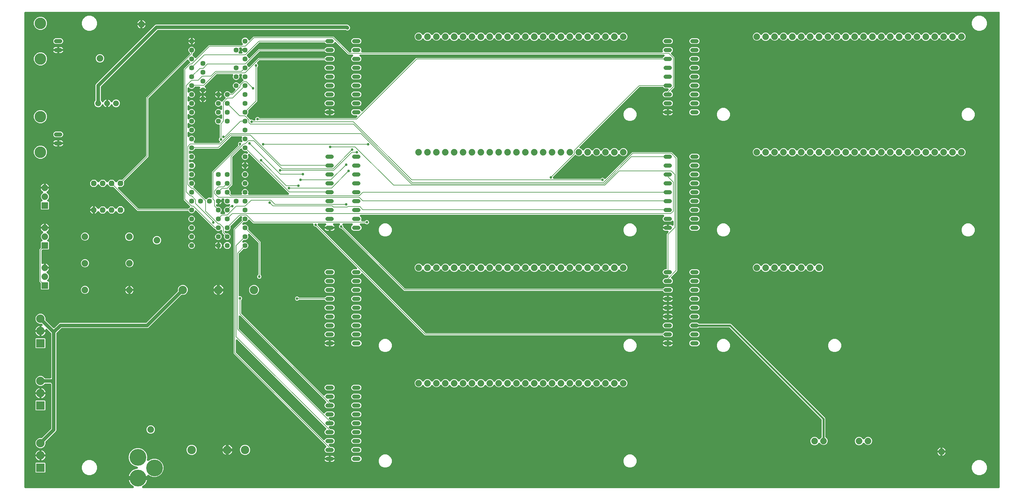
<source format=gbr>
G04 EAGLE Gerber RS-274X export*
G75*
%MOMM*%
%FSLAX34Y34*%
%LPD*%
%INBottom Copper*%
%IPPOS*%
%AMOC8*
5,1,8,0,0,1.08239X$1,22.5*%
G01*
%ADD10P,1.732040X8X202.500000*%
%ADD11C,4.800000*%
%ADD12C,1.219200*%
%ADD13C,1.676400*%
%ADD14C,1.206400*%
%ADD15C,3.300000*%
%ADD16C,2.400000*%
%ADD17R,1.879600X1.879600*%
%ADD18C,1.879600*%
%ADD19R,2.413000X2.413000*%
%ADD20C,2.413000*%
%ADD21C,1.447800*%
%ADD22C,1.168400*%
%ADD23C,0.914400*%
%ADD24C,0.762000*%
%ADD25C,0.203200*%
%ADD26C,1.016000*%
%ADD27C,0.609600*%

G36*
X314735Y5091D02*
X314735Y5091D01*
X314869Y5092D01*
X314981Y5111D01*
X315095Y5121D01*
X315224Y5153D01*
X315355Y5175D01*
X315463Y5212D01*
X315573Y5239D01*
X315696Y5292D01*
X315822Y5335D01*
X315922Y5389D01*
X316027Y5434D01*
X316139Y5505D01*
X316256Y5568D01*
X316347Y5638D01*
X316443Y5699D01*
X316542Y5788D01*
X316648Y5869D01*
X316726Y5952D01*
X316811Y6028D01*
X316894Y6131D01*
X316985Y6228D01*
X317049Y6323D01*
X317121Y6412D01*
X317186Y6527D01*
X317261Y6638D01*
X317308Y6741D01*
X317365Y6840D01*
X317411Y6965D01*
X317466Y7086D01*
X317497Y7196D01*
X317536Y7303D01*
X317562Y7433D01*
X317597Y7562D01*
X317609Y7675D01*
X317631Y7787D01*
X317635Y7920D01*
X317649Y8052D01*
X317643Y8166D01*
X317646Y8280D01*
X317629Y8412D01*
X317621Y8545D01*
X317597Y8656D01*
X317582Y8769D01*
X317543Y8897D01*
X317515Y9026D01*
X317472Y9132D01*
X317439Y9241D01*
X317381Y9361D01*
X317331Y9485D01*
X317273Y9582D01*
X317222Y9685D01*
X317146Y9793D01*
X317077Y9907D01*
X317003Y9994D01*
X316937Y10087D01*
X316844Y10181D01*
X316757Y10283D01*
X316691Y10335D01*
X316590Y10438D01*
X316275Y10668D01*
X316224Y10708D01*
X313818Y12220D01*
X311487Y14079D01*
X309379Y16187D01*
X307520Y18517D01*
X305934Y21042D01*
X304641Y23727D01*
X303656Y26541D01*
X303368Y27805D01*
X326152Y27805D01*
X326228Y27811D01*
X326304Y27809D01*
X326473Y27831D01*
X326644Y27845D01*
X326717Y27863D01*
X326793Y27873D01*
X326957Y27922D01*
X327122Y27963D01*
X327192Y27993D01*
X327265Y28015D01*
X327419Y28091D01*
X327576Y28158D01*
X327640Y28199D01*
X327708Y28232D01*
X327848Y28331D01*
X327992Y28423D01*
X328049Y28474D01*
X328111Y28518D01*
X328232Y28638D01*
X328360Y28752D01*
X328408Y28811D01*
X328462Y28865D01*
X328562Y29003D01*
X328670Y29136D01*
X328707Y29202D01*
X328752Y29263D01*
X328829Y29416D01*
X328914Y29564D01*
X328940Y29636D01*
X328974Y29704D01*
X329026Y29867D01*
X329085Y30027D01*
X329100Y30102D01*
X329123Y30174D01*
X329135Y30279D01*
X329180Y30511D01*
X329187Y30747D01*
X329199Y30852D01*
X329199Y36948D01*
X329193Y37024D01*
X329195Y37100D01*
X329173Y37269D01*
X329159Y37440D01*
X329141Y37514D01*
X329131Y37589D01*
X329082Y37753D01*
X329040Y37918D01*
X329010Y37988D01*
X328988Y38061D01*
X328913Y38215D01*
X328846Y38372D01*
X328805Y38436D01*
X328772Y38505D01*
X328673Y38644D01*
X328581Y38788D01*
X328530Y38845D01*
X328486Y38907D01*
X328366Y39028D01*
X328252Y39156D01*
X328193Y39204D01*
X328139Y39258D01*
X328001Y39358D01*
X327868Y39466D01*
X327802Y39503D01*
X327741Y39548D01*
X327588Y39625D01*
X327440Y39710D01*
X327368Y39736D01*
X327300Y39771D01*
X327137Y39822D01*
X326977Y39881D01*
X326902Y39896D01*
X326830Y39919D01*
X326725Y39931D01*
X326493Y39976D01*
X326257Y39983D01*
X326152Y39995D01*
X303368Y39995D01*
X303656Y41259D01*
X304641Y44073D01*
X305934Y46758D01*
X307520Y49283D01*
X309379Y51613D01*
X311487Y53721D01*
X313817Y55580D01*
X316342Y57166D01*
X319027Y58459D01*
X321841Y59444D01*
X324747Y60107D01*
X326318Y60284D01*
X326393Y60299D01*
X326469Y60305D01*
X326634Y60346D01*
X326802Y60379D01*
X326874Y60405D01*
X326947Y60423D01*
X327104Y60491D01*
X327265Y60550D01*
X327331Y60588D01*
X327401Y60618D01*
X327545Y60710D01*
X327693Y60794D01*
X327753Y60842D01*
X327817Y60883D01*
X327944Y60997D01*
X328077Y61104D01*
X328128Y61161D01*
X328185Y61212D01*
X328292Y61345D01*
X328406Y61472D01*
X328447Y61536D01*
X328495Y61596D01*
X328579Y61744D01*
X328671Y61888D01*
X328701Y61958D01*
X328739Y62024D01*
X328798Y62185D01*
X328865Y62342D01*
X328884Y62415D01*
X328910Y62487D01*
X328943Y62655D01*
X328984Y62820D01*
X328990Y62896D01*
X329005Y62971D01*
X329010Y63141D01*
X329024Y63312D01*
X329018Y63388D01*
X329020Y63464D01*
X328998Y63634D01*
X328984Y63804D01*
X328966Y63878D01*
X328956Y63953D01*
X328906Y64117D01*
X328865Y64283D01*
X328835Y64353D01*
X328813Y64426D01*
X328738Y64579D01*
X328671Y64736D01*
X328630Y64800D01*
X328596Y64869D01*
X328498Y65008D01*
X328406Y65152D01*
X328355Y65209D01*
X328311Y65271D01*
X328191Y65393D01*
X328077Y65520D01*
X328018Y65568D01*
X327964Y65622D01*
X327826Y65722D01*
X327693Y65830D01*
X327627Y65868D01*
X327566Y65912D01*
X327413Y65989D01*
X327264Y66074D01*
X327193Y66100D01*
X327125Y66135D01*
X326962Y66186D01*
X326802Y66245D01*
X326727Y66260D01*
X326655Y66283D01*
X326550Y66295D01*
X326318Y66340D01*
X326147Y66340D01*
X325977Y66359D01*
X325706Y66359D01*
X318956Y68168D01*
X312904Y71662D01*
X307962Y76604D01*
X304468Y82656D01*
X302659Y89406D01*
X302659Y96394D01*
X304468Y103144D01*
X307962Y109196D01*
X312904Y114138D01*
X318956Y117632D01*
X325706Y119441D01*
X332694Y119441D01*
X339444Y117632D01*
X345496Y114138D01*
X350438Y109196D01*
X353932Y103144D01*
X355741Y96394D01*
X355741Y89406D01*
X354969Y86527D01*
X354935Y86340D01*
X354894Y86155D01*
X354891Y86097D01*
X354881Y86041D01*
X354877Y85852D01*
X354866Y85662D01*
X354872Y85605D01*
X354871Y85548D01*
X354899Y85360D01*
X354919Y85171D01*
X354934Y85116D01*
X354942Y85060D01*
X354999Y84879D01*
X355049Y84696D01*
X355073Y84644D01*
X355090Y84589D01*
X355176Y84420D01*
X355255Y84247D01*
X355287Y84200D01*
X355313Y84149D01*
X355424Y83996D01*
X355530Y83838D01*
X355569Y83796D01*
X355603Y83750D01*
X355738Y83617D01*
X355868Y83478D01*
X355913Y83444D01*
X355954Y83404D01*
X356109Y83294D01*
X356260Y83178D01*
X356310Y83151D01*
X356356Y83118D01*
X356527Y83035D01*
X356694Y82945D01*
X356748Y82926D01*
X356800Y82901D01*
X356981Y82847D01*
X357161Y82785D01*
X357217Y82775D01*
X357272Y82759D01*
X357460Y82734D01*
X357647Y82702D01*
X357705Y82702D01*
X357761Y82695D01*
X357950Y82700D01*
X358141Y82699D01*
X358197Y82708D01*
X358254Y82710D01*
X358440Y82746D01*
X358628Y82776D01*
X358682Y82794D01*
X358738Y82805D01*
X358916Y82871D01*
X359097Y82930D01*
X359147Y82957D01*
X359201Y82976D01*
X359365Y83070D01*
X359534Y83158D01*
X359570Y83187D01*
X359629Y83220D01*
X360013Y83530D01*
X360043Y83564D01*
X360067Y83583D01*
X360215Y83731D01*
X366152Y87159D01*
X372773Y88933D01*
X379627Y88933D01*
X386248Y87159D01*
X392185Y83731D01*
X397031Y78885D01*
X400459Y72948D01*
X402233Y66327D01*
X402233Y59473D01*
X400459Y52852D01*
X397031Y46915D01*
X392185Y42069D01*
X386248Y38641D01*
X379627Y36867D01*
X372773Y36867D01*
X366152Y38641D01*
X360177Y42091D01*
X360169Y42099D01*
X360076Y42165D01*
X359989Y42238D01*
X359875Y42307D01*
X359767Y42384D01*
X359664Y42434D01*
X359567Y42493D01*
X359443Y42543D01*
X359324Y42601D01*
X359214Y42634D01*
X359109Y42676D01*
X358979Y42705D01*
X358851Y42743D01*
X358738Y42758D01*
X358627Y42783D01*
X358494Y42790D01*
X358362Y42808D01*
X358248Y42804D01*
X358134Y42811D01*
X358002Y42796D01*
X357869Y42792D01*
X357757Y42770D01*
X357644Y42758D01*
X357515Y42723D01*
X357385Y42698D01*
X357278Y42658D01*
X357168Y42628D01*
X357047Y42572D01*
X356922Y42526D01*
X356823Y42470D01*
X356720Y42422D01*
X356609Y42348D01*
X356494Y42282D01*
X356405Y42210D01*
X356310Y42147D01*
X356213Y42055D01*
X356110Y41972D01*
X356034Y41887D01*
X355951Y41809D01*
X355870Y41703D01*
X355781Y41604D01*
X355720Y41508D01*
X355651Y41417D01*
X355588Y41300D01*
X355516Y41188D01*
X355471Y41083D01*
X355417Y40983D01*
X355374Y40857D01*
X355322Y40734D01*
X355294Y40624D01*
X355257Y40516D01*
X355235Y40385D01*
X355203Y40256D01*
X355194Y40142D01*
X355175Y40030D01*
X355174Y39995D01*
X332248Y39995D01*
X332172Y39989D01*
X332096Y39991D01*
X331927Y39969D01*
X331756Y39955D01*
X331683Y39937D01*
X331607Y39927D01*
X331443Y39878D01*
X331278Y39837D01*
X331208Y39807D01*
X331135Y39784D01*
X330981Y39709D01*
X330824Y39642D01*
X330760Y39601D01*
X330692Y39568D01*
X330552Y39469D01*
X330408Y39377D01*
X330351Y39326D01*
X330289Y39282D01*
X330168Y39162D01*
X330040Y39048D01*
X329992Y38989D01*
X329938Y38935D01*
X329838Y38797D01*
X329730Y38664D01*
X329693Y38598D01*
X329648Y38537D01*
X329571Y38384D01*
X329486Y38236D01*
X329460Y38164D01*
X329426Y38096D01*
X329374Y37933D01*
X329315Y37773D01*
X329300Y37698D01*
X329277Y37626D01*
X329265Y37521D01*
X329220Y37289D01*
X329213Y37053D01*
X329201Y36948D01*
X329201Y30852D01*
X329207Y30776D01*
X329205Y30700D01*
X329227Y30531D01*
X329241Y30360D01*
X329259Y30286D01*
X329269Y30211D01*
X329318Y30047D01*
X329360Y29881D01*
X329390Y29812D01*
X329412Y29739D01*
X329487Y29585D01*
X329554Y29428D01*
X329595Y29364D01*
X329628Y29295D01*
X329727Y29156D01*
X329819Y29012D01*
X329870Y28955D01*
X329914Y28893D01*
X330034Y28772D01*
X330148Y28644D01*
X330207Y28596D01*
X330261Y28542D01*
X330399Y28441D01*
X330532Y28334D01*
X330598Y28297D01*
X330659Y28252D01*
X330812Y28175D01*
X330960Y28090D01*
X331032Y28064D01*
X331100Y28029D01*
X331263Y27978D01*
X331423Y27919D01*
X331498Y27904D01*
X331570Y27881D01*
X331675Y27869D01*
X331907Y27824D01*
X332143Y27817D01*
X332248Y27805D01*
X355032Y27805D01*
X354744Y26541D01*
X353759Y23727D01*
X352466Y21042D01*
X350880Y18517D01*
X349021Y16187D01*
X346913Y14079D01*
X344582Y12220D01*
X342176Y10708D01*
X342069Y10629D01*
X341957Y10557D01*
X341872Y10481D01*
X341781Y10413D01*
X341689Y10317D01*
X341589Y10228D01*
X341518Y10140D01*
X341439Y10057D01*
X341363Y9948D01*
X341279Y9844D01*
X341223Y9745D01*
X341158Y9652D01*
X341101Y9531D01*
X341035Y9416D01*
X340996Y9309D01*
X340947Y9206D01*
X340910Y9078D01*
X340864Y8953D01*
X340842Y8841D01*
X340810Y8732D01*
X340795Y8599D01*
X340769Y8469D01*
X340766Y8355D01*
X340752Y8242D01*
X340758Y8109D01*
X340754Y7976D01*
X340769Y7863D01*
X340774Y7749D01*
X340801Y7619D01*
X340818Y7487D01*
X340851Y7378D01*
X340874Y7266D01*
X340922Y7142D01*
X340961Y7014D01*
X341011Y6912D01*
X341052Y6806D01*
X341119Y6691D01*
X341178Y6571D01*
X341243Y6478D01*
X341301Y6380D01*
X341386Y6278D01*
X341463Y6169D01*
X341543Y6088D01*
X341616Y6000D01*
X341716Y5913D01*
X341810Y5818D01*
X341902Y5751D01*
X341988Y5676D01*
X342101Y5606D01*
X342208Y5528D01*
X342310Y5476D01*
X342407Y5416D01*
X342530Y5365D01*
X342649Y5305D01*
X342758Y5271D01*
X342863Y5227D01*
X342992Y5197D01*
X343119Y5157D01*
X343203Y5148D01*
X343343Y5115D01*
X343732Y5088D01*
X343797Y5081D01*
X2785872Y5081D01*
X2785948Y5087D01*
X2786024Y5085D01*
X2786193Y5107D01*
X2786364Y5121D01*
X2786438Y5139D01*
X2786513Y5149D01*
X2786677Y5198D01*
X2786843Y5239D01*
X2786912Y5269D01*
X2786986Y5291D01*
X2787139Y5367D01*
X2787296Y5434D01*
X2787360Y5475D01*
X2787429Y5508D01*
X2787568Y5607D01*
X2787712Y5699D01*
X2787769Y5750D01*
X2787831Y5794D01*
X2787952Y5914D01*
X2788080Y6028D01*
X2788128Y6087D01*
X2788182Y6141D01*
X2788283Y6279D01*
X2788390Y6412D01*
X2788427Y6478D01*
X2788472Y6539D01*
X2788549Y6692D01*
X2788634Y6840D01*
X2788660Y6912D01*
X2788695Y6980D01*
X2788746Y7143D01*
X2788805Y7303D01*
X2788820Y7378D01*
X2788843Y7450D01*
X2788855Y7555D01*
X2788900Y7787D01*
X2788907Y8023D01*
X2788919Y8128D01*
X2788919Y1363472D01*
X2788913Y1363548D01*
X2788915Y1363624D01*
X2788893Y1363793D01*
X2788879Y1363964D01*
X2788861Y1364038D01*
X2788851Y1364113D01*
X2788802Y1364277D01*
X2788761Y1364443D01*
X2788731Y1364512D01*
X2788709Y1364586D01*
X2788633Y1364739D01*
X2788566Y1364896D01*
X2788525Y1364960D01*
X2788492Y1365029D01*
X2788393Y1365168D01*
X2788301Y1365312D01*
X2788250Y1365369D01*
X2788206Y1365431D01*
X2788086Y1365552D01*
X2787972Y1365680D01*
X2787913Y1365728D01*
X2787859Y1365782D01*
X2787721Y1365883D01*
X2787588Y1365990D01*
X2787522Y1366027D01*
X2787461Y1366072D01*
X2787308Y1366149D01*
X2787160Y1366234D01*
X2787088Y1366260D01*
X2787020Y1366295D01*
X2786857Y1366346D01*
X2786697Y1366405D01*
X2786622Y1366420D01*
X2786550Y1366443D01*
X2786445Y1366455D01*
X2786213Y1366500D01*
X2785977Y1366507D01*
X2785872Y1366519D01*
X8128Y1366519D01*
X8052Y1366513D01*
X7976Y1366515D01*
X7807Y1366493D01*
X7636Y1366479D01*
X7562Y1366461D01*
X7487Y1366451D01*
X7323Y1366402D01*
X7157Y1366361D01*
X7088Y1366331D01*
X7014Y1366309D01*
X6861Y1366233D01*
X6704Y1366166D01*
X6640Y1366125D01*
X6571Y1366092D01*
X6432Y1365993D01*
X6288Y1365901D01*
X6231Y1365850D01*
X6169Y1365806D01*
X6048Y1365686D01*
X5920Y1365572D01*
X5872Y1365513D01*
X5818Y1365459D01*
X5717Y1365321D01*
X5610Y1365188D01*
X5573Y1365122D01*
X5528Y1365061D01*
X5451Y1364908D01*
X5366Y1364760D01*
X5340Y1364688D01*
X5305Y1364620D01*
X5254Y1364457D01*
X5195Y1364297D01*
X5180Y1364222D01*
X5157Y1364150D01*
X5145Y1364045D01*
X5100Y1363813D01*
X5093Y1363577D01*
X5081Y1363472D01*
X5081Y8128D01*
X5087Y8052D01*
X5085Y7976D01*
X5107Y7807D01*
X5121Y7636D01*
X5139Y7562D01*
X5149Y7487D01*
X5198Y7323D01*
X5239Y7157D01*
X5269Y7088D01*
X5291Y7014D01*
X5367Y6861D01*
X5434Y6704D01*
X5475Y6640D01*
X5508Y6571D01*
X5607Y6432D01*
X5699Y6288D01*
X5750Y6231D01*
X5794Y6169D01*
X5914Y6048D01*
X6028Y5920D01*
X6087Y5872D01*
X6141Y5818D01*
X6279Y5717D01*
X6412Y5610D01*
X6478Y5573D01*
X6539Y5528D01*
X6692Y5451D01*
X6840Y5366D01*
X6912Y5340D01*
X6980Y5305D01*
X7143Y5254D01*
X7303Y5195D01*
X7378Y5180D01*
X7450Y5157D01*
X7555Y5145D01*
X7787Y5100D01*
X8023Y5093D01*
X8128Y5081D01*
X314603Y5081D01*
X314735Y5091D01*
G37*
%LPC*%
G36*
X868587Y106171D02*
X868587Y106171D01*
X865599Y107409D01*
X863313Y109695D01*
X862075Y112683D01*
X862075Y115917D01*
X863313Y118905D01*
X865637Y121228D01*
X865666Y121242D01*
X865721Y121279D01*
X865780Y121309D01*
X865926Y121417D01*
X866075Y121517D01*
X866124Y121563D01*
X866177Y121602D01*
X866303Y121731D01*
X866435Y121855D01*
X866475Y121908D01*
X866522Y121955D01*
X866625Y122103D01*
X866735Y122247D01*
X866767Y122305D01*
X866805Y122359D01*
X866883Y122522D01*
X866968Y122681D01*
X866990Y122744D01*
X867019Y122804D01*
X867070Y122977D01*
X867128Y123148D01*
X867140Y123213D01*
X867158Y123277D01*
X867181Y123456D01*
X867211Y123634D01*
X867211Y123701D01*
X867220Y123767D01*
X867213Y123947D01*
X867214Y124128D01*
X867204Y124193D01*
X867201Y124260D01*
X867166Y124436D01*
X867137Y124615D01*
X867117Y124678D01*
X867104Y124743D01*
X867040Y124912D01*
X866983Y125084D01*
X866953Y125142D01*
X866929Y125205D01*
X866839Y125361D01*
X866755Y125521D01*
X866723Y125562D01*
X866682Y125632D01*
X866540Y125806D01*
X866486Y125882D01*
X866438Y125931D01*
X866370Y126014D01*
X866345Y126036D01*
X866330Y126054D01*
X604238Y388147D01*
X602951Y389433D01*
X602487Y390554D01*
X602487Y745334D01*
X602951Y746455D01*
X625350Y768853D01*
X625491Y769020D01*
X625636Y769184D01*
X625651Y769208D01*
X625669Y769229D01*
X625782Y769417D01*
X625898Y769601D01*
X625909Y769628D01*
X625924Y769652D01*
X626005Y769855D01*
X626090Y770056D01*
X626097Y770084D01*
X626107Y770110D01*
X626154Y770323D01*
X626206Y770536D01*
X626208Y770564D01*
X626214Y770592D01*
X626226Y770810D01*
X626242Y771028D01*
X626240Y771056D01*
X626242Y771084D01*
X626218Y771302D01*
X626199Y771519D01*
X626193Y771541D01*
X626189Y771575D01*
X626059Y772051D01*
X626025Y772124D01*
X626011Y772174D01*
X625728Y772856D01*
X625728Y776544D01*
X626375Y778106D01*
X626430Y778278D01*
X626493Y778447D01*
X626506Y778512D01*
X626526Y778575D01*
X626553Y778754D01*
X626588Y778931D01*
X626590Y778997D01*
X626600Y779063D01*
X626598Y779244D01*
X626603Y779424D01*
X626595Y779490D01*
X626594Y779557D01*
X626562Y779734D01*
X626539Y779913D01*
X626520Y779977D01*
X626508Y780042D01*
X626449Y780212D01*
X626396Y780386D01*
X626367Y780445D01*
X626345Y780508D01*
X626259Y780667D01*
X626179Y780829D01*
X626141Y780883D01*
X626109Y780941D01*
X625998Y781084D01*
X625894Y781231D01*
X625847Y781278D01*
X625806Y781331D01*
X625674Y781454D01*
X625547Y781582D01*
X625494Y781621D01*
X625445Y781666D01*
X625294Y781766D01*
X625149Y781872D01*
X625089Y781902D01*
X625034Y781939D01*
X624869Y782013D01*
X624708Y782095D01*
X624645Y782115D01*
X624584Y782142D01*
X624410Y782189D01*
X624238Y782243D01*
X624185Y782249D01*
X624107Y782270D01*
X623617Y782319D01*
X623583Y782317D01*
X623560Y782319D01*
X622285Y782319D01*
X622171Y782310D01*
X622057Y782311D01*
X621926Y782290D01*
X621793Y782279D01*
X621683Y782252D01*
X621570Y782234D01*
X621443Y782193D01*
X621315Y782161D01*
X621210Y782116D01*
X621101Y782080D01*
X620983Y782018D01*
X620861Y781966D01*
X620765Y781905D01*
X620664Y781852D01*
X620590Y781793D01*
X620445Y781701D01*
X620203Y781485D01*
X620130Y781427D01*
X593850Y755146D01*
X593709Y754981D01*
X593564Y754816D01*
X593549Y754792D01*
X593531Y754771D01*
X593418Y754583D01*
X593302Y754399D01*
X593291Y754373D01*
X593276Y754348D01*
X593195Y754145D01*
X593110Y753944D01*
X593103Y753916D01*
X593093Y753890D01*
X593046Y753677D01*
X592994Y753464D01*
X592992Y753436D01*
X592986Y753408D01*
X592974Y753189D01*
X592958Y752972D01*
X592960Y752944D01*
X592958Y752916D01*
X592982Y752698D01*
X593001Y752481D01*
X593007Y752458D01*
X593011Y752425D01*
X593141Y751949D01*
X593175Y751876D01*
X593190Y751826D01*
X593472Y751144D01*
X593472Y747456D01*
X592060Y744048D01*
X589452Y741440D01*
X586044Y740028D01*
X582356Y740028D01*
X580352Y740858D01*
X580217Y740902D01*
X580084Y740955D01*
X579982Y740977D01*
X579883Y741009D01*
X579742Y741031D01*
X579603Y741061D01*
X579498Y741067D01*
X579395Y741083D01*
X579253Y741081D01*
X579110Y741089D01*
X579006Y741078D01*
X578902Y741077D01*
X578761Y741052D01*
X578620Y741037D01*
X578519Y741009D01*
X578416Y740991D01*
X578281Y740944D01*
X578144Y740906D01*
X578049Y740863D01*
X577950Y740828D01*
X577825Y740760D01*
X577695Y740701D01*
X577609Y740642D01*
X577517Y740592D01*
X577404Y740505D01*
X577286Y740425D01*
X577210Y740354D01*
X577127Y740289D01*
X577030Y740185D01*
X576927Y740087D01*
X576863Y740004D01*
X576792Y739928D01*
X576713Y739809D01*
X576626Y739696D01*
X576577Y739604D01*
X576519Y739517D01*
X576461Y739387D01*
X576393Y739261D01*
X576359Y739162D01*
X576316Y739067D01*
X576279Y738929D01*
X576233Y738795D01*
X576216Y738691D01*
X576189Y738590D01*
X576174Y738449D01*
X576151Y738308D01*
X576150Y738203D01*
X576139Y738100D01*
X576148Y737957D01*
X576147Y737815D01*
X576164Y737712D01*
X576170Y737607D01*
X576202Y737468D01*
X576224Y737327D01*
X576257Y737228D01*
X576280Y737126D01*
X576334Y736994D01*
X576378Y736859D01*
X576427Y736766D01*
X576466Y736669D01*
X576540Y736548D01*
X576606Y736421D01*
X576655Y736360D01*
X576723Y736248D01*
X577006Y735920D01*
X577031Y735888D01*
X579072Y733848D01*
X579238Y733706D01*
X579402Y733562D01*
X579426Y733547D01*
X579448Y733528D01*
X579635Y733415D01*
X579820Y733299D01*
X579846Y733288D01*
X579870Y733274D01*
X580073Y733193D01*
X580275Y733108D01*
X580302Y733101D01*
X580328Y733090D01*
X580542Y733043D01*
X580754Y732992D01*
X580782Y732990D01*
X580810Y732984D01*
X581029Y732971D01*
X581246Y732955D01*
X581274Y732958D01*
X581303Y732956D01*
X581520Y732979D01*
X581738Y732998D01*
X581760Y733005D01*
X581793Y733008D01*
X582269Y733139D01*
X582340Y733172D01*
X586044Y733172D01*
X589452Y731760D01*
X592060Y729152D01*
X593472Y725744D01*
X593472Y722056D01*
X592060Y718648D01*
X589452Y716040D01*
X586044Y714628D01*
X582356Y714628D01*
X578948Y716040D01*
X576340Y718648D01*
X574928Y722056D01*
X574928Y725744D01*
X575210Y726426D01*
X575277Y726633D01*
X575348Y726840D01*
X575353Y726868D01*
X575362Y726895D01*
X575394Y727110D01*
X575431Y727326D01*
X575431Y727355D01*
X575435Y727383D01*
X575433Y727601D01*
X575434Y727820D01*
X575429Y727848D01*
X575429Y727876D01*
X575391Y728091D01*
X575357Y728307D01*
X575348Y728334D01*
X575343Y728362D01*
X575271Y728568D01*
X575203Y728776D01*
X575190Y728801D01*
X575181Y728828D01*
X575076Y729019D01*
X574975Y729213D01*
X574961Y729232D01*
X574945Y729261D01*
X574642Y729651D01*
X574583Y729705D01*
X574550Y729746D01*
X571494Y732803D01*
X571385Y732895D01*
X571283Y732995D01*
X571197Y733055D01*
X571118Y733122D01*
X570996Y733196D01*
X570879Y733278D01*
X570784Y733323D01*
X570695Y733377D01*
X570613Y733410D01*
X570587Y733488D01*
X570576Y733527D01*
X569975Y734978D01*
X569975Y740006D01*
X569972Y740044D01*
X569974Y740082D01*
X569952Y740290D01*
X569935Y740498D01*
X569926Y740535D01*
X569922Y740573D01*
X569867Y740774D01*
X569817Y740977D01*
X569802Y741012D01*
X569791Y741049D01*
X569705Y741238D01*
X569622Y741430D01*
X569602Y741462D01*
X569586Y741497D01*
X569469Y741671D01*
X569357Y741846D01*
X569332Y741875D01*
X569310Y741906D01*
X569167Y742059D01*
X569028Y742214D01*
X568999Y742238D01*
X568972Y742266D01*
X568807Y742393D01*
X568644Y742524D01*
X568611Y742543D01*
X568581Y742566D01*
X568397Y742665D01*
X568216Y742768D01*
X568180Y742781D01*
X568146Y742799D01*
X567949Y742867D01*
X567753Y742940D01*
X567716Y742947D01*
X567680Y742959D01*
X567473Y742994D01*
X567269Y743034D01*
X567231Y743036D01*
X567193Y743042D01*
X566984Y743043D01*
X566776Y743050D01*
X566738Y743045D01*
X566700Y743045D01*
X566493Y743013D01*
X566287Y742985D01*
X566250Y742974D01*
X566213Y742968D01*
X566015Y742903D01*
X565815Y742843D01*
X565780Y742826D01*
X565744Y742814D01*
X565559Y742718D01*
X565371Y742626D01*
X565340Y742604D01*
X565306Y742586D01*
X565234Y742528D01*
X564969Y742341D01*
X564847Y742220D01*
X564773Y742161D01*
X564052Y741440D01*
X560644Y740028D01*
X556956Y740028D01*
X553548Y741440D01*
X550940Y744048D01*
X550596Y744878D01*
X550496Y745073D01*
X550400Y745269D01*
X550384Y745292D01*
X550371Y745317D01*
X550241Y745493D01*
X550115Y745671D01*
X550095Y745691D01*
X550078Y745714D01*
X549921Y745867D01*
X549768Y746022D01*
X549745Y746039D01*
X549725Y746059D01*
X549545Y746184D01*
X549369Y746312D01*
X549344Y746325D01*
X549321Y746341D01*
X549124Y746436D01*
X548929Y746535D01*
X548902Y746543D01*
X548876Y746556D01*
X548667Y746617D01*
X548458Y746683D01*
X548435Y746686D01*
X548403Y746695D01*
X548096Y746734D01*
X546913Y747223D01*
X545627Y748510D01*
X496271Y797866D01*
X496133Y797982D01*
X496001Y798105D01*
X495945Y798142D01*
X495895Y798185D01*
X495740Y798278D01*
X495590Y798378D01*
X495529Y798405D01*
X495472Y798440D01*
X495305Y798507D01*
X495140Y798581D01*
X495076Y798598D01*
X495014Y798623D01*
X494838Y798662D01*
X494664Y798709D01*
X494597Y798715D01*
X494532Y798730D01*
X494352Y798740D01*
X494173Y798758D01*
X494106Y798754D01*
X494040Y798757D01*
X493860Y798738D01*
X493680Y798727D01*
X493615Y798712D01*
X493549Y798705D01*
X493375Y798657D01*
X493199Y798617D01*
X493138Y798592D01*
X493074Y798574D01*
X492909Y798499D01*
X492742Y798431D01*
X492686Y798397D01*
X492625Y798369D01*
X492475Y798268D01*
X492322Y798174D01*
X492271Y798130D01*
X492216Y798093D01*
X492085Y797970D01*
X491948Y797852D01*
X491905Y797801D01*
X491856Y797756D01*
X491747Y797612D01*
X491631Y797474D01*
X491605Y797428D01*
X491556Y797364D01*
X491323Y796929D01*
X491312Y796898D01*
X491301Y796877D01*
X490460Y794848D01*
X487852Y792240D01*
X484444Y790828D01*
X480756Y790828D01*
X477348Y792240D01*
X474740Y794848D01*
X474396Y795678D01*
X474296Y795873D01*
X474200Y796069D01*
X474184Y796092D01*
X474171Y796117D01*
X474041Y796293D01*
X473915Y796471D01*
X473895Y796491D01*
X473878Y796514D01*
X473721Y796667D01*
X473568Y796822D01*
X473545Y796839D01*
X473525Y796859D01*
X473345Y796984D01*
X473169Y797112D01*
X473144Y797125D01*
X473121Y797141D01*
X472924Y797236D01*
X472729Y797335D01*
X472702Y797343D01*
X472676Y797356D01*
X472467Y797417D01*
X472258Y797483D01*
X472235Y797486D01*
X472203Y797495D01*
X471713Y797556D01*
X471633Y797553D01*
X471581Y797559D01*
X328578Y797559D01*
X327457Y798023D01*
X260107Y865374D01*
X260020Y865448D01*
X259939Y865529D01*
X259832Y865607D01*
X259731Y865693D01*
X259633Y865752D01*
X259541Y865819D01*
X259422Y865879D01*
X259308Y865948D01*
X259202Y865990D01*
X259100Y866042D01*
X258973Y866082D01*
X258850Y866131D01*
X258739Y866156D01*
X258630Y866190D01*
X258536Y866200D01*
X258368Y866238D01*
X258044Y866256D01*
X257952Y866266D01*
X249844Y866266D01*
X243455Y872655D01*
X243397Y872705D01*
X243345Y872760D01*
X243314Y872784D01*
X243288Y872810D01*
X243183Y872887D01*
X243079Y872975D01*
X243013Y873014D01*
X242953Y873061D01*
X242918Y873079D01*
X242890Y873100D01*
X242775Y873158D01*
X242656Y873229D01*
X242586Y873258D01*
X242518Y873294D01*
X242479Y873307D01*
X242449Y873322D01*
X242329Y873360D01*
X242198Y873413D01*
X242124Y873429D01*
X242052Y873454D01*
X242010Y873461D01*
X241979Y873471D01*
X241900Y873479D01*
X241883Y873482D01*
X241717Y873519D01*
X241640Y873524D01*
X241565Y873536D01*
X241394Y873537D01*
X241377Y873538D01*
X241301Y873547D01*
X241299Y873547D01*
X241269Y873545D01*
X241224Y873547D01*
X241148Y873539D01*
X241072Y873539D01*
X240929Y873517D01*
X240807Y873507D01*
X240776Y873499D01*
X240733Y873495D01*
X240660Y873475D01*
X240585Y873463D01*
X240449Y873418D01*
X240329Y873388D01*
X240298Y873375D01*
X240258Y873364D01*
X240188Y873332D01*
X240116Y873309D01*
X239992Y873244D01*
X239875Y873194D01*
X239846Y873175D01*
X239809Y873158D01*
X239746Y873116D01*
X239678Y873081D01*
X239603Y873020D01*
X239459Y872929D01*
X239432Y872905D01*
X239400Y872883D01*
X239245Y872738D01*
X239219Y872714D01*
X239145Y872655D01*
X232756Y866266D01*
X224444Y866266D01*
X218055Y872655D01*
X217997Y872705D01*
X217945Y872760D01*
X217914Y872784D01*
X217888Y872810D01*
X217783Y872887D01*
X217679Y872975D01*
X217613Y873014D01*
X217553Y873061D01*
X217518Y873079D01*
X217490Y873100D01*
X217375Y873158D01*
X217256Y873229D01*
X217186Y873258D01*
X217118Y873294D01*
X217079Y873307D01*
X217049Y873322D01*
X216929Y873360D01*
X216798Y873413D01*
X216724Y873429D01*
X216652Y873454D01*
X216610Y873461D01*
X216579Y873471D01*
X216500Y873479D01*
X216483Y873482D01*
X216317Y873519D01*
X216240Y873524D01*
X216165Y873536D01*
X215994Y873537D01*
X215977Y873538D01*
X215901Y873547D01*
X215899Y873547D01*
X215869Y873545D01*
X215824Y873547D01*
X215748Y873539D01*
X215672Y873539D01*
X215529Y873517D01*
X215407Y873507D01*
X215376Y873499D01*
X215333Y873495D01*
X215260Y873475D01*
X215185Y873463D01*
X215049Y873418D01*
X214929Y873388D01*
X214898Y873375D01*
X214858Y873364D01*
X214788Y873332D01*
X214716Y873309D01*
X214592Y873244D01*
X214475Y873194D01*
X214446Y873175D01*
X214409Y873158D01*
X214346Y873116D01*
X214278Y873081D01*
X214203Y873020D01*
X214059Y872929D01*
X214032Y872905D01*
X214000Y872883D01*
X213845Y872738D01*
X213819Y872714D01*
X213745Y872655D01*
X207356Y866266D01*
X199044Y866266D01*
X193166Y872144D01*
X193166Y880456D01*
X199044Y886334D01*
X207356Y886334D01*
X213745Y879945D01*
X213803Y879895D01*
X213856Y879840D01*
X213991Y879736D01*
X214121Y879625D01*
X214187Y879586D01*
X214247Y879539D01*
X214397Y879459D01*
X214544Y879370D01*
X214615Y879342D01*
X214682Y879306D01*
X214843Y879251D01*
X215002Y879187D01*
X215076Y879171D01*
X215148Y879146D01*
X215317Y879118D01*
X215484Y879081D01*
X215560Y879076D01*
X215635Y879064D01*
X215806Y879063D01*
X215976Y879053D01*
X216052Y879061D01*
X216128Y879061D01*
X216297Y879087D01*
X216467Y879105D01*
X216540Y879125D01*
X216615Y879137D01*
X216778Y879191D01*
X216942Y879236D01*
X217012Y879268D01*
X217084Y879291D01*
X217235Y879370D01*
X217391Y879442D01*
X217454Y879484D01*
X217522Y879519D01*
X217604Y879585D01*
X217800Y879717D01*
X217972Y879879D01*
X218055Y879945D01*
X224444Y886334D01*
X232756Y886334D01*
X239145Y879945D01*
X239203Y879895D01*
X239256Y879840D01*
X239391Y879736D01*
X239521Y879625D01*
X239587Y879586D01*
X239647Y879539D01*
X239797Y879459D01*
X239944Y879370D01*
X240015Y879342D01*
X240082Y879306D01*
X240243Y879251D01*
X240402Y879187D01*
X240476Y879171D01*
X240548Y879146D01*
X240717Y879118D01*
X240884Y879081D01*
X240960Y879076D01*
X241035Y879064D01*
X241206Y879063D01*
X241376Y879053D01*
X241452Y879061D01*
X241528Y879061D01*
X241697Y879087D01*
X241867Y879105D01*
X241940Y879125D01*
X242015Y879137D01*
X242178Y879191D01*
X242342Y879236D01*
X242412Y879268D01*
X242484Y879291D01*
X242635Y879370D01*
X242791Y879442D01*
X242854Y879484D01*
X242922Y879519D01*
X243004Y879585D01*
X243200Y879717D01*
X243372Y879879D01*
X243455Y879945D01*
X249844Y886334D01*
X258156Y886334D01*
X264545Y879945D01*
X264603Y879895D01*
X264656Y879840D01*
X264791Y879736D01*
X264921Y879625D01*
X264987Y879586D01*
X265047Y879539D01*
X265197Y879459D01*
X265344Y879370D01*
X265415Y879342D01*
X265482Y879306D01*
X265643Y879251D01*
X265802Y879187D01*
X265876Y879171D01*
X265948Y879146D01*
X266117Y879118D01*
X266284Y879081D01*
X266360Y879076D01*
X266435Y879064D01*
X266606Y879063D01*
X266776Y879053D01*
X266852Y879061D01*
X266928Y879061D01*
X267097Y879087D01*
X267267Y879105D01*
X267340Y879125D01*
X267415Y879137D01*
X267578Y879191D01*
X267742Y879236D01*
X267812Y879268D01*
X267884Y879291D01*
X268035Y879370D01*
X268191Y879442D01*
X268254Y879484D01*
X268322Y879519D01*
X268404Y879585D01*
X268600Y879717D01*
X268772Y879879D01*
X268855Y879945D01*
X275244Y886334D01*
X283352Y886334D01*
X283466Y886343D01*
X283580Y886342D01*
X283711Y886363D01*
X283844Y886374D01*
X283954Y886401D01*
X284067Y886419D01*
X284194Y886460D01*
X284323Y886492D01*
X284427Y886537D01*
X284536Y886573D01*
X284654Y886635D01*
X284776Y886687D01*
X284872Y886748D01*
X284974Y886801D01*
X285047Y886860D01*
X285192Y886952D01*
X285434Y887168D01*
X285507Y887226D01*
X351659Y953378D01*
X351733Y953465D01*
X351814Y953546D01*
X351892Y953653D01*
X351978Y953754D01*
X352037Y953852D01*
X352104Y953944D01*
X352164Y954063D01*
X352233Y954177D01*
X352275Y954283D01*
X352327Y954385D01*
X352367Y954512D01*
X352416Y954635D01*
X352441Y954746D01*
X352475Y954855D01*
X352485Y954949D01*
X352523Y955117D01*
X352541Y955441D01*
X352551Y955533D01*
X352551Y1120238D01*
X353015Y1121359D01*
X354302Y1122645D01*
X477067Y1245411D01*
X477117Y1245469D01*
X477172Y1245521D01*
X477276Y1245657D01*
X477387Y1245787D01*
X477426Y1245852D01*
X477473Y1245913D01*
X477553Y1246063D01*
X477641Y1246209D01*
X477670Y1246280D01*
X477706Y1246347D01*
X477761Y1246509D01*
X477825Y1246668D01*
X477841Y1246742D01*
X477866Y1246814D01*
X477894Y1246983D01*
X477931Y1247149D01*
X477936Y1247225D01*
X477948Y1247300D01*
X477949Y1247471D01*
X477959Y1247642D01*
X477951Y1247717D01*
X477951Y1247794D01*
X477925Y1247963D01*
X477907Y1248132D01*
X477887Y1248206D01*
X477875Y1248281D01*
X477821Y1248443D01*
X477776Y1248608D01*
X477744Y1248677D01*
X477721Y1248750D01*
X477642Y1248901D01*
X477570Y1249056D01*
X477528Y1249120D01*
X477493Y1249187D01*
X477427Y1249269D01*
X477295Y1249466D01*
X477133Y1249638D01*
X477067Y1249720D01*
X474740Y1252048D01*
X473328Y1255456D01*
X473328Y1259144D01*
X474740Y1262552D01*
X477348Y1265160D01*
X480756Y1266572D01*
X484444Y1266572D01*
X487852Y1265160D01*
X490460Y1262552D01*
X491872Y1259144D01*
X491872Y1255456D01*
X490460Y1252048D01*
X487852Y1249440D01*
X487530Y1249306D01*
X487335Y1249207D01*
X487139Y1249111D01*
X487116Y1249094D01*
X487091Y1249081D01*
X486915Y1248952D01*
X486737Y1248825D01*
X486717Y1248805D01*
X486694Y1248788D01*
X486542Y1248632D01*
X486386Y1248479D01*
X486369Y1248456D01*
X486350Y1248435D01*
X486225Y1248257D01*
X486096Y1248080D01*
X486083Y1248054D01*
X486067Y1248031D01*
X485971Y1247833D01*
X485873Y1247639D01*
X485865Y1247612D01*
X485852Y1247587D01*
X485791Y1247377D01*
X485725Y1247169D01*
X485722Y1247146D01*
X485713Y1247113D01*
X485652Y1246624D01*
X485655Y1246544D01*
X485649Y1246491D01*
X485649Y1246026D01*
X485080Y1244651D01*
X485040Y1244592D01*
X485013Y1244532D01*
X484979Y1244475D01*
X484912Y1244308D01*
X484837Y1244143D01*
X484820Y1244079D01*
X484796Y1244017D01*
X484757Y1243841D01*
X484710Y1243666D01*
X484703Y1243600D01*
X484689Y1243536D01*
X484679Y1243355D01*
X484661Y1243175D01*
X484665Y1243109D01*
X484661Y1243043D01*
X484680Y1242863D01*
X484691Y1242683D01*
X484706Y1242618D01*
X484713Y1242553D01*
X484761Y1242378D01*
X484801Y1242202D01*
X484826Y1242140D01*
X484844Y1242077D01*
X484919Y1241913D01*
X484987Y1241745D01*
X485022Y1241688D01*
X485049Y1241628D01*
X485150Y1241478D01*
X485245Y1241324D01*
X485288Y1241274D01*
X485325Y1241219D01*
X485448Y1241087D01*
X485566Y1240950D01*
X485617Y1240908D01*
X485662Y1240859D01*
X485806Y1240749D01*
X485944Y1240633D01*
X485990Y1240608D01*
X486054Y1240559D01*
X486488Y1240326D01*
X486521Y1240315D01*
X486541Y1240303D01*
X487852Y1239760D01*
X490460Y1237152D01*
X491003Y1235841D01*
X491085Y1235681D01*
X491161Y1235517D01*
X491198Y1235461D01*
X491228Y1235402D01*
X491335Y1235257D01*
X491436Y1235107D01*
X491482Y1235059D01*
X491521Y1235005D01*
X491650Y1234879D01*
X491774Y1234748D01*
X491827Y1234707D01*
X491874Y1234661D01*
X492022Y1234557D01*
X492165Y1234448D01*
X492224Y1234416D01*
X492278Y1234378D01*
X492441Y1234300D01*
X492600Y1234214D01*
X492663Y1234193D01*
X492723Y1234164D01*
X492896Y1234113D01*
X493067Y1234054D01*
X493132Y1234043D01*
X493196Y1234024D01*
X493375Y1234002D01*
X493553Y1233972D01*
X493620Y1233971D01*
X493686Y1233963D01*
X493866Y1233970D01*
X494046Y1233969D01*
X494112Y1233979D01*
X494179Y1233982D01*
X494356Y1234017D01*
X494534Y1234045D01*
X494597Y1234066D01*
X494662Y1234079D01*
X494831Y1234143D01*
X495002Y1234200D01*
X495061Y1234230D01*
X495124Y1234254D01*
X495280Y1234344D01*
X495440Y1234427D01*
X495481Y1234460D01*
X495551Y1234501D01*
X495933Y1234813D01*
X495955Y1234838D01*
X495973Y1234853D01*
X531673Y1270553D01*
X532794Y1271017D01*
X625496Y1271017D01*
X625534Y1271020D01*
X625572Y1271018D01*
X625780Y1271040D01*
X625988Y1271057D01*
X626025Y1271066D01*
X626063Y1271070D01*
X626264Y1271125D01*
X626466Y1271175D01*
X626502Y1271190D01*
X626538Y1271201D01*
X626728Y1271287D01*
X626920Y1271370D01*
X626952Y1271390D01*
X626987Y1271406D01*
X627160Y1271523D01*
X627336Y1271635D01*
X627364Y1271660D01*
X627396Y1271682D01*
X627548Y1271825D01*
X627704Y1271964D01*
X627728Y1271993D01*
X627756Y1272020D01*
X627883Y1272185D01*
X628014Y1272348D01*
X628033Y1272381D01*
X628056Y1272411D01*
X628154Y1272595D01*
X628258Y1272776D01*
X628271Y1272812D01*
X628289Y1272846D01*
X628357Y1273043D01*
X628429Y1273239D01*
X628437Y1273276D01*
X628449Y1273312D01*
X628484Y1273519D01*
X628524Y1273723D01*
X628525Y1273761D01*
X628532Y1273799D01*
X628533Y1274008D01*
X628539Y1274216D01*
X628534Y1274254D01*
X628535Y1274292D01*
X628502Y1274499D01*
X628475Y1274705D01*
X628464Y1274742D01*
X628458Y1274779D01*
X628393Y1274977D01*
X628332Y1275177D01*
X628316Y1275212D01*
X628304Y1275248D01*
X628207Y1275433D01*
X628116Y1275621D01*
X628094Y1275652D01*
X628076Y1275686D01*
X628018Y1275758D01*
X627830Y1276023D01*
X627709Y1276145D01*
X627651Y1276219D01*
X626709Y1277160D01*
X625220Y1280755D01*
X625220Y1284645D01*
X626709Y1288240D01*
X629460Y1290991D01*
X633055Y1292480D01*
X636945Y1292480D01*
X640540Y1290991D01*
X643291Y1288240D01*
X644089Y1286312D01*
X644172Y1286151D01*
X644247Y1285987D01*
X644284Y1285932D01*
X644315Y1285873D01*
X644422Y1285727D01*
X644522Y1285578D01*
X644568Y1285529D01*
X644608Y1285476D01*
X644737Y1285350D01*
X644860Y1285218D01*
X644913Y1285178D01*
X644961Y1285131D01*
X645109Y1285028D01*
X645252Y1284918D01*
X645310Y1284887D01*
X645365Y1284848D01*
X645527Y1284770D01*
X645686Y1284685D01*
X645749Y1284663D01*
X645809Y1284634D01*
X645982Y1284583D01*
X646153Y1284525D01*
X646219Y1284514D01*
X646282Y1284495D01*
X646461Y1284472D01*
X646639Y1284442D01*
X646706Y1284442D01*
X646772Y1284433D01*
X646952Y1284440D01*
X647133Y1284439D01*
X647199Y1284449D01*
X647265Y1284452D01*
X647442Y1284488D01*
X647620Y1284516D01*
X647683Y1284536D01*
X647749Y1284550D01*
X647917Y1284614D01*
X648089Y1284670D01*
X648148Y1284701D01*
X648210Y1284724D01*
X648366Y1284814D01*
X648526Y1284898D01*
X648568Y1284931D01*
X648637Y1284971D01*
X649019Y1285283D01*
X649041Y1285308D01*
X649060Y1285323D01*
X658673Y1294937D01*
X659794Y1295401D01*
X886558Y1295401D01*
X887679Y1294937D01*
X931026Y1251589D01*
X931113Y1251515D01*
X931194Y1251434D01*
X931301Y1251356D01*
X931402Y1251270D01*
X931500Y1251211D01*
X931592Y1251144D01*
X931711Y1251084D01*
X931825Y1251015D01*
X931931Y1250973D01*
X932033Y1250921D01*
X932160Y1250881D01*
X932283Y1250832D01*
X932394Y1250807D01*
X932503Y1250773D01*
X932597Y1250763D01*
X932765Y1250725D01*
X933089Y1250707D01*
X933181Y1250697D01*
X935780Y1250697D01*
X935960Y1250711D01*
X936140Y1250718D01*
X936206Y1250731D01*
X936272Y1250737D01*
X936447Y1250780D01*
X936624Y1250816D01*
X936686Y1250839D01*
X936751Y1250855D01*
X936917Y1250927D01*
X937085Y1250990D01*
X937143Y1251024D01*
X937204Y1251050D01*
X937356Y1251147D01*
X937513Y1251237D01*
X937564Y1251279D01*
X937620Y1251315D01*
X937755Y1251435D01*
X937894Y1251550D01*
X937938Y1251599D01*
X937988Y1251644D01*
X938101Y1251784D01*
X938221Y1251919D01*
X938256Y1251976D01*
X938298Y1252028D01*
X938387Y1252184D01*
X938483Y1252337D01*
X938509Y1252398D01*
X938542Y1252456D01*
X938605Y1252626D01*
X938675Y1252792D01*
X938690Y1252856D01*
X938714Y1252919D01*
X938748Y1253096D01*
X938791Y1253271D01*
X938796Y1253338D01*
X938808Y1253403D01*
X938814Y1253583D01*
X938827Y1253763D01*
X938822Y1253830D01*
X938824Y1253896D01*
X938800Y1254075D01*
X938784Y1254255D01*
X938770Y1254305D01*
X938759Y1254385D01*
X938617Y1254857D01*
X938602Y1254888D01*
X938595Y1254910D01*
X938275Y1255683D01*
X938275Y1258917D01*
X939513Y1261905D01*
X941799Y1264191D01*
X944787Y1265429D01*
X960213Y1265429D01*
X963201Y1264191D01*
X965487Y1261905D01*
X966725Y1258917D01*
X966725Y1255683D01*
X966405Y1254910D01*
X966349Y1254738D01*
X966286Y1254569D01*
X966274Y1254504D01*
X966253Y1254441D01*
X966226Y1254262D01*
X966192Y1254085D01*
X966190Y1254019D01*
X966180Y1253953D01*
X966182Y1253772D01*
X966176Y1253592D01*
X966185Y1253526D01*
X966186Y1253459D01*
X966217Y1253282D01*
X966241Y1253103D01*
X966260Y1253039D01*
X966272Y1252974D01*
X966331Y1252803D01*
X966383Y1252630D01*
X966413Y1252571D01*
X966435Y1252508D01*
X966521Y1252349D01*
X966600Y1252187D01*
X966639Y1252133D01*
X966670Y1252075D01*
X966781Y1251932D01*
X966886Y1251785D01*
X966932Y1251738D01*
X966973Y1251685D01*
X967106Y1251562D01*
X967232Y1251434D01*
X967286Y1251395D01*
X967335Y1251350D01*
X967486Y1251250D01*
X967631Y1251144D01*
X967690Y1251114D01*
X967746Y1251077D01*
X967911Y1251003D01*
X968072Y1250921D01*
X968135Y1250901D01*
X968196Y1250874D01*
X968370Y1250827D01*
X968542Y1250773D01*
X968595Y1250767D01*
X968672Y1250746D01*
X969163Y1250697D01*
X969197Y1250699D01*
X969220Y1250697D01*
X1824780Y1250697D01*
X1824960Y1250711D01*
X1825140Y1250718D01*
X1825206Y1250731D01*
X1825272Y1250737D01*
X1825447Y1250780D01*
X1825624Y1250816D01*
X1825686Y1250839D01*
X1825751Y1250855D01*
X1825917Y1250927D01*
X1826085Y1250990D01*
X1826143Y1251024D01*
X1826204Y1251050D01*
X1826356Y1251147D01*
X1826513Y1251237D01*
X1826564Y1251279D01*
X1826620Y1251315D01*
X1826755Y1251435D01*
X1826894Y1251550D01*
X1826938Y1251599D01*
X1826988Y1251644D01*
X1827101Y1251784D01*
X1827221Y1251919D01*
X1827256Y1251976D01*
X1827298Y1252028D01*
X1827387Y1252184D01*
X1827483Y1252337D01*
X1827509Y1252398D01*
X1827542Y1252456D01*
X1827605Y1252626D01*
X1827675Y1252792D01*
X1827690Y1252856D01*
X1827714Y1252919D01*
X1827748Y1253096D01*
X1827791Y1253271D01*
X1827796Y1253338D01*
X1827808Y1253403D01*
X1827814Y1253583D01*
X1827827Y1253763D01*
X1827822Y1253830D01*
X1827824Y1253896D01*
X1827800Y1254075D01*
X1827784Y1254255D01*
X1827770Y1254305D01*
X1827759Y1254385D01*
X1827617Y1254857D01*
X1827602Y1254888D01*
X1827595Y1254910D01*
X1827275Y1255683D01*
X1827275Y1258917D01*
X1828513Y1261905D01*
X1830799Y1264191D01*
X1833787Y1265429D01*
X1849213Y1265429D01*
X1852201Y1264191D01*
X1854487Y1261905D01*
X1855725Y1258917D01*
X1855725Y1255683D01*
X1854487Y1252695D01*
X1852163Y1250372D01*
X1852134Y1250358D01*
X1852079Y1250321D01*
X1852020Y1250291D01*
X1851874Y1250183D01*
X1851725Y1250083D01*
X1851676Y1250037D01*
X1851623Y1249998D01*
X1851496Y1249868D01*
X1851365Y1249745D01*
X1851325Y1249692D01*
X1851278Y1249645D01*
X1851175Y1249497D01*
X1851065Y1249353D01*
X1851033Y1249295D01*
X1850995Y1249240D01*
X1850917Y1249078D01*
X1850832Y1248919D01*
X1850810Y1248856D01*
X1850781Y1248796D01*
X1850730Y1248623D01*
X1850672Y1248452D01*
X1850660Y1248386D01*
X1850642Y1248323D01*
X1850619Y1248144D01*
X1850589Y1247966D01*
X1850589Y1247899D01*
X1850580Y1247833D01*
X1850587Y1247653D01*
X1850586Y1247472D01*
X1850596Y1247407D01*
X1850599Y1247340D01*
X1850635Y1247163D01*
X1850663Y1246985D01*
X1850683Y1246922D01*
X1850697Y1246857D01*
X1850760Y1246688D01*
X1850817Y1246516D01*
X1850848Y1246457D01*
X1850871Y1246395D01*
X1850961Y1246239D01*
X1851045Y1246079D01*
X1851078Y1246038D01*
X1851118Y1245968D01*
X1851430Y1245586D01*
X1851455Y1245564D01*
X1851470Y1245546D01*
X1859833Y1237183D01*
X1860297Y1236062D01*
X1860297Y1151538D01*
X1859833Y1150417D01*
X1851470Y1142054D01*
X1851353Y1141917D01*
X1851230Y1141784D01*
X1851193Y1141729D01*
X1851150Y1141678D01*
X1851057Y1141524D01*
X1850958Y1141373D01*
X1850930Y1141313D01*
X1850896Y1141256D01*
X1850829Y1141088D01*
X1850755Y1140924D01*
X1850737Y1140859D01*
X1850713Y1140798D01*
X1850674Y1140622D01*
X1850627Y1140447D01*
X1850620Y1140381D01*
X1850606Y1140316D01*
X1850596Y1140136D01*
X1850578Y1139956D01*
X1850582Y1139890D01*
X1850578Y1139824D01*
X1850597Y1139644D01*
X1850609Y1139464D01*
X1850624Y1139399D01*
X1850631Y1139333D01*
X1850678Y1139159D01*
X1850719Y1138983D01*
X1850744Y1138921D01*
X1850761Y1138857D01*
X1850837Y1138693D01*
X1850905Y1138526D01*
X1850939Y1138469D01*
X1850967Y1138409D01*
X1851068Y1138259D01*
X1851162Y1138105D01*
X1851205Y1138055D01*
X1851242Y1138000D01*
X1851366Y1137868D01*
X1851484Y1137731D01*
X1851535Y1137688D01*
X1851580Y1137640D01*
X1851723Y1137530D01*
X1851862Y1137414D01*
X1851908Y1137389D01*
X1851972Y1137340D01*
X1852145Y1137247D01*
X1854487Y1134905D01*
X1855725Y1131917D01*
X1855725Y1128683D01*
X1854487Y1125695D01*
X1852201Y1123409D01*
X1849213Y1122171D01*
X1833787Y1122171D01*
X1830799Y1123409D01*
X1828513Y1125695D01*
X1827275Y1128683D01*
X1827275Y1131917D01*
X1828513Y1134905D01*
X1830799Y1137191D01*
X1833787Y1138429D01*
X1837959Y1138429D01*
X1838073Y1138438D01*
X1838187Y1138437D01*
X1838318Y1138458D01*
X1838451Y1138469D01*
X1838561Y1138496D01*
X1838674Y1138514D01*
X1838800Y1138555D01*
X1838929Y1138587D01*
X1839034Y1138632D01*
X1839143Y1138668D01*
X1839261Y1138729D01*
X1839383Y1138782D01*
X1839479Y1138843D01*
X1839580Y1138896D01*
X1839654Y1138955D01*
X1839799Y1139047D01*
X1840041Y1139263D01*
X1840114Y1139321D01*
X1843162Y1142369D01*
X1843186Y1142398D01*
X1843215Y1142424D01*
X1843346Y1142586D01*
X1843481Y1142745D01*
X1843501Y1142778D01*
X1843525Y1142808D01*
X1843628Y1142989D01*
X1843736Y1143168D01*
X1843750Y1143203D01*
X1843769Y1143236D01*
X1843842Y1143432D01*
X1843919Y1143626D01*
X1843927Y1143663D01*
X1843940Y1143699D01*
X1843980Y1143904D01*
X1844026Y1144108D01*
X1844028Y1144146D01*
X1844035Y1144183D01*
X1844042Y1144391D01*
X1844053Y1144600D01*
X1844049Y1144638D01*
X1844050Y1144676D01*
X1844023Y1144883D01*
X1844001Y1145091D01*
X1843991Y1145127D01*
X1843986Y1145165D01*
X1843926Y1145365D01*
X1843870Y1145566D01*
X1843855Y1145601D01*
X1843844Y1145638D01*
X1843752Y1145825D01*
X1843665Y1146015D01*
X1843643Y1146046D01*
X1843627Y1146081D01*
X1843506Y1146251D01*
X1843389Y1146424D01*
X1843363Y1146452D01*
X1843341Y1146483D01*
X1843194Y1146632D01*
X1843052Y1146784D01*
X1843021Y1146807D01*
X1842994Y1146834D01*
X1842825Y1146957D01*
X1842660Y1147084D01*
X1842627Y1147102D01*
X1842596Y1147124D01*
X1842410Y1147218D01*
X1842225Y1147317D01*
X1842189Y1147330D01*
X1842155Y1147347D01*
X1841957Y1147409D01*
X1841759Y1147477D01*
X1841721Y1147483D01*
X1841685Y1147495D01*
X1841592Y1147505D01*
X1841272Y1147560D01*
X1841100Y1147561D01*
X1841007Y1147571D01*
X1833787Y1147571D01*
X1830799Y1148809D01*
X1828357Y1151251D01*
X1828271Y1151325D01*
X1828190Y1151406D01*
X1828083Y1151484D01*
X1827982Y1151570D01*
X1827884Y1151629D01*
X1827791Y1151696D01*
X1827673Y1151756D01*
X1827559Y1151825D01*
X1827453Y1151867D01*
X1827351Y1151919D01*
X1827224Y1151959D01*
X1827101Y1152008D01*
X1826990Y1152033D01*
X1826880Y1152067D01*
X1826787Y1152077D01*
X1826619Y1152115D01*
X1826295Y1152133D01*
X1826203Y1152143D01*
X1762237Y1152143D01*
X1762123Y1152134D01*
X1762009Y1152135D01*
X1761878Y1152114D01*
X1761745Y1152103D01*
X1761635Y1152076D01*
X1761522Y1152058D01*
X1761395Y1152017D01*
X1761267Y1151985D01*
X1761162Y1151940D01*
X1761053Y1151904D01*
X1760935Y1151842D01*
X1760813Y1151790D01*
X1760717Y1151729D01*
X1760616Y1151676D01*
X1760542Y1151617D01*
X1760397Y1151525D01*
X1760155Y1151309D01*
X1760082Y1151251D01*
X1589950Y981118D01*
X1589833Y980981D01*
X1589710Y980848D01*
X1589673Y980793D01*
X1589630Y980742D01*
X1589537Y980588D01*
X1589437Y980437D01*
X1589410Y980377D01*
X1589376Y980320D01*
X1589309Y980152D01*
X1589235Y979988D01*
X1589217Y979923D01*
X1589193Y979862D01*
X1589154Y979686D01*
X1589107Y979511D01*
X1589100Y979445D01*
X1589086Y979380D01*
X1589076Y979200D01*
X1589058Y979020D01*
X1589062Y978954D01*
X1589058Y978888D01*
X1589077Y978708D01*
X1589089Y978528D01*
X1589103Y978463D01*
X1589110Y978397D01*
X1589158Y978223D01*
X1589198Y978047D01*
X1589224Y977985D01*
X1589241Y977921D01*
X1589317Y977757D01*
X1589384Y977590D01*
X1589419Y977533D01*
X1589447Y977473D01*
X1589548Y977323D01*
X1589642Y977169D01*
X1589685Y977119D01*
X1589722Y977064D01*
X1589846Y976932D01*
X1589964Y976795D01*
X1590015Y976752D01*
X1590060Y976704D01*
X1590203Y976594D01*
X1590342Y976478D01*
X1590388Y976453D01*
X1590451Y976404D01*
X1590886Y976170D01*
X1590918Y976160D01*
X1590938Y976148D01*
X1593975Y974890D01*
X1597229Y971637D01*
X1597240Y971617D01*
X1597335Y971431D01*
X1597358Y971400D01*
X1597376Y971367D01*
X1597504Y971202D01*
X1597628Y971034D01*
X1597655Y971007D01*
X1597679Y970977D01*
X1597831Y970836D01*
X1597981Y970690D01*
X1598012Y970668D01*
X1598040Y970642D01*
X1598213Y970527D01*
X1598385Y970407D01*
X1598420Y970390D01*
X1598451Y970369D01*
X1598641Y970283D01*
X1598830Y970193D01*
X1598866Y970182D01*
X1598901Y970166D01*
X1599103Y970112D01*
X1599303Y970053D01*
X1599341Y970048D01*
X1599377Y970038D01*
X1599585Y970018D01*
X1599792Y969992D01*
X1599830Y969993D01*
X1599868Y969989D01*
X1600076Y970002D01*
X1600285Y970010D01*
X1600323Y970018D01*
X1600361Y970020D01*
X1600564Y970066D01*
X1600769Y970108D01*
X1600804Y970121D01*
X1600842Y970130D01*
X1601036Y970209D01*
X1601230Y970282D01*
X1601263Y970301D01*
X1601299Y970316D01*
X1601477Y970425D01*
X1601657Y970529D01*
X1601687Y970553D01*
X1601720Y970573D01*
X1601878Y970710D01*
X1602039Y970842D01*
X1602065Y970870D01*
X1602093Y970895D01*
X1602227Y971055D01*
X1602366Y971211D01*
X1602386Y971244D01*
X1602411Y971273D01*
X1602455Y971354D01*
X1602628Y971629D01*
X1602695Y971788D01*
X1602740Y971870D01*
X1602779Y971963D01*
X1606137Y975321D01*
X1610525Y977139D01*
X1615275Y977139D01*
X1619663Y975321D01*
X1623021Y971963D01*
X1623060Y971870D01*
X1623077Y971836D01*
X1623090Y971800D01*
X1623189Y971617D01*
X1623285Y971431D01*
X1623307Y971400D01*
X1623326Y971367D01*
X1623454Y971202D01*
X1623578Y971034D01*
X1623605Y971007D01*
X1623628Y970977D01*
X1623782Y970835D01*
X1623931Y970690D01*
X1623962Y970668D01*
X1623990Y970642D01*
X1624164Y970526D01*
X1624335Y970407D01*
X1624369Y970390D01*
X1624401Y970369D01*
X1624591Y970283D01*
X1624779Y970193D01*
X1624816Y970182D01*
X1624851Y970166D01*
X1625053Y970112D01*
X1625253Y970053D01*
X1625290Y970048D01*
X1625327Y970038D01*
X1625535Y970018D01*
X1625742Y969992D01*
X1625780Y969993D01*
X1625818Y969989D01*
X1626027Y970002D01*
X1626235Y970010D01*
X1626272Y970018D01*
X1626311Y970020D01*
X1626514Y970067D01*
X1626719Y970108D01*
X1626754Y970121D01*
X1626792Y970130D01*
X1626985Y970209D01*
X1627180Y970282D01*
X1627213Y970302D01*
X1627248Y970316D01*
X1627427Y970425D01*
X1627607Y970529D01*
X1627637Y970553D01*
X1627669Y970573D01*
X1627828Y970710D01*
X1627989Y970842D01*
X1628014Y970870D01*
X1628043Y970895D01*
X1628178Y971055D01*
X1628316Y971211D01*
X1628336Y971244D01*
X1628360Y971273D01*
X1628405Y971355D01*
X1628578Y971629D01*
X1628588Y971654D01*
X1631825Y974891D01*
X1636026Y976631D01*
X1640574Y976631D01*
X1644775Y974891D01*
X1647990Y971675D01*
X1648185Y971206D01*
X1648202Y971172D01*
X1648215Y971136D01*
X1648315Y970953D01*
X1648410Y970767D01*
X1648432Y970737D01*
X1648451Y970703D01*
X1648579Y970538D01*
X1648703Y970370D01*
X1648730Y970344D01*
X1648753Y970314D01*
X1648906Y970172D01*
X1649056Y970026D01*
X1649087Y970004D01*
X1649115Y969978D01*
X1649288Y969863D01*
X1649460Y969743D01*
X1649494Y969726D01*
X1649526Y969705D01*
X1649716Y969620D01*
X1649904Y969529D01*
X1649941Y969518D01*
X1649976Y969502D01*
X1650177Y969448D01*
X1650378Y969389D01*
X1650416Y969385D01*
X1650452Y969375D01*
X1650660Y969354D01*
X1650867Y969328D01*
X1650905Y969329D01*
X1650943Y969326D01*
X1651152Y969339D01*
X1651360Y969346D01*
X1651398Y969354D01*
X1651436Y969356D01*
X1651639Y969403D01*
X1651844Y969444D01*
X1651879Y969458D01*
X1651917Y969466D01*
X1652110Y969545D01*
X1652305Y969619D01*
X1652338Y969638D01*
X1652373Y969652D01*
X1652552Y969761D01*
X1652732Y969865D01*
X1652762Y969890D01*
X1652794Y969909D01*
X1652953Y970046D01*
X1653114Y970178D01*
X1653139Y970206D01*
X1653168Y970231D01*
X1653302Y970391D01*
X1653441Y970548D01*
X1653461Y970580D01*
X1653485Y970609D01*
X1653530Y970691D01*
X1653703Y970965D01*
X1653770Y971124D01*
X1653815Y971206D01*
X1654009Y971675D01*
X1657225Y974891D01*
X1661426Y976631D01*
X1665974Y976631D01*
X1670175Y974891D01*
X1673428Y971637D01*
X1673440Y971616D01*
X1673535Y971431D01*
X1673557Y971400D01*
X1673576Y971367D01*
X1673704Y971202D01*
X1673828Y971034D01*
X1673855Y971007D01*
X1673879Y970977D01*
X1674031Y970836D01*
X1674181Y970690D01*
X1674212Y970668D01*
X1674240Y970642D01*
X1674414Y970526D01*
X1674585Y970407D01*
X1674619Y970390D01*
X1674651Y970369D01*
X1674842Y970283D01*
X1675029Y970193D01*
X1675066Y970182D01*
X1675101Y970166D01*
X1675303Y970112D01*
X1675503Y970053D01*
X1675541Y970048D01*
X1675578Y970038D01*
X1675785Y970018D01*
X1675992Y969992D01*
X1676030Y969993D01*
X1676068Y969989D01*
X1676277Y970002D01*
X1676485Y970010D01*
X1676523Y970018D01*
X1676561Y970020D01*
X1676764Y970066D01*
X1676969Y970108D01*
X1677005Y970121D01*
X1677042Y970130D01*
X1677234Y970208D01*
X1677430Y970282D01*
X1677463Y970302D01*
X1677499Y970316D01*
X1677677Y970425D01*
X1677857Y970529D01*
X1677887Y970553D01*
X1677920Y970573D01*
X1678078Y970709D01*
X1678239Y970841D01*
X1678265Y970870D01*
X1678293Y970895D01*
X1678428Y971055D01*
X1678566Y971211D01*
X1678586Y971244D01*
X1678611Y971273D01*
X1678656Y971354D01*
X1678828Y971629D01*
X1678895Y971788D01*
X1678940Y971870D01*
X1678979Y971963D01*
X1682337Y975321D01*
X1686725Y977139D01*
X1691475Y977139D01*
X1695863Y975321D01*
X1699221Y971963D01*
X1699260Y971870D01*
X1699277Y971836D01*
X1699290Y971800D01*
X1699390Y971616D01*
X1699485Y971431D01*
X1699507Y971400D01*
X1699526Y971367D01*
X1699653Y971202D01*
X1699778Y971034D01*
X1699805Y971007D01*
X1699828Y970977D01*
X1699981Y970836D01*
X1700131Y970690D01*
X1700162Y970668D01*
X1700190Y970642D01*
X1700364Y970526D01*
X1700535Y970407D01*
X1700569Y970390D01*
X1700601Y970369D01*
X1700791Y970283D01*
X1700979Y970193D01*
X1701016Y970182D01*
X1701051Y970166D01*
X1701252Y970112D01*
X1701453Y970053D01*
X1701490Y970048D01*
X1701527Y970038D01*
X1701735Y970018D01*
X1701942Y969992D01*
X1701980Y969993D01*
X1702018Y969989D01*
X1702226Y970002D01*
X1702435Y970010D01*
X1702473Y970018D01*
X1702511Y970020D01*
X1702714Y970067D01*
X1702919Y970108D01*
X1702954Y970121D01*
X1702992Y970130D01*
X1703185Y970209D01*
X1703380Y970282D01*
X1703413Y970302D01*
X1703449Y970316D01*
X1703626Y970425D01*
X1703807Y970529D01*
X1703837Y970553D01*
X1703869Y970573D01*
X1704027Y970709D01*
X1704189Y970841D01*
X1704214Y970870D01*
X1704243Y970895D01*
X1704377Y971055D01*
X1704516Y971211D01*
X1704536Y971244D01*
X1704560Y971273D01*
X1704605Y971354D01*
X1704778Y971629D01*
X1704788Y971654D01*
X1708025Y974891D01*
X1712226Y976631D01*
X1716774Y976631D01*
X1720975Y974891D01*
X1724191Y971675D01*
X1725931Y967474D01*
X1725931Y962926D01*
X1724191Y958725D01*
X1720975Y955509D01*
X1716774Y953769D01*
X1712226Y953769D01*
X1708025Y955509D01*
X1704772Y958763D01*
X1704760Y958784D01*
X1704665Y958969D01*
X1704643Y959000D01*
X1704624Y959033D01*
X1704496Y959198D01*
X1704372Y959366D01*
X1704345Y959393D01*
X1704321Y959423D01*
X1704169Y959564D01*
X1704019Y959710D01*
X1703988Y959732D01*
X1703960Y959758D01*
X1703786Y959874D01*
X1703615Y959993D01*
X1703581Y960010D01*
X1703549Y960031D01*
X1703358Y960117D01*
X1703171Y960207D01*
X1703134Y960218D01*
X1703099Y960234D01*
X1702897Y960288D01*
X1702697Y960347D01*
X1702659Y960352D01*
X1702622Y960362D01*
X1702415Y960382D01*
X1702208Y960408D01*
X1702170Y960407D01*
X1702132Y960411D01*
X1701923Y960398D01*
X1701715Y960390D01*
X1701677Y960382D01*
X1701639Y960380D01*
X1701436Y960334D01*
X1701231Y960292D01*
X1701195Y960279D01*
X1701158Y960270D01*
X1700966Y960192D01*
X1700770Y960118D01*
X1700737Y960098D01*
X1700701Y960084D01*
X1700523Y959975D01*
X1700343Y959871D01*
X1700313Y959847D01*
X1700280Y959827D01*
X1700122Y959691D01*
X1699961Y959559D01*
X1699935Y959530D01*
X1699907Y959505D01*
X1699772Y959345D01*
X1699634Y959189D01*
X1699614Y959156D01*
X1699589Y959127D01*
X1699544Y959046D01*
X1699372Y958771D01*
X1699305Y958612D01*
X1699260Y958530D01*
X1699221Y958437D01*
X1695863Y955079D01*
X1691475Y953261D01*
X1686725Y953261D01*
X1682337Y955079D01*
X1678979Y958437D01*
X1678940Y958530D01*
X1678923Y958564D01*
X1678910Y958600D01*
X1678810Y958784D01*
X1678715Y958969D01*
X1678693Y959000D01*
X1678674Y959033D01*
X1678547Y959198D01*
X1678422Y959366D01*
X1678395Y959393D01*
X1678372Y959423D01*
X1678219Y959564D01*
X1678069Y959710D01*
X1678038Y959732D01*
X1678010Y959758D01*
X1677836Y959874D01*
X1677665Y959993D01*
X1677631Y960010D01*
X1677599Y960031D01*
X1677409Y960117D01*
X1677221Y960207D01*
X1677184Y960218D01*
X1677149Y960234D01*
X1676948Y960288D01*
X1676747Y960347D01*
X1676710Y960352D01*
X1676673Y960362D01*
X1676465Y960382D01*
X1676258Y960408D01*
X1676220Y960407D01*
X1676182Y960411D01*
X1675974Y960398D01*
X1675765Y960390D01*
X1675727Y960382D01*
X1675689Y960380D01*
X1675486Y960333D01*
X1675281Y960292D01*
X1675246Y960279D01*
X1675208Y960270D01*
X1675015Y960191D01*
X1674820Y960118D01*
X1674787Y960098D01*
X1674751Y960084D01*
X1674574Y959975D01*
X1674393Y959871D01*
X1674363Y959847D01*
X1674331Y959827D01*
X1674173Y959691D01*
X1674011Y959559D01*
X1673986Y959530D01*
X1673957Y959505D01*
X1673823Y959345D01*
X1673684Y959189D01*
X1673664Y959156D01*
X1673640Y959127D01*
X1673595Y959046D01*
X1673422Y958771D01*
X1673412Y958746D01*
X1670175Y955509D01*
X1665974Y953769D01*
X1661426Y953769D01*
X1657225Y955509D01*
X1654009Y958725D01*
X1653815Y959194D01*
X1653798Y959228D01*
X1653785Y959264D01*
X1653686Y959447D01*
X1653590Y959633D01*
X1653568Y959664D01*
X1653549Y959697D01*
X1653421Y959862D01*
X1653297Y960030D01*
X1653270Y960056D01*
X1653247Y960087D01*
X1653093Y960229D01*
X1652944Y960374D01*
X1652913Y960396D01*
X1652885Y960422D01*
X1652711Y960537D01*
X1652540Y960657D01*
X1652505Y960674D01*
X1652474Y960695D01*
X1652284Y960781D01*
X1652095Y960871D01*
X1652059Y960882D01*
X1652024Y960898D01*
X1651822Y960952D01*
X1651622Y961011D01*
X1651584Y961015D01*
X1651548Y961025D01*
X1651339Y961046D01*
X1651133Y961072D01*
X1651095Y961071D01*
X1651057Y961074D01*
X1650848Y961061D01*
X1650640Y961054D01*
X1650602Y961046D01*
X1650564Y961044D01*
X1650360Y960997D01*
X1650156Y960956D01*
X1650121Y960942D01*
X1650083Y960934D01*
X1649889Y960855D01*
X1649695Y960781D01*
X1649662Y960762D01*
X1649626Y960748D01*
X1649448Y960639D01*
X1649268Y960535D01*
X1649238Y960510D01*
X1649205Y960490D01*
X1649048Y960355D01*
X1648886Y960222D01*
X1648860Y960194D01*
X1648832Y960169D01*
X1648698Y960009D01*
X1648559Y959852D01*
X1648539Y959820D01*
X1648515Y959791D01*
X1648470Y959709D01*
X1648297Y959434D01*
X1648230Y959276D01*
X1648185Y959194D01*
X1647990Y958725D01*
X1644775Y955509D01*
X1640574Y953769D01*
X1636026Y953769D01*
X1631825Y955509D01*
X1628571Y958763D01*
X1628560Y958783D01*
X1628465Y958969D01*
X1628442Y959000D01*
X1628424Y959033D01*
X1628296Y959198D01*
X1628172Y959366D01*
X1628145Y959393D01*
X1628121Y959423D01*
X1627969Y959564D01*
X1627819Y959710D01*
X1627788Y959732D01*
X1627760Y959758D01*
X1627587Y959873D01*
X1627415Y959993D01*
X1627380Y960010D01*
X1627349Y960031D01*
X1627159Y960117D01*
X1626970Y960207D01*
X1626934Y960218D01*
X1626899Y960234D01*
X1626697Y960288D01*
X1626497Y960347D01*
X1626459Y960352D01*
X1626423Y960362D01*
X1626215Y960382D01*
X1626008Y960408D01*
X1625970Y960407D01*
X1625932Y960411D01*
X1625724Y960398D01*
X1625515Y960390D01*
X1625477Y960382D01*
X1625439Y960380D01*
X1625236Y960334D01*
X1625031Y960292D01*
X1624996Y960279D01*
X1624958Y960270D01*
X1624764Y960191D01*
X1624570Y960118D01*
X1624537Y960099D01*
X1624501Y960084D01*
X1624323Y959975D01*
X1624143Y959871D01*
X1624113Y959847D01*
X1624080Y959827D01*
X1623922Y959690D01*
X1623761Y959558D01*
X1623735Y959530D01*
X1623707Y959505D01*
X1623573Y959345D01*
X1623434Y959189D01*
X1623414Y959156D01*
X1623389Y959127D01*
X1623345Y959046D01*
X1623172Y958771D01*
X1623105Y958612D01*
X1623060Y958530D01*
X1623021Y958437D01*
X1619663Y955079D01*
X1615275Y953261D01*
X1610525Y953261D01*
X1606137Y955079D01*
X1602779Y958437D01*
X1602740Y958530D01*
X1602723Y958564D01*
X1602710Y958600D01*
X1602611Y958783D01*
X1602515Y958969D01*
X1602493Y959000D01*
X1602474Y959033D01*
X1602346Y959198D01*
X1602222Y959366D01*
X1602195Y959393D01*
X1602172Y959423D01*
X1602018Y959565D01*
X1601869Y959710D01*
X1601838Y959732D01*
X1601810Y959758D01*
X1601636Y959874D01*
X1601465Y959993D01*
X1601431Y960010D01*
X1601399Y960031D01*
X1601209Y960117D01*
X1601021Y960207D01*
X1600984Y960218D01*
X1600949Y960234D01*
X1600747Y960288D01*
X1600547Y960347D01*
X1600510Y960352D01*
X1600473Y960362D01*
X1600265Y960382D01*
X1600058Y960408D01*
X1600020Y960407D01*
X1599982Y960411D01*
X1599773Y960398D01*
X1599565Y960390D01*
X1599528Y960382D01*
X1599489Y960380D01*
X1599286Y960333D01*
X1599081Y960292D01*
X1599046Y960279D01*
X1599008Y960270D01*
X1598815Y960191D01*
X1598620Y960118D01*
X1598587Y960098D01*
X1598552Y960084D01*
X1598373Y959975D01*
X1598193Y959871D01*
X1598163Y959847D01*
X1598131Y959827D01*
X1597972Y959690D01*
X1597811Y959558D01*
X1597786Y959530D01*
X1597757Y959505D01*
X1597622Y959345D01*
X1597484Y959189D01*
X1597464Y959156D01*
X1597440Y959127D01*
X1597395Y959045D01*
X1597222Y958771D01*
X1597212Y958746D01*
X1593975Y955509D01*
X1589774Y953769D01*
X1585226Y953769D01*
X1581025Y955509D01*
X1579918Y956617D01*
X1579860Y956666D01*
X1579808Y956722D01*
X1579672Y956826D01*
X1579542Y956936D01*
X1579477Y956975D01*
X1579416Y957022D01*
X1579266Y957103D01*
X1579119Y957191D01*
X1579049Y957219D01*
X1578981Y957255D01*
X1578820Y957311D01*
X1578661Y957374D01*
X1578587Y957390D01*
X1578515Y957415D01*
X1578346Y957444D01*
X1578180Y957481D01*
X1578103Y957485D01*
X1578028Y957498D01*
X1577858Y957499D01*
X1577687Y957508D01*
X1577611Y957500D01*
X1577535Y957501D01*
X1577366Y957474D01*
X1577196Y957456D01*
X1577123Y957436D01*
X1577048Y957424D01*
X1576885Y957371D01*
X1576721Y957325D01*
X1576652Y957294D01*
X1576579Y957270D01*
X1576427Y957191D01*
X1576272Y957120D01*
X1576209Y957077D01*
X1576141Y957042D01*
X1576059Y956976D01*
X1575863Y956844D01*
X1575691Y956682D01*
X1575608Y956617D01*
X1514479Y895488D01*
X1514405Y895401D01*
X1514324Y895320D01*
X1514246Y895213D01*
X1514160Y895112D01*
X1514101Y895014D01*
X1514034Y894922D01*
X1513974Y894803D01*
X1513905Y894689D01*
X1513863Y894583D01*
X1513811Y894481D01*
X1513771Y894354D01*
X1513722Y894231D01*
X1513697Y894120D01*
X1513663Y894011D01*
X1513653Y893917D01*
X1513615Y893749D01*
X1513597Y893425D01*
X1513587Y893333D01*
X1513587Y892048D01*
X1513593Y891972D01*
X1513591Y891896D01*
X1513613Y891727D01*
X1513627Y891556D01*
X1513645Y891482D01*
X1513655Y891407D01*
X1513704Y891243D01*
X1513745Y891077D01*
X1513775Y891008D01*
X1513797Y890934D01*
X1513873Y890781D01*
X1513940Y890624D01*
X1513981Y890560D01*
X1514014Y890491D01*
X1514113Y890352D01*
X1514205Y890208D01*
X1514256Y890151D01*
X1514300Y890089D01*
X1514420Y889968D01*
X1514534Y889840D01*
X1514593Y889792D01*
X1514647Y889738D01*
X1514785Y889637D01*
X1514918Y889530D01*
X1514984Y889493D01*
X1515045Y889448D01*
X1515198Y889371D01*
X1515346Y889286D01*
X1515418Y889260D01*
X1515486Y889225D01*
X1515649Y889174D01*
X1515809Y889115D01*
X1515884Y889100D01*
X1515956Y889077D01*
X1516061Y889065D01*
X1516293Y889020D01*
X1516529Y889013D01*
X1516634Y889001D01*
X1648588Y889001D01*
X1648701Y889010D01*
X1648816Y889009D01*
X1648947Y889030D01*
X1649079Y889041D01*
X1649190Y889068D01*
X1649303Y889086D01*
X1649429Y889127D01*
X1649558Y889159D01*
X1649663Y889204D01*
X1649772Y889240D01*
X1649890Y889302D01*
X1650012Y889354D01*
X1650108Y889415D01*
X1650209Y889468D01*
X1650283Y889527D01*
X1650428Y889619D01*
X1650670Y889835D01*
X1650742Y889893D01*
X1651754Y890905D01*
X1653902Y891795D01*
X1656226Y891795D01*
X1658374Y890905D01*
X1659965Y889314D01*
X1660023Y889265D01*
X1660075Y889209D01*
X1660211Y889105D01*
X1660341Y888994D01*
X1660406Y888955D01*
X1660467Y888909D01*
X1660617Y888828D01*
X1660763Y888740D01*
X1660834Y888712D01*
X1660901Y888676D01*
X1661063Y888620D01*
X1661221Y888557D01*
X1661296Y888540D01*
X1661368Y888516D01*
X1661536Y888487D01*
X1661703Y888450D01*
X1661779Y888446D01*
X1661854Y888433D01*
X1662025Y888432D01*
X1662196Y888422D01*
X1662271Y888430D01*
X1662348Y888430D01*
X1662517Y888457D01*
X1662686Y888475D01*
X1662760Y888495D01*
X1662835Y888507D01*
X1662998Y888560D01*
X1663162Y888605D01*
X1663231Y888637D01*
X1663304Y888661D01*
X1663455Y888740D01*
X1663610Y888811D01*
X1663674Y888853D01*
X1663741Y888889D01*
X1663823Y888954D01*
X1664020Y889086D01*
X1664192Y889248D01*
X1664274Y889314D01*
X1739697Y964737D01*
X1740818Y965201D01*
X1851758Y965201D01*
X1852879Y964737D01*
X1867961Y949655D01*
X1868425Y948534D01*
X1868425Y626266D01*
X1867961Y625145D01*
X1866674Y623859D01*
X1851470Y608654D01*
X1851353Y608517D01*
X1851230Y608384D01*
X1851193Y608329D01*
X1851150Y608278D01*
X1851057Y608124D01*
X1850957Y607973D01*
X1850930Y607913D01*
X1850896Y607856D01*
X1850829Y607688D01*
X1850755Y607524D01*
X1850737Y607459D01*
X1850713Y607398D01*
X1850674Y607222D01*
X1850627Y607047D01*
X1850620Y606981D01*
X1850606Y606916D01*
X1850596Y606736D01*
X1850578Y606556D01*
X1850582Y606490D01*
X1850578Y606424D01*
X1850597Y606244D01*
X1850609Y606064D01*
X1850624Y605999D01*
X1850631Y605933D01*
X1850678Y605759D01*
X1850719Y605583D01*
X1850744Y605521D01*
X1850761Y605457D01*
X1850836Y605293D01*
X1850905Y605126D01*
X1850939Y605069D01*
X1850967Y605009D01*
X1851068Y604859D01*
X1851162Y604705D01*
X1851205Y604655D01*
X1851242Y604600D01*
X1851366Y604468D01*
X1851484Y604331D01*
X1851535Y604288D01*
X1851580Y604240D01*
X1851723Y604130D01*
X1851862Y604014D01*
X1851908Y603989D01*
X1851972Y603940D01*
X1852145Y603847D01*
X1854487Y601505D01*
X1855725Y598517D01*
X1855725Y595283D01*
X1854487Y592295D01*
X1852201Y590009D01*
X1849213Y588771D01*
X1833787Y588771D01*
X1830799Y590009D01*
X1828513Y592295D01*
X1827275Y595283D01*
X1827275Y598517D01*
X1828513Y601505D01*
X1830799Y603791D01*
X1833787Y605029D01*
X1837959Y605029D01*
X1838073Y605038D01*
X1838187Y605037D01*
X1838318Y605058D01*
X1838451Y605069D01*
X1838561Y605096D01*
X1838674Y605114D01*
X1838800Y605155D01*
X1838929Y605187D01*
X1839034Y605232D01*
X1839143Y605268D01*
X1839261Y605329D01*
X1839383Y605382D01*
X1839479Y605443D01*
X1839580Y605496D01*
X1839654Y605555D01*
X1839799Y605647D01*
X1840041Y605863D01*
X1840114Y605921D01*
X1843162Y608969D01*
X1843186Y608998D01*
X1843215Y609024D01*
X1843346Y609186D01*
X1843481Y609345D01*
X1843501Y609378D01*
X1843525Y609408D01*
X1843628Y609589D01*
X1843736Y609768D01*
X1843750Y609803D01*
X1843769Y609836D01*
X1843842Y610032D01*
X1843919Y610226D01*
X1843927Y610263D01*
X1843940Y610299D01*
X1843980Y610504D01*
X1844026Y610708D01*
X1844028Y610746D01*
X1844035Y610783D01*
X1844042Y610991D01*
X1844053Y611200D01*
X1844049Y611238D01*
X1844050Y611276D01*
X1844023Y611483D01*
X1844001Y611691D01*
X1843991Y611727D01*
X1843986Y611765D01*
X1843926Y611965D01*
X1843870Y612166D01*
X1843855Y612201D01*
X1843844Y612238D01*
X1843752Y612425D01*
X1843665Y612615D01*
X1843643Y612646D01*
X1843627Y612681D01*
X1843506Y612851D01*
X1843389Y613024D01*
X1843363Y613052D01*
X1843341Y613083D01*
X1843194Y613232D01*
X1843052Y613384D01*
X1843021Y613407D01*
X1842994Y613434D01*
X1842825Y613557D01*
X1842660Y613684D01*
X1842627Y613702D01*
X1842596Y613724D01*
X1842410Y613818D01*
X1842225Y613917D01*
X1842189Y613930D01*
X1842155Y613947D01*
X1841957Y614009D01*
X1841759Y614077D01*
X1841721Y614083D01*
X1841685Y614095D01*
X1841592Y614105D01*
X1841272Y614160D01*
X1841100Y614161D01*
X1841007Y614171D01*
X1833787Y614171D01*
X1830799Y615409D01*
X1828513Y617695D01*
X1827275Y620683D01*
X1827275Y623917D01*
X1828513Y626905D01*
X1830799Y629191D01*
X1833787Y630429D01*
X1835912Y630429D01*
X1835988Y630435D01*
X1836064Y630433D01*
X1836233Y630455D01*
X1836404Y630469D01*
X1836478Y630487D01*
X1836553Y630497D01*
X1836717Y630546D01*
X1836883Y630587D01*
X1836952Y630617D01*
X1837026Y630639D01*
X1837179Y630715D01*
X1837336Y630782D01*
X1837400Y630823D01*
X1837469Y630856D01*
X1837608Y630955D01*
X1837752Y631047D01*
X1837809Y631098D01*
X1837871Y631142D01*
X1837992Y631262D01*
X1838120Y631376D01*
X1838168Y631435D01*
X1838222Y631489D01*
X1838323Y631627D01*
X1838430Y631760D01*
X1838467Y631826D01*
X1838512Y631887D01*
X1838589Y632040D01*
X1838674Y632188D01*
X1838700Y632260D01*
X1838735Y632328D01*
X1838786Y632491D01*
X1838845Y632651D01*
X1838860Y632726D01*
X1838883Y632798D01*
X1838895Y632903D01*
X1838940Y633135D01*
X1838947Y633371D01*
X1838959Y633476D01*
X1838959Y731110D01*
X1839423Y732231D01*
X1842654Y735461D01*
X1842678Y735490D01*
X1842707Y735516D01*
X1842838Y735678D01*
X1842973Y735837D01*
X1842993Y735870D01*
X1843017Y735900D01*
X1843120Y736081D01*
X1843228Y736260D01*
X1843242Y736295D01*
X1843261Y736328D01*
X1843334Y736524D01*
X1843411Y736718D01*
X1843419Y736755D01*
X1843432Y736791D01*
X1843472Y736996D01*
X1843518Y737200D01*
X1843520Y737238D01*
X1843527Y737275D01*
X1843534Y737483D01*
X1843545Y737692D01*
X1843541Y737730D01*
X1843542Y737768D01*
X1843515Y737975D01*
X1843493Y738183D01*
X1843483Y738219D01*
X1843478Y738257D01*
X1843418Y738457D01*
X1843362Y738658D01*
X1843347Y738693D01*
X1843336Y738730D01*
X1843244Y738917D01*
X1843157Y739107D01*
X1843135Y739138D01*
X1843119Y739173D01*
X1842998Y739343D01*
X1842881Y739516D01*
X1842855Y739544D01*
X1842833Y739575D01*
X1842687Y739723D01*
X1842544Y739876D01*
X1842513Y739899D01*
X1842486Y739926D01*
X1842318Y740049D01*
X1842152Y740176D01*
X1842119Y740194D01*
X1842088Y740216D01*
X1841902Y740310D01*
X1841717Y740409D01*
X1841681Y740422D01*
X1841647Y740439D01*
X1841449Y740501D01*
X1841251Y740569D01*
X1841213Y740575D01*
X1841177Y740587D01*
X1841084Y740597D01*
X1840764Y740652D01*
X1840592Y740653D01*
X1840499Y740663D01*
X1834724Y740663D01*
X1833381Y740876D01*
X1832089Y741296D01*
X1830877Y741913D01*
X1829777Y742712D01*
X1828816Y743673D01*
X1828017Y744773D01*
X1827400Y745985D01*
X1827313Y746253D01*
X1841500Y746253D01*
X1841576Y746259D01*
X1841652Y746256D01*
X1841821Y746279D01*
X1841991Y746293D01*
X1842065Y746311D01*
X1842141Y746321D01*
X1842305Y746370D01*
X1842470Y746411D01*
X1842540Y746441D01*
X1842613Y746463D01*
X1842767Y746538D01*
X1842924Y746606D01*
X1842988Y746647D01*
X1843056Y746680D01*
X1843196Y746779D01*
X1843340Y746871D01*
X1843396Y746922D01*
X1843459Y746966D01*
X1843580Y747086D01*
X1843708Y747200D01*
X1843756Y747259D01*
X1843810Y747312D01*
X1843810Y747313D01*
X1843911Y747451D01*
X1844018Y747584D01*
X1844056Y747650D01*
X1844100Y747712D01*
X1844177Y747864D01*
X1844262Y748013D01*
X1844288Y748084D01*
X1844323Y748152D01*
X1844374Y748315D01*
X1844434Y748475D01*
X1844448Y748550D01*
X1844471Y748623D01*
X1844483Y748727D01*
X1844528Y748959D01*
X1844536Y749195D01*
X1844547Y749300D01*
X1844547Y757937D01*
X1848276Y757937D01*
X1849619Y757724D01*
X1850911Y757304D01*
X1852123Y756687D01*
X1853415Y755748D01*
X1853433Y755733D01*
X1853468Y755712D01*
X1853500Y755686D01*
X1853679Y755584D01*
X1853855Y755477D01*
X1853893Y755462D01*
X1853928Y755442D01*
X1854121Y755370D01*
X1854312Y755293D01*
X1854352Y755284D01*
X1854391Y755270D01*
X1854593Y755231D01*
X1854794Y755186D01*
X1854835Y755183D01*
X1854875Y755176D01*
X1855080Y755169D01*
X1855286Y755157D01*
X1855327Y755161D01*
X1855368Y755160D01*
X1855572Y755187D01*
X1855777Y755208D01*
X1855817Y755219D01*
X1855857Y755225D01*
X1856054Y755284D01*
X1856253Y755338D01*
X1856290Y755355D01*
X1856330Y755367D01*
X1856514Y755458D01*
X1856702Y755543D01*
X1856736Y755566D01*
X1856773Y755584D01*
X1856940Y755703D01*
X1857112Y755818D01*
X1857142Y755846D01*
X1857175Y755869D01*
X1857321Y756014D01*
X1857472Y756155D01*
X1857497Y756187D01*
X1857526Y756216D01*
X1857647Y756383D01*
X1857773Y756546D01*
X1857792Y756582D01*
X1857816Y756615D01*
X1857909Y756799D01*
X1858007Y756980D01*
X1858020Y757019D01*
X1858039Y757055D01*
X1858101Y757252D01*
X1858168Y757446D01*
X1858175Y757487D01*
X1858187Y757526D01*
X1858198Y757621D01*
X1858251Y757933D01*
X1858253Y758109D01*
X1858263Y758204D01*
X1858263Y766515D01*
X1858260Y766553D01*
X1858262Y766591D01*
X1858240Y766799D01*
X1858223Y767007D01*
X1858214Y767044D01*
X1858210Y767081D01*
X1858155Y767282D01*
X1858105Y767485D01*
X1858090Y767520D01*
X1858079Y767557D01*
X1857993Y767747D01*
X1857910Y767939D01*
X1857890Y767971D01*
X1857874Y768006D01*
X1857757Y768179D01*
X1857645Y768355D01*
X1857620Y768383D01*
X1857598Y768415D01*
X1857455Y768567D01*
X1857316Y768723D01*
X1857287Y768747D01*
X1857260Y768774D01*
X1857095Y768902D01*
X1856932Y769033D01*
X1856899Y769051D01*
X1856869Y769075D01*
X1856685Y769173D01*
X1856504Y769277D01*
X1856468Y769290D01*
X1856434Y769308D01*
X1856237Y769375D01*
X1856041Y769448D01*
X1856004Y769456D01*
X1855968Y769468D01*
X1855761Y769503D01*
X1855557Y769543D01*
X1855519Y769544D01*
X1855481Y769550D01*
X1855272Y769552D01*
X1855064Y769558D01*
X1855026Y769553D01*
X1854988Y769554D01*
X1854781Y769521D01*
X1854575Y769494D01*
X1854538Y769483D01*
X1854501Y769477D01*
X1854302Y769412D01*
X1854103Y769351D01*
X1854068Y769335D01*
X1854032Y769323D01*
X1853847Y769226D01*
X1853659Y769134D01*
X1853628Y769112D01*
X1853594Y769095D01*
X1853522Y769037D01*
X1853257Y768849D01*
X1853135Y768728D01*
X1853061Y768670D01*
X1852201Y767809D01*
X1849213Y766571D01*
X1833787Y766571D01*
X1830799Y767809D01*
X1828513Y770095D01*
X1827275Y773083D01*
X1827275Y776317D01*
X1828513Y779305D01*
X1830390Y781181D01*
X1830414Y781210D01*
X1830443Y781236D01*
X1830574Y781398D01*
X1830709Y781557D01*
X1830729Y781590D01*
X1830753Y781620D01*
X1830856Y781801D01*
X1830964Y781980D01*
X1830978Y782015D01*
X1830997Y782048D01*
X1831069Y782244D01*
X1831147Y782438D01*
X1831155Y782475D01*
X1831168Y782511D01*
X1831208Y782716D01*
X1831253Y782920D01*
X1831256Y782958D01*
X1831263Y782995D01*
X1831269Y783203D01*
X1831281Y783412D01*
X1831277Y783450D01*
X1831278Y783488D01*
X1831251Y783695D01*
X1831229Y783903D01*
X1831219Y783939D01*
X1831214Y783977D01*
X1831154Y784177D01*
X1831098Y784378D01*
X1831082Y784413D01*
X1831071Y784450D01*
X1830980Y784637D01*
X1830893Y784827D01*
X1830871Y784858D01*
X1830854Y784893D01*
X1830734Y785063D01*
X1830617Y785236D01*
X1830591Y785264D01*
X1830569Y785295D01*
X1830422Y785443D01*
X1830279Y785596D01*
X1830249Y785619D01*
X1830222Y785646D01*
X1830054Y785769D01*
X1829888Y785896D01*
X1829854Y785914D01*
X1829823Y785936D01*
X1829638Y786030D01*
X1829453Y786129D01*
X1829417Y786142D01*
X1829383Y786159D01*
X1829184Y786221D01*
X1828987Y786289D01*
X1828949Y786295D01*
X1828913Y786307D01*
X1828820Y786317D01*
X1828500Y786372D01*
X1828328Y786373D01*
X1828235Y786383D01*
X965765Y786383D01*
X965727Y786380D01*
X965689Y786382D01*
X965481Y786360D01*
X965273Y786343D01*
X965236Y786334D01*
X965199Y786330D01*
X964997Y786275D01*
X964795Y786225D01*
X964760Y786210D01*
X964723Y786199D01*
X964533Y786112D01*
X964341Y786030D01*
X964309Y786010D01*
X964274Y785994D01*
X964101Y785877D01*
X963925Y785765D01*
X963897Y785740D01*
X963865Y785718D01*
X963713Y785575D01*
X963557Y785436D01*
X963533Y785407D01*
X963506Y785381D01*
X963378Y785215D01*
X963247Y785052D01*
X963229Y785019D01*
X963205Y784989D01*
X963107Y784805D01*
X963003Y784624D01*
X962990Y784588D01*
X962972Y784554D01*
X962904Y784357D01*
X962832Y784161D01*
X962824Y784124D01*
X962812Y784088D01*
X962777Y783881D01*
X962737Y783677D01*
X962736Y783639D01*
X962730Y783601D01*
X962728Y783392D01*
X962722Y783184D01*
X962727Y783146D01*
X962726Y783108D01*
X962759Y782901D01*
X962786Y782695D01*
X962797Y782658D01*
X962803Y782621D01*
X962868Y782422D01*
X962929Y782223D01*
X962945Y782188D01*
X962957Y782152D01*
X963054Y781966D01*
X963146Y781779D01*
X963168Y781748D01*
X963185Y781714D01*
X963243Y781642D01*
X963431Y781377D01*
X963552Y781255D01*
X963610Y781181D01*
X965487Y779305D01*
X966725Y776317D01*
X966725Y773083D01*
X966405Y772310D01*
X966349Y772138D01*
X966286Y771969D01*
X966274Y771904D01*
X966253Y771841D01*
X966226Y771662D01*
X966192Y771485D01*
X966190Y771419D01*
X966180Y771353D01*
X966182Y771172D01*
X966176Y770992D01*
X966185Y770926D01*
X966186Y770859D01*
X966217Y770682D01*
X966241Y770503D01*
X966260Y770439D01*
X966272Y770374D01*
X966331Y770203D01*
X966383Y770030D01*
X966413Y769971D01*
X966435Y769908D01*
X966521Y769750D01*
X966600Y769587D01*
X966639Y769533D01*
X966670Y769475D01*
X966781Y769332D01*
X966886Y769185D01*
X966932Y769138D01*
X966973Y769085D01*
X967106Y768962D01*
X967232Y768834D01*
X967286Y768795D01*
X967335Y768750D01*
X967486Y768650D01*
X967631Y768544D01*
X967690Y768514D01*
X967746Y768477D01*
X967911Y768403D01*
X968072Y768321D01*
X968135Y768301D01*
X968196Y768274D01*
X968370Y768227D01*
X968542Y768173D01*
X968595Y768167D01*
X968672Y768146D01*
X969163Y768097D01*
X969197Y768099D01*
X969220Y768097D01*
X975996Y768097D01*
X976109Y768106D01*
X976224Y768105D01*
X976355Y768126D01*
X976487Y768137D01*
X976598Y768164D01*
X976711Y768182D01*
X976837Y768223D01*
X976966Y768255D01*
X977071Y768300D01*
X977180Y768336D01*
X977298Y768398D01*
X977420Y768450D01*
X977516Y768511D01*
X977617Y768564D01*
X977691Y768623D01*
X977836Y768715D01*
X978078Y768931D01*
X978150Y768989D01*
X979162Y770001D01*
X981310Y770891D01*
X983634Y770891D01*
X985782Y770001D01*
X987425Y768358D01*
X988315Y766210D01*
X988315Y763886D01*
X987425Y761738D01*
X985782Y760095D01*
X983634Y759205D01*
X981310Y759205D01*
X979162Y760095D01*
X978150Y761107D01*
X978063Y761181D01*
X977983Y761262D01*
X977876Y761340D01*
X977774Y761426D01*
X977677Y761485D01*
X977584Y761552D01*
X977466Y761612D01*
X977352Y761681D01*
X977246Y761723D01*
X977144Y761775D01*
X977017Y761815D01*
X976894Y761864D01*
X976782Y761889D01*
X976673Y761923D01*
X976580Y761933D01*
X976412Y761971D01*
X976088Y761989D01*
X975996Y761999D01*
X965468Y761999D01*
X965430Y761996D01*
X965392Y761998D01*
X965184Y761976D01*
X964976Y761959D01*
X964939Y761950D01*
X964901Y761946D01*
X964700Y761891D01*
X964497Y761841D01*
X964462Y761826D01*
X964425Y761815D01*
X964235Y761728D01*
X964044Y761646D01*
X964011Y761626D01*
X963977Y761610D01*
X963804Y761493D01*
X963628Y761381D01*
X963599Y761356D01*
X963568Y761334D01*
X963415Y761191D01*
X963260Y761052D01*
X963236Y761023D01*
X963208Y760997D01*
X963081Y760830D01*
X962950Y760668D01*
X962931Y760636D01*
X962908Y760605D01*
X962809Y760421D01*
X962706Y760240D01*
X962693Y760204D01*
X962675Y760170D01*
X962607Y759973D01*
X962534Y759777D01*
X962527Y759740D01*
X962515Y759704D01*
X962479Y759497D01*
X962440Y759293D01*
X962438Y759255D01*
X962432Y759217D01*
X962431Y759008D01*
X962424Y758800D01*
X962429Y758762D01*
X962429Y758724D01*
X962461Y758517D01*
X962489Y758311D01*
X962500Y758274D01*
X962506Y758237D01*
X962571Y758038D01*
X962631Y757839D01*
X962648Y757804D01*
X962660Y757768D01*
X962756Y757583D01*
X962848Y757395D01*
X962870Y757364D01*
X962888Y757330D01*
X962946Y757258D01*
X963133Y756993D01*
X963254Y756871D01*
X963313Y756797D01*
X965918Y754192D01*
X967233Y751018D01*
X967233Y747582D01*
X965918Y744408D01*
X963488Y741978D01*
X960314Y740663D01*
X944686Y740663D01*
X941512Y741978D01*
X939082Y744408D01*
X937767Y747582D01*
X937767Y751018D01*
X939082Y754192D01*
X941687Y756797D01*
X941712Y756826D01*
X941740Y756852D01*
X941871Y757014D01*
X942007Y757173D01*
X942026Y757206D01*
X942050Y757236D01*
X942153Y757417D01*
X942261Y757596D01*
X942275Y757631D01*
X942294Y757664D01*
X942367Y757860D01*
X942444Y758054D01*
X942453Y758091D01*
X942466Y758127D01*
X942506Y758332D01*
X942551Y758536D01*
X942553Y758574D01*
X942560Y758611D01*
X942567Y758819D01*
X942579Y759028D01*
X942575Y759066D01*
X942576Y759104D01*
X942549Y759311D01*
X942526Y759519D01*
X942516Y759555D01*
X942511Y759593D01*
X942451Y759793D01*
X942396Y759994D01*
X942380Y760029D01*
X942369Y760066D01*
X942277Y760253D01*
X942190Y760443D01*
X942169Y760474D01*
X942152Y760509D01*
X942031Y760679D01*
X941915Y760852D01*
X941889Y760880D01*
X941867Y760911D01*
X941720Y761060D01*
X941577Y761212D01*
X941547Y761235D01*
X941520Y761262D01*
X941351Y761385D01*
X941185Y761512D01*
X941152Y761530D01*
X941121Y761552D01*
X940935Y761646D01*
X940751Y761745D01*
X940715Y761758D01*
X940681Y761775D01*
X940482Y761837D01*
X940284Y761905D01*
X940247Y761911D01*
X940210Y761923D01*
X940118Y761933D01*
X939798Y761988D01*
X939626Y761989D01*
X939532Y761999D01*
X915796Y761999D01*
X915758Y761996D01*
X915720Y761998D01*
X915512Y761976D01*
X915305Y761959D01*
X915268Y761950D01*
X915230Y761946D01*
X915028Y761891D01*
X914826Y761841D01*
X914791Y761826D01*
X914754Y761815D01*
X914564Y761728D01*
X914372Y761646D01*
X914340Y761626D01*
X914306Y761610D01*
X914132Y761493D01*
X913956Y761381D01*
X913928Y761356D01*
X913896Y761334D01*
X913744Y761191D01*
X913588Y761052D01*
X913564Y761023D01*
X913537Y760996D01*
X913409Y760831D01*
X913278Y760668D01*
X913260Y760635D01*
X913236Y760605D01*
X913138Y760421D01*
X913034Y760240D01*
X913021Y760204D01*
X913003Y760170D01*
X912936Y759973D01*
X912863Y759777D01*
X912856Y759740D01*
X912843Y759704D01*
X912808Y759497D01*
X912768Y759293D01*
X912767Y759255D01*
X912761Y759217D01*
X912759Y759008D01*
X912753Y758800D01*
X912758Y758762D01*
X912758Y758724D01*
X912790Y758517D01*
X912817Y758311D01*
X912828Y758274D01*
X912834Y758237D01*
X912900Y758038D01*
X912960Y757839D01*
X912977Y757804D01*
X912988Y757768D01*
X913085Y757583D01*
X913177Y757395D01*
X913199Y757364D01*
X913216Y757330D01*
X913274Y757258D01*
X913462Y756993D01*
X913583Y756871D01*
X913642Y756797D01*
X914273Y756166D01*
X915163Y754018D01*
X915163Y752587D01*
X915172Y752473D01*
X915171Y752359D01*
X915192Y752228D01*
X915203Y752095D01*
X915230Y751985D01*
X915248Y751872D01*
X915289Y751745D01*
X915321Y751616D01*
X915366Y751512D01*
X915402Y751403D01*
X915464Y751285D01*
X915516Y751163D01*
X915577Y751067D01*
X915630Y750965D01*
X915689Y750892D01*
X915781Y750747D01*
X915997Y750505D01*
X916055Y750432D01*
X1090538Y575949D01*
X1090625Y575875D01*
X1090706Y575794D01*
X1090813Y575716D01*
X1090914Y575630D01*
X1091012Y575571D01*
X1091104Y575504D01*
X1091223Y575444D01*
X1091337Y575375D01*
X1091443Y575333D01*
X1091545Y575281D01*
X1091672Y575241D01*
X1091795Y575192D01*
X1091906Y575167D01*
X1092015Y575133D01*
X1092109Y575123D01*
X1092277Y575085D01*
X1092601Y575067D01*
X1092693Y575057D01*
X1826203Y575057D01*
X1826316Y575066D01*
X1826431Y575065D01*
X1826562Y575086D01*
X1826694Y575097D01*
X1826805Y575124D01*
X1826918Y575142D01*
X1827044Y575183D01*
X1827173Y575215D01*
X1827278Y575260D01*
X1827387Y575296D01*
X1827505Y575358D01*
X1827627Y575410D01*
X1827723Y575471D01*
X1827824Y575524D01*
X1827898Y575583D01*
X1828043Y575675D01*
X1828285Y575891D01*
X1828358Y575949D01*
X1830799Y578391D01*
X1833787Y579629D01*
X1849213Y579629D01*
X1852201Y578391D01*
X1854487Y576105D01*
X1855725Y573117D01*
X1855725Y569883D01*
X1854487Y566895D01*
X1852201Y564609D01*
X1849213Y563371D01*
X1833787Y563371D01*
X1830799Y564609D01*
X1828513Y566895D01*
X1828437Y567078D01*
X1828338Y567272D01*
X1828241Y567469D01*
X1828225Y567492D01*
X1828212Y567517D01*
X1828082Y567693D01*
X1827956Y567871D01*
X1827936Y567891D01*
X1827919Y567914D01*
X1827762Y568067D01*
X1827609Y568222D01*
X1827586Y568239D01*
X1827566Y568259D01*
X1827387Y568384D01*
X1827211Y568512D01*
X1827185Y568525D01*
X1827162Y568541D01*
X1826965Y568636D01*
X1826770Y568735D01*
X1826743Y568743D01*
X1826717Y568756D01*
X1826508Y568817D01*
X1826300Y568883D01*
X1826276Y568886D01*
X1826244Y568895D01*
X1825755Y568956D01*
X1825674Y568953D01*
X1825622Y568959D01*
X1089562Y568959D01*
X1088441Y569423D01*
X911744Y746121D01*
X911657Y746195D01*
X911576Y746276D01*
X911469Y746354D01*
X911368Y746440D01*
X911270Y746499D01*
X911178Y746566D01*
X911059Y746626D01*
X910945Y746695D01*
X910839Y746737D01*
X910737Y746789D01*
X910610Y746829D01*
X910487Y746878D01*
X910376Y746903D01*
X910267Y746937D01*
X910173Y746947D01*
X910005Y746985D01*
X909681Y747003D01*
X909589Y747013D01*
X908158Y747013D01*
X906010Y747903D01*
X904367Y749546D01*
X903477Y751694D01*
X903477Y754018D01*
X904367Y756166D01*
X904998Y756797D01*
X905023Y756826D01*
X905052Y756852D01*
X905183Y757014D01*
X905318Y757173D01*
X905338Y757206D01*
X905362Y757236D01*
X905465Y757417D01*
X905572Y757596D01*
X905587Y757631D01*
X905606Y757664D01*
X905678Y757860D01*
X905756Y758054D01*
X905764Y758091D01*
X905777Y758127D01*
X905817Y758331D01*
X905862Y758535D01*
X905865Y758574D01*
X905872Y758611D01*
X905878Y758819D01*
X905890Y759028D01*
X905886Y759066D01*
X905887Y759104D01*
X905860Y759310D01*
X905838Y759519D01*
X905828Y759555D01*
X905823Y759593D01*
X905762Y759793D01*
X905707Y759994D01*
X905691Y760029D01*
X905680Y760066D01*
X905588Y760253D01*
X905501Y760443D01*
X905480Y760474D01*
X905463Y760509D01*
X905343Y760679D01*
X905226Y760852D01*
X905200Y760880D01*
X905178Y760911D01*
X905031Y761059D01*
X904888Y761212D01*
X904858Y761235D01*
X904831Y761262D01*
X904663Y761385D01*
X904497Y761512D01*
X904463Y761530D01*
X904432Y761552D01*
X904246Y761646D01*
X904062Y761745D01*
X904026Y761757D01*
X903992Y761775D01*
X903792Y761838D01*
X903595Y761905D01*
X903558Y761911D01*
X903521Y761923D01*
X903429Y761933D01*
X903109Y761988D01*
X902937Y761989D01*
X902844Y761999D01*
X888989Y761999D01*
X888959Y761997D01*
X888928Y761999D01*
X888713Y761977D01*
X888497Y761959D01*
X888468Y761952D01*
X888437Y761949D01*
X888229Y761893D01*
X888019Y761841D01*
X887990Y761828D01*
X887961Y761821D01*
X887764Y761731D01*
X887565Y761646D01*
X887539Y761630D01*
X887512Y761617D01*
X887330Y761497D01*
X887149Y761381D01*
X887126Y761361D01*
X887101Y761344D01*
X886942Y761196D01*
X886781Y761052D01*
X886762Y761029D01*
X886740Y761008D01*
X886607Y760837D01*
X886471Y760668D01*
X886456Y760642D01*
X886437Y760618D01*
X886334Y760428D01*
X886227Y760240D01*
X886217Y760211D01*
X886202Y760184D01*
X886131Y759980D01*
X886056Y759777D01*
X886050Y759747D01*
X886040Y759718D01*
X886002Y759505D01*
X885961Y759293D01*
X885960Y759263D01*
X885955Y759232D01*
X885952Y759015D01*
X885946Y758800D01*
X885950Y758770D01*
X885949Y758739D01*
X885982Y758524D01*
X886010Y758311D01*
X886019Y758282D01*
X886023Y758251D01*
X886090Y758046D01*
X886153Y757839D01*
X886166Y757811D01*
X886175Y757782D01*
X886274Y757589D01*
X886369Y757395D01*
X886387Y757371D01*
X886401Y757343D01*
X886530Y757169D01*
X886655Y756993D01*
X886676Y756971D01*
X886695Y756947D01*
X886757Y756890D01*
X887002Y756642D01*
X887131Y756548D01*
X887198Y756487D01*
X888023Y755888D01*
X888984Y754927D01*
X889783Y753827D01*
X890400Y752615D01*
X890487Y752347D01*
X876300Y752347D01*
X862113Y752347D01*
X862200Y752615D01*
X862817Y753827D01*
X863616Y754927D01*
X864577Y755888D01*
X865402Y756487D01*
X865425Y756507D01*
X865451Y756523D01*
X865612Y756667D01*
X865776Y756808D01*
X865796Y756831D01*
X865819Y756852D01*
X865955Y757020D01*
X866094Y757186D01*
X866110Y757212D01*
X866129Y757236D01*
X866236Y757423D01*
X866346Y757609D01*
X866358Y757638D01*
X866373Y757664D01*
X866448Y757867D01*
X866527Y758068D01*
X866534Y758098D01*
X866544Y758127D01*
X866586Y758339D01*
X866632Y758551D01*
X866633Y758581D01*
X866639Y758611D01*
X866646Y758827D01*
X866657Y759043D01*
X866653Y759074D01*
X866654Y759104D01*
X866626Y759319D01*
X866602Y759534D01*
X866594Y759563D01*
X866590Y759593D01*
X866527Y759801D01*
X866469Y760009D01*
X866456Y760036D01*
X866447Y760066D01*
X866353Y760259D01*
X866261Y760456D01*
X866244Y760481D01*
X866231Y760509D01*
X866106Y760685D01*
X865984Y760864D01*
X865963Y760886D01*
X865945Y760911D01*
X865793Y761065D01*
X865644Y761222D01*
X865620Y761240D01*
X865598Y761262D01*
X865423Y761389D01*
X865251Y761520D01*
X865224Y761534D01*
X865200Y761552D01*
X865006Y761650D01*
X864815Y761751D01*
X864786Y761761D01*
X864759Y761775D01*
X864552Y761840D01*
X864348Y761909D01*
X864318Y761914D01*
X864289Y761923D01*
X864204Y761932D01*
X863861Y761989D01*
X863701Y761989D01*
X863611Y761999D01*
X845058Y761999D01*
X844982Y761993D01*
X844906Y761995D01*
X844737Y761973D01*
X844566Y761959D01*
X844492Y761941D01*
X844417Y761931D01*
X844253Y761882D01*
X844087Y761841D01*
X844018Y761811D01*
X843944Y761789D01*
X843791Y761713D01*
X843634Y761646D01*
X843570Y761605D01*
X843501Y761572D01*
X843362Y761473D01*
X843218Y761381D01*
X843161Y761330D01*
X843099Y761286D01*
X842978Y761166D01*
X842850Y761052D01*
X842802Y760993D01*
X842748Y760939D01*
X842647Y760801D01*
X842540Y760668D01*
X842503Y760602D01*
X842458Y760541D01*
X842381Y760388D01*
X842296Y760240D01*
X842270Y760168D01*
X842235Y760100D01*
X842184Y759937D01*
X842125Y759777D01*
X842110Y759702D01*
X842087Y759630D01*
X842075Y759525D01*
X842030Y759293D01*
X842023Y759057D01*
X842011Y758952D01*
X842011Y757667D01*
X842015Y757614D01*
X842015Y757599D01*
X842019Y757566D01*
X842020Y757553D01*
X842019Y757439D01*
X842040Y757308D01*
X842051Y757175D01*
X842078Y757065D01*
X842096Y756952D01*
X842137Y756825D01*
X842169Y756697D01*
X842214Y756592D01*
X842250Y756483D01*
X842312Y756365D01*
X842364Y756243D01*
X842425Y756147D01*
X842478Y756046D01*
X842537Y755972D01*
X842629Y755827D01*
X842845Y755585D01*
X842903Y755512D01*
X1149466Y448949D01*
X1149553Y448875D01*
X1149634Y448794D01*
X1149741Y448716D01*
X1149842Y448630D01*
X1149940Y448571D01*
X1150032Y448504D01*
X1150151Y448444D01*
X1150265Y448375D01*
X1150371Y448333D01*
X1150473Y448281D01*
X1150600Y448241D01*
X1150723Y448192D01*
X1150834Y448167D01*
X1150943Y448133D01*
X1151037Y448123D01*
X1151205Y448085D01*
X1151529Y448067D01*
X1151621Y448057D01*
X1826203Y448057D01*
X1826316Y448066D01*
X1826431Y448065D01*
X1826562Y448086D01*
X1826694Y448097D01*
X1826805Y448124D01*
X1826918Y448142D01*
X1827044Y448183D01*
X1827173Y448215D01*
X1827278Y448260D01*
X1827387Y448296D01*
X1827505Y448358D01*
X1827627Y448410D01*
X1827723Y448471D01*
X1827824Y448524D01*
X1827898Y448583D01*
X1828043Y448675D01*
X1828285Y448891D01*
X1828358Y448949D01*
X1830799Y451391D01*
X1833787Y452629D01*
X1849213Y452629D01*
X1852201Y451391D01*
X1854487Y449105D01*
X1855725Y446117D01*
X1855725Y442883D01*
X1854487Y439895D01*
X1852201Y437609D01*
X1849213Y436371D01*
X1833787Y436371D01*
X1830799Y437609D01*
X1828513Y439895D01*
X1828437Y440078D01*
X1828338Y440272D01*
X1828241Y440469D01*
X1828225Y440492D01*
X1828212Y440517D01*
X1828082Y440693D01*
X1827956Y440871D01*
X1827936Y440891D01*
X1827919Y440914D01*
X1827762Y441067D01*
X1827609Y441222D01*
X1827586Y441239D01*
X1827566Y441259D01*
X1827387Y441384D01*
X1827211Y441512D01*
X1827185Y441525D01*
X1827162Y441541D01*
X1826965Y441636D01*
X1826770Y441735D01*
X1826743Y441743D01*
X1826717Y441756D01*
X1826508Y441817D01*
X1826300Y441883D01*
X1826276Y441886D01*
X1826244Y441895D01*
X1825755Y441956D01*
X1825674Y441953D01*
X1825622Y441959D01*
X1148490Y441959D01*
X1147369Y442423D01*
X970648Y619144D01*
X970511Y619261D01*
X970378Y619384D01*
X970323Y619421D01*
X970272Y619464D01*
X970117Y619557D01*
X969967Y619657D01*
X969907Y619684D01*
X969849Y619719D01*
X969682Y619786D01*
X969517Y619860D01*
X969453Y619877D01*
X969391Y619902D01*
X969215Y619941D01*
X969041Y619987D01*
X968975Y619994D01*
X968910Y620008D01*
X968729Y620019D01*
X968550Y620036D01*
X968484Y620032D01*
X968417Y620036D01*
X968237Y620017D01*
X968058Y620006D01*
X967993Y619991D01*
X967927Y619984D01*
X967753Y619936D01*
X967577Y619896D01*
X967515Y619871D01*
X967451Y619853D01*
X967287Y619778D01*
X967120Y619710D01*
X967063Y619675D01*
X967002Y619647D01*
X966853Y619547D01*
X966699Y619453D01*
X966648Y619409D01*
X966593Y619372D01*
X966462Y619249D01*
X966325Y619131D01*
X966282Y619080D01*
X966234Y619034D01*
X966124Y618891D01*
X966008Y618753D01*
X965982Y618707D01*
X965933Y618643D01*
X965700Y618208D01*
X965689Y618176D01*
X965678Y618156D01*
X965487Y617695D01*
X963201Y615409D01*
X960213Y614171D01*
X944787Y614171D01*
X941799Y615409D01*
X939513Y617695D01*
X938275Y620683D01*
X938275Y623917D01*
X939513Y626905D01*
X941799Y629191D01*
X944787Y630429D01*
X952007Y630429D01*
X952045Y630432D01*
X952083Y630430D01*
X952291Y630452D01*
X952499Y630469D01*
X952536Y630478D01*
X952574Y630482D01*
X952775Y630537D01*
X952978Y630587D01*
X953013Y630602D01*
X953049Y630613D01*
X953239Y630700D01*
X953431Y630782D01*
X953463Y630802D01*
X953498Y630818D01*
X953671Y630935D01*
X953847Y631047D01*
X953875Y631072D01*
X953907Y631094D01*
X954059Y631237D01*
X954215Y631376D01*
X954239Y631405D01*
X954267Y631431D01*
X954394Y631597D01*
X954525Y631760D01*
X954544Y631793D01*
X954567Y631823D01*
X954666Y632007D01*
X954769Y632188D01*
X954782Y632224D01*
X954800Y632258D01*
X954868Y632455D01*
X954940Y632651D01*
X954948Y632688D01*
X954960Y632724D01*
X954995Y632931D01*
X955035Y633135D01*
X955036Y633173D01*
X955043Y633211D01*
X955044Y633420D01*
X955050Y633628D01*
X955045Y633666D01*
X955046Y633704D01*
X955013Y633911D01*
X954986Y634117D01*
X954975Y634154D01*
X954969Y634191D01*
X954904Y634390D01*
X954844Y634589D01*
X954827Y634624D01*
X954815Y634660D01*
X954718Y634845D01*
X954627Y635033D01*
X954605Y635064D01*
X954587Y635098D01*
X954529Y635170D01*
X954341Y635435D01*
X954220Y635557D01*
X954162Y635631D01*
X838592Y751201D01*
X838505Y751275D01*
X838424Y751356D01*
X838317Y751434D01*
X838216Y751520D01*
X838118Y751579D01*
X838026Y751646D01*
X837907Y751706D01*
X837793Y751775D01*
X837687Y751817D01*
X837585Y751869D01*
X837458Y751909D01*
X837335Y751958D01*
X837224Y751983D01*
X837115Y752017D01*
X837021Y752027D01*
X836853Y752065D01*
X836529Y752083D01*
X836437Y752093D01*
X835006Y752093D01*
X832858Y752983D01*
X831215Y754626D01*
X830325Y756774D01*
X830325Y758952D01*
X830319Y759028D01*
X830321Y759104D01*
X830299Y759273D01*
X830285Y759444D01*
X830267Y759518D01*
X830257Y759593D01*
X830208Y759757D01*
X830167Y759923D01*
X830137Y759992D01*
X830115Y760066D01*
X830039Y760219D01*
X829972Y760376D01*
X829931Y760440D01*
X829898Y760509D01*
X829799Y760648D01*
X829707Y760792D01*
X829656Y760849D01*
X829612Y760911D01*
X829492Y761032D01*
X829378Y761160D01*
X829319Y761208D01*
X829265Y761262D01*
X829127Y761363D01*
X828994Y761470D01*
X828928Y761507D01*
X828867Y761552D01*
X828714Y761629D01*
X828566Y761714D01*
X828494Y761740D01*
X828426Y761775D01*
X828263Y761826D01*
X828103Y761885D01*
X828028Y761900D01*
X827956Y761923D01*
X827851Y761935D01*
X827619Y761980D01*
X827383Y761987D01*
X827278Y761999D01*
X658778Y761999D01*
X657657Y762463D01*
X648373Y771747D01*
X648235Y771864D01*
X648103Y771987D01*
X648048Y772024D01*
X647997Y772067D01*
X647843Y772160D01*
X647692Y772260D01*
X647632Y772287D01*
X647575Y772321D01*
X647407Y772388D01*
X647243Y772463D01*
X647178Y772480D01*
X647117Y772504D01*
X646940Y772544D01*
X646766Y772590D01*
X646700Y772597D01*
X646635Y772611D01*
X646454Y772621D01*
X646275Y772639D01*
X646209Y772635D01*
X646142Y772639D01*
X645963Y772620D01*
X645783Y772609D01*
X645718Y772594D01*
X645652Y772587D01*
X645478Y772539D01*
X645302Y772499D01*
X645240Y772474D01*
X645176Y772456D01*
X645012Y772381D01*
X644845Y772313D01*
X644788Y772278D01*
X644728Y772250D01*
X644578Y772149D01*
X644424Y772055D01*
X644374Y772012D01*
X644318Y771975D01*
X644187Y771851D01*
X644050Y771734D01*
X644007Y771683D01*
X643959Y771637D01*
X643849Y771494D01*
X643733Y771356D01*
X643707Y771309D01*
X643659Y771246D01*
X643425Y770811D01*
X643414Y770779D01*
X643403Y770759D01*
X642860Y769448D01*
X640252Y766840D01*
X636844Y765428D01*
X633145Y765428D01*
X632985Y765480D01*
X632778Y765551D01*
X632750Y765555D01*
X632723Y765564D01*
X632507Y765597D01*
X632292Y765633D01*
X632264Y765634D01*
X632235Y765638D01*
X632018Y765635D01*
X631799Y765636D01*
X631770Y765632D01*
X631742Y765632D01*
X631528Y765594D01*
X631311Y765560D01*
X631284Y765551D01*
X631256Y765546D01*
X631050Y765474D01*
X630843Y765405D01*
X630817Y765392D01*
X630791Y765383D01*
X630599Y765279D01*
X630405Y765178D01*
X630387Y765163D01*
X630357Y765147D01*
X629968Y764844D01*
X629913Y764785D01*
X629872Y764752D01*
X627831Y762712D01*
X627739Y762603D01*
X627640Y762501D01*
X627580Y762416D01*
X627512Y762336D01*
X627438Y762214D01*
X627357Y762097D01*
X627311Y762003D01*
X627257Y761913D01*
X627205Y761781D01*
X627143Y761653D01*
X627113Y761552D01*
X627074Y761455D01*
X627044Y761316D01*
X627003Y761179D01*
X626990Y761076D01*
X626968Y760974D01*
X626960Y760831D01*
X626942Y760690D01*
X626946Y760586D01*
X626940Y760481D01*
X626955Y760339D01*
X626960Y760197D01*
X626981Y760095D01*
X626992Y759991D01*
X627030Y759853D01*
X627058Y759713D01*
X627095Y759616D01*
X627123Y759515D01*
X627182Y759385D01*
X627233Y759252D01*
X627285Y759162D01*
X627328Y759066D01*
X627408Y758948D01*
X627479Y758825D01*
X627546Y758744D01*
X627604Y758657D01*
X627701Y758553D01*
X627792Y758443D01*
X627870Y758374D01*
X627942Y758298D01*
X628055Y758211D01*
X628162Y758117D01*
X628250Y758061D01*
X628333Y757997D01*
X628459Y757930D01*
X628579Y757854D01*
X628676Y757814D01*
X628768Y757764D01*
X628903Y757718D01*
X629034Y757663D01*
X629136Y757638D01*
X629235Y757604D01*
X629375Y757580D01*
X629514Y757547D01*
X629618Y757539D01*
X629721Y757522D01*
X629864Y757521D01*
X630006Y757510D01*
X630110Y757519D01*
X630214Y757518D01*
X630355Y757541D01*
X630497Y757553D01*
X630572Y757575D01*
X630702Y757595D01*
X631114Y757731D01*
X631152Y757742D01*
X633156Y758572D01*
X636844Y758572D01*
X640252Y757160D01*
X642860Y754552D01*
X644272Y751144D01*
X644272Y747456D01*
X643989Y746774D01*
X643922Y746566D01*
X643852Y746360D01*
X643847Y746332D01*
X643838Y746305D01*
X643806Y746090D01*
X643769Y745874D01*
X643769Y745845D01*
X643765Y745817D01*
X643767Y745599D01*
X643766Y745380D01*
X643771Y745352D01*
X643771Y745324D01*
X643809Y745109D01*
X643843Y744893D01*
X643852Y744866D01*
X643857Y744838D01*
X643929Y744632D01*
X643997Y744424D01*
X644010Y744399D01*
X644019Y744372D01*
X644124Y744180D01*
X644225Y743987D01*
X644239Y743968D01*
X644255Y743939D01*
X644558Y743549D01*
X644617Y743495D01*
X644650Y743453D01*
X678225Y709879D01*
X678689Y708758D01*
X678689Y616076D01*
X678698Y615963D01*
X678697Y615848D01*
X678718Y615717D01*
X678729Y615585D01*
X678756Y615474D01*
X678774Y615361D01*
X678815Y615235D01*
X678847Y615106D01*
X678892Y615001D01*
X678928Y614892D01*
X678990Y614774D01*
X679042Y614652D01*
X679103Y614556D01*
X679156Y614455D01*
X679215Y614381D01*
X679307Y614236D01*
X679523Y613994D01*
X679581Y613922D01*
X680593Y612910D01*
X681483Y610762D01*
X681483Y608438D01*
X680593Y606290D01*
X678950Y604647D01*
X676802Y603757D01*
X674478Y603757D01*
X672330Y604647D01*
X670687Y606290D01*
X669797Y608438D01*
X669797Y610762D01*
X670687Y612910D01*
X671699Y613922D01*
X671773Y614009D01*
X671854Y614089D01*
X671932Y614196D01*
X672018Y614298D01*
X672077Y614395D01*
X672144Y614488D01*
X672204Y614606D01*
X672273Y614720D01*
X672315Y614826D01*
X672367Y614928D01*
X672407Y615055D01*
X672456Y615178D01*
X672481Y615290D01*
X672515Y615399D01*
X672525Y615492D01*
X672563Y615660D01*
X672581Y615984D01*
X672591Y616076D01*
X672591Y705627D01*
X672582Y705741D01*
X672583Y705855D01*
X672562Y705986D01*
X672551Y706119D01*
X672524Y706229D01*
X672506Y706342D01*
X672465Y706469D01*
X672433Y706597D01*
X672388Y706702D01*
X672352Y706811D01*
X672290Y706929D01*
X672238Y707051D01*
X672177Y707147D01*
X672124Y707248D01*
X672065Y707322D01*
X671973Y707467D01*
X671757Y707709D01*
X671699Y707782D01*
X648412Y731069D01*
X648303Y731161D01*
X648201Y731260D01*
X648116Y731320D01*
X648036Y731388D01*
X647914Y731462D01*
X647797Y731543D01*
X647703Y731589D01*
X647613Y731643D01*
X647481Y731695D01*
X647353Y731757D01*
X647252Y731787D01*
X647155Y731826D01*
X647016Y731856D01*
X646879Y731897D01*
X646776Y731910D01*
X646674Y731932D01*
X646531Y731940D01*
X646390Y731958D01*
X646286Y731954D01*
X646181Y731960D01*
X646039Y731945D01*
X645897Y731940D01*
X645795Y731919D01*
X645691Y731908D01*
X645553Y731870D01*
X645413Y731842D01*
X645316Y731805D01*
X645215Y731777D01*
X645085Y731718D01*
X644952Y731667D01*
X644862Y731615D01*
X644766Y731572D01*
X644648Y731492D01*
X644525Y731421D01*
X644444Y731354D01*
X644357Y731296D01*
X644253Y731199D01*
X644143Y731108D01*
X644074Y731030D01*
X643998Y730958D01*
X643911Y730845D01*
X643817Y730738D01*
X643761Y730650D01*
X643697Y730567D01*
X643630Y730441D01*
X643554Y730321D01*
X643514Y730224D01*
X643464Y730132D01*
X643418Y729997D01*
X643363Y729866D01*
X643338Y729764D01*
X643304Y729665D01*
X643280Y729525D01*
X643247Y729386D01*
X643239Y729282D01*
X643222Y729179D01*
X643221Y729036D01*
X643210Y728894D01*
X643219Y728790D01*
X643218Y728686D01*
X643241Y728545D01*
X643253Y728403D01*
X643275Y728328D01*
X643295Y728198D01*
X643431Y727786D01*
X643442Y727748D01*
X644272Y725744D01*
X644272Y722056D01*
X642860Y718648D01*
X640252Y716040D01*
X636844Y714628D01*
X633145Y714628D01*
X632985Y714680D01*
X632778Y714751D01*
X632750Y714755D01*
X632723Y714764D01*
X632507Y714797D01*
X632292Y714833D01*
X632264Y714834D01*
X632235Y714838D01*
X632018Y714835D01*
X631799Y714836D01*
X631770Y714832D01*
X631742Y714832D01*
X631528Y714794D01*
X631311Y714760D01*
X631284Y714751D01*
X631256Y714746D01*
X631050Y714674D01*
X630843Y714605D01*
X630817Y714592D01*
X630791Y714583D01*
X630599Y714478D01*
X630405Y714378D01*
X630387Y714363D01*
X630357Y714347D01*
X629968Y714044D01*
X629913Y713985D01*
X629872Y713952D01*
X627831Y711912D01*
X627739Y711803D01*
X627640Y711701D01*
X627580Y711615D01*
X627512Y711536D01*
X627439Y711414D01*
X627357Y711297D01*
X627311Y711203D01*
X627257Y711113D01*
X627204Y710981D01*
X627143Y710853D01*
X627113Y710753D01*
X627074Y710655D01*
X627043Y710516D01*
X627003Y710379D01*
X626990Y710276D01*
X626968Y710174D01*
X626960Y710031D01*
X626942Y709890D01*
X626946Y709786D01*
X626940Y709681D01*
X626955Y709539D01*
X626960Y709397D01*
X626981Y709294D01*
X626992Y709191D01*
X627030Y709053D01*
X627058Y708913D01*
X627095Y708816D01*
X627123Y708715D01*
X627182Y708585D01*
X627233Y708452D01*
X627285Y708361D01*
X627329Y708266D01*
X627408Y708148D01*
X627479Y708025D01*
X627546Y707944D01*
X627604Y707857D01*
X627702Y707753D01*
X627792Y707643D01*
X627870Y707574D01*
X627942Y707498D01*
X628055Y707411D01*
X628162Y707317D01*
X628250Y707261D01*
X628333Y707197D01*
X628459Y707130D01*
X628579Y707054D01*
X628676Y707013D01*
X628768Y706964D01*
X628903Y706918D01*
X629034Y706863D01*
X629136Y706838D01*
X629235Y706804D01*
X629375Y706780D01*
X629514Y706747D01*
X629618Y706739D01*
X629721Y706721D01*
X629864Y706721D01*
X630006Y706710D01*
X630110Y706719D01*
X630214Y706718D01*
X630355Y706741D01*
X630497Y706753D01*
X630572Y706775D01*
X630702Y706795D01*
X631114Y706931D01*
X631152Y706942D01*
X633156Y707772D01*
X636844Y707772D01*
X640252Y706360D01*
X642860Y703752D01*
X644272Y700344D01*
X644272Y696656D01*
X642860Y693248D01*
X640252Y690640D01*
X636844Y689228D01*
X633145Y689228D01*
X632985Y689280D01*
X632778Y689351D01*
X632750Y689355D01*
X632723Y689364D01*
X632507Y689397D01*
X632292Y689433D01*
X632264Y689434D01*
X632235Y689438D01*
X632018Y689435D01*
X631799Y689436D01*
X631770Y689432D01*
X631742Y689432D01*
X631528Y689394D01*
X631311Y689360D01*
X631284Y689351D01*
X631256Y689346D01*
X631050Y689274D01*
X630843Y689205D01*
X630817Y689192D01*
X630791Y689183D01*
X630599Y689079D01*
X630405Y688978D01*
X630387Y688963D01*
X630357Y688947D01*
X629968Y688644D01*
X629913Y688585D01*
X629872Y688552D01*
X617605Y676286D01*
X617531Y676199D01*
X617450Y676118D01*
X617372Y676011D01*
X617286Y675910D01*
X617227Y675812D01*
X617160Y675720D01*
X617100Y675601D01*
X617031Y675487D01*
X616989Y675381D01*
X616937Y675279D01*
X616897Y675152D01*
X616848Y675029D01*
X616823Y674918D01*
X616789Y674809D01*
X616779Y674715D01*
X616741Y674547D01*
X616723Y674223D01*
X616713Y674131D01*
X616713Y556514D01*
X616719Y556438D01*
X616717Y556362D01*
X616739Y556193D01*
X616753Y556022D01*
X616771Y555948D01*
X616781Y555873D01*
X616830Y555709D01*
X616871Y555543D01*
X616901Y555474D01*
X616923Y555400D01*
X616999Y555247D01*
X617066Y555090D01*
X617107Y555026D01*
X617140Y554957D01*
X617239Y554818D01*
X617331Y554674D01*
X617382Y554617D01*
X617426Y554555D01*
X617546Y554434D01*
X617660Y554306D01*
X617719Y554258D01*
X617773Y554204D01*
X617911Y554103D01*
X618044Y553996D01*
X618110Y553959D01*
X618171Y553914D01*
X618324Y553837D01*
X618472Y553752D01*
X618544Y553726D01*
X618612Y553691D01*
X618775Y553640D01*
X618935Y553581D01*
X619010Y553566D01*
X619082Y553543D01*
X619187Y553531D01*
X619419Y553486D01*
X619655Y553479D01*
X619760Y553467D01*
X621938Y553467D01*
X624086Y552577D01*
X625729Y550934D01*
X626619Y548786D01*
X626619Y546462D01*
X625729Y544314D01*
X624717Y543302D01*
X624643Y543215D01*
X624562Y543135D01*
X624484Y543028D01*
X624398Y542926D01*
X624339Y542829D01*
X624272Y542736D01*
X624212Y542618D01*
X624143Y542504D01*
X624101Y542398D01*
X624049Y542296D01*
X624009Y542169D01*
X623960Y542046D01*
X623935Y541934D01*
X623901Y541825D01*
X623891Y541732D01*
X623853Y541564D01*
X623835Y541240D01*
X623825Y541148D01*
X623825Y505445D01*
X623834Y505331D01*
X623833Y505217D01*
X623854Y505086D01*
X623865Y504953D01*
X623892Y504843D01*
X623910Y504730D01*
X623951Y504603D01*
X623983Y504475D01*
X624028Y504370D01*
X624064Y504261D01*
X624126Y504143D01*
X624178Y504021D01*
X624239Y503925D01*
X624292Y503824D01*
X624351Y503750D01*
X624443Y503605D01*
X624659Y503363D01*
X624717Y503290D01*
X858152Y269856D01*
X858289Y269739D01*
X858422Y269616D01*
X858477Y269579D01*
X858528Y269536D01*
X858683Y269443D01*
X858833Y269343D01*
X858893Y269316D01*
X858951Y269281D01*
X859118Y269214D01*
X859283Y269140D01*
X859347Y269123D01*
X859409Y269098D01*
X859585Y269059D01*
X859759Y269013D01*
X859825Y269006D01*
X859890Y268992D01*
X860071Y268981D01*
X860250Y268964D01*
X860316Y268968D01*
X860383Y268964D01*
X860563Y268983D01*
X860742Y268994D01*
X860807Y269009D01*
X860873Y269016D01*
X861047Y269064D01*
X861223Y269104D01*
X861285Y269129D01*
X861349Y269147D01*
X861513Y269222D01*
X861680Y269290D01*
X861737Y269325D01*
X861798Y269353D01*
X861947Y269453D01*
X862101Y269547D01*
X862152Y269591D01*
X862207Y269628D01*
X862338Y269751D01*
X862475Y269869D01*
X862518Y269920D01*
X862566Y269966D01*
X862676Y270109D01*
X862792Y270247D01*
X862818Y270293D01*
X862867Y270357D01*
X863100Y270792D01*
X863111Y270824D01*
X863122Y270844D01*
X863313Y271305D01*
X865599Y273591D01*
X868587Y274829D01*
X884013Y274829D01*
X887001Y273591D01*
X889287Y271305D01*
X890525Y268317D01*
X890525Y265083D01*
X889287Y262095D01*
X887001Y259809D01*
X884013Y258571D01*
X876793Y258571D01*
X876755Y258568D01*
X876717Y258570D01*
X876509Y258548D01*
X876301Y258531D01*
X876264Y258522D01*
X876226Y258518D01*
X876025Y258463D01*
X875822Y258413D01*
X875787Y258398D01*
X875751Y258387D01*
X875561Y258300D01*
X875369Y258218D01*
X875337Y258198D01*
X875302Y258182D01*
X875129Y258065D01*
X874953Y257953D01*
X874925Y257928D01*
X874893Y257906D01*
X874741Y257763D01*
X874585Y257624D01*
X874561Y257595D01*
X874533Y257569D01*
X874406Y257402D01*
X874275Y257240D01*
X874256Y257208D01*
X874233Y257177D01*
X874134Y256993D01*
X874031Y256812D01*
X874018Y256776D01*
X874000Y256742D01*
X873932Y256545D01*
X873860Y256349D01*
X873852Y256312D01*
X873840Y256276D01*
X873805Y256069D01*
X873765Y255865D01*
X873764Y255827D01*
X873757Y255789D01*
X873756Y255580D01*
X873750Y255372D01*
X873755Y255334D01*
X873754Y255296D01*
X873787Y255089D01*
X873814Y254883D01*
X873825Y254846D01*
X873831Y254809D01*
X873896Y254610D01*
X873956Y254411D01*
X873973Y254376D01*
X873985Y254340D01*
X874082Y254155D01*
X874173Y253967D01*
X874195Y253936D01*
X874213Y253902D01*
X874271Y253830D01*
X874459Y253565D01*
X874580Y253443D01*
X874638Y253369D01*
X877686Y250321D01*
X877773Y250247D01*
X877854Y250166D01*
X877961Y250088D01*
X878062Y250002D01*
X878160Y249943D01*
X878252Y249876D01*
X878371Y249816D01*
X878485Y249747D01*
X878591Y249705D01*
X878693Y249653D01*
X878819Y249613D01*
X878943Y249564D01*
X879054Y249539D01*
X879163Y249505D01*
X879257Y249495D01*
X879425Y249457D01*
X879749Y249439D01*
X879841Y249429D01*
X884013Y249429D01*
X887001Y248191D01*
X889287Y245905D01*
X890525Y242917D01*
X890525Y239683D01*
X889287Y236695D01*
X887001Y234409D01*
X884013Y233171D01*
X868587Y233171D01*
X865599Y234409D01*
X863313Y236695D01*
X862075Y239683D01*
X862075Y242917D01*
X863313Y245905D01*
X865637Y248228D01*
X865666Y248242D01*
X865721Y248279D01*
X865780Y248309D01*
X865926Y248417D01*
X866075Y248517D01*
X866124Y248563D01*
X866177Y248602D01*
X866303Y248731D01*
X866435Y248855D01*
X866475Y248908D01*
X866522Y248955D01*
X866625Y249103D01*
X866735Y249247D01*
X866767Y249305D01*
X866805Y249359D01*
X866883Y249522D01*
X866968Y249681D01*
X866990Y249744D01*
X867019Y249804D01*
X867070Y249977D01*
X867128Y250148D01*
X867140Y250213D01*
X867158Y250277D01*
X867181Y250456D01*
X867211Y250634D01*
X867211Y250701D01*
X867220Y250767D01*
X867213Y250947D01*
X867214Y251128D01*
X867204Y251193D01*
X867201Y251260D01*
X867166Y251436D01*
X867137Y251615D01*
X867117Y251678D01*
X867104Y251743D01*
X867040Y251912D01*
X866983Y252084D01*
X866953Y252142D01*
X866929Y252205D01*
X866839Y252361D01*
X866755Y252521D01*
X866723Y252562D01*
X866682Y252632D01*
X866370Y253014D01*
X866345Y253036D01*
X866330Y253054D01*
X621915Y497470D01*
X621886Y497494D01*
X621860Y497523D01*
X621698Y497654D01*
X621539Y497789D01*
X621506Y497809D01*
X621476Y497833D01*
X621296Y497936D01*
X621116Y498044D01*
X621081Y498058D01*
X621048Y498077D01*
X620852Y498150D01*
X620658Y498227D01*
X620621Y498235D01*
X620585Y498248D01*
X620380Y498288D01*
X620176Y498334D01*
X620138Y498336D01*
X620101Y498343D01*
X619893Y498350D01*
X619684Y498361D01*
X619646Y498357D01*
X619608Y498358D01*
X619401Y498331D01*
X619193Y498309D01*
X619157Y498299D01*
X619119Y498294D01*
X618919Y498234D01*
X618718Y498178D01*
X618683Y498163D01*
X618646Y498152D01*
X618459Y498060D01*
X618269Y497973D01*
X618237Y497951D01*
X618203Y497935D01*
X618033Y497814D01*
X617860Y497697D01*
X617832Y497671D01*
X617801Y497649D01*
X617652Y497502D01*
X617500Y497360D01*
X617477Y497329D01*
X617450Y497302D01*
X617327Y497134D01*
X617200Y496968D01*
X617182Y496935D01*
X617160Y496904D01*
X617066Y496717D01*
X616967Y496533D01*
X616955Y496497D01*
X616937Y496463D01*
X616875Y496264D01*
X616807Y496067D01*
X616801Y496029D01*
X616789Y495993D01*
X616779Y495900D01*
X616724Y495580D01*
X616723Y495408D01*
X616713Y495315D01*
X616713Y461757D01*
X616722Y461643D01*
X616721Y461529D01*
X616742Y461398D01*
X616753Y461265D01*
X616780Y461155D01*
X616798Y461042D01*
X616839Y460915D01*
X616871Y460787D01*
X616916Y460682D01*
X616952Y460573D01*
X617014Y460455D01*
X617066Y460333D01*
X617127Y460237D01*
X617180Y460136D01*
X617239Y460062D01*
X617331Y459917D01*
X617547Y459675D01*
X617605Y459602D01*
X858152Y219056D01*
X858289Y218939D01*
X858422Y218816D01*
X858477Y218779D01*
X858528Y218736D01*
X858683Y218643D01*
X858833Y218543D01*
X858893Y218516D01*
X858951Y218481D01*
X859118Y218414D01*
X859283Y218340D01*
X859347Y218323D01*
X859409Y218298D01*
X859585Y218259D01*
X859759Y218213D01*
X859825Y218206D01*
X859890Y218192D01*
X860071Y218181D01*
X860250Y218164D01*
X860316Y218168D01*
X860383Y218164D01*
X860563Y218183D01*
X860742Y218194D01*
X860807Y218209D01*
X860873Y218216D01*
X861047Y218264D01*
X861223Y218304D01*
X861285Y218329D01*
X861349Y218347D01*
X861513Y218422D01*
X861680Y218490D01*
X861737Y218525D01*
X861798Y218553D01*
X861947Y218653D01*
X862101Y218747D01*
X862152Y218791D01*
X862207Y218828D01*
X862338Y218951D01*
X862475Y219069D01*
X862518Y219120D01*
X862566Y219166D01*
X862676Y219309D01*
X862792Y219447D01*
X862818Y219493D01*
X862867Y219557D01*
X863100Y219992D01*
X863111Y220024D01*
X863122Y220044D01*
X863313Y220505D01*
X865599Y222791D01*
X868587Y224029D01*
X884013Y224029D01*
X887001Y222791D01*
X889287Y220505D01*
X890525Y217517D01*
X890525Y214283D01*
X889287Y211295D01*
X887001Y209009D01*
X884013Y207771D01*
X876793Y207771D01*
X876755Y207768D01*
X876717Y207770D01*
X876509Y207748D01*
X876301Y207731D01*
X876264Y207722D01*
X876226Y207718D01*
X876025Y207663D01*
X875822Y207613D01*
X875787Y207598D01*
X875751Y207587D01*
X875561Y207500D01*
X875369Y207418D01*
X875337Y207398D01*
X875302Y207382D01*
X875129Y207265D01*
X874953Y207153D01*
X874925Y207128D01*
X874893Y207106D01*
X874741Y206963D01*
X874585Y206824D01*
X874561Y206795D01*
X874533Y206769D01*
X874406Y206602D01*
X874275Y206440D01*
X874256Y206408D01*
X874233Y206377D01*
X874134Y206193D01*
X874031Y206012D01*
X874018Y205976D01*
X874000Y205942D01*
X873932Y205745D01*
X873860Y205549D01*
X873852Y205512D01*
X873840Y205476D01*
X873805Y205269D01*
X873765Y205065D01*
X873764Y205027D01*
X873757Y204989D01*
X873756Y204780D01*
X873750Y204572D01*
X873755Y204534D01*
X873754Y204496D01*
X873787Y204289D01*
X873814Y204083D01*
X873825Y204046D01*
X873831Y204009D01*
X873896Y203810D01*
X873956Y203611D01*
X873973Y203576D01*
X873985Y203540D01*
X874082Y203355D01*
X874173Y203167D01*
X874195Y203136D01*
X874213Y203102D01*
X874271Y203030D01*
X874459Y202765D01*
X874580Y202643D01*
X874638Y202569D01*
X877686Y199521D01*
X877773Y199447D01*
X877854Y199366D01*
X877961Y199288D01*
X878062Y199202D01*
X878160Y199143D01*
X878252Y199076D01*
X878371Y199016D01*
X878485Y198947D01*
X878591Y198905D01*
X878693Y198853D01*
X878819Y198813D01*
X878943Y198764D01*
X879054Y198739D01*
X879163Y198705D01*
X879257Y198695D01*
X879425Y198657D01*
X879749Y198639D01*
X879841Y198629D01*
X884013Y198629D01*
X887001Y197391D01*
X889287Y195105D01*
X890525Y192117D01*
X890525Y188883D01*
X889287Y185895D01*
X887001Y183609D01*
X884013Y182371D01*
X876793Y182371D01*
X876755Y182368D01*
X876717Y182370D01*
X876509Y182348D01*
X876301Y182331D01*
X876264Y182322D01*
X876226Y182318D01*
X876025Y182263D01*
X875822Y182213D01*
X875787Y182198D01*
X875751Y182187D01*
X875561Y182100D01*
X875369Y182018D01*
X875337Y181998D01*
X875302Y181982D01*
X875129Y181865D01*
X874953Y181753D01*
X874925Y181728D01*
X874893Y181706D01*
X874741Y181563D01*
X874585Y181424D01*
X874561Y181395D01*
X874533Y181369D01*
X874406Y181203D01*
X874275Y181040D01*
X874256Y181007D01*
X874233Y180977D01*
X874134Y180793D01*
X874031Y180612D01*
X874018Y180576D01*
X874000Y180542D01*
X873932Y180345D01*
X873860Y180149D01*
X873852Y180112D01*
X873840Y180076D01*
X873805Y179869D01*
X873765Y179665D01*
X873764Y179627D01*
X873757Y179589D01*
X873756Y179380D01*
X873750Y179172D01*
X873755Y179134D01*
X873754Y179096D01*
X873787Y178889D01*
X873814Y178683D01*
X873825Y178646D01*
X873831Y178609D01*
X873896Y178410D01*
X873956Y178211D01*
X873973Y178176D01*
X873985Y178140D01*
X874082Y177955D01*
X874173Y177767D01*
X874195Y177736D01*
X874213Y177702D01*
X874271Y177630D01*
X874459Y177365D01*
X874580Y177243D01*
X874638Y177169D01*
X877686Y174121D01*
X877773Y174047D01*
X877854Y173966D01*
X877961Y173888D01*
X878062Y173802D01*
X878160Y173743D01*
X878252Y173676D01*
X878371Y173616D01*
X878485Y173547D01*
X878591Y173505D01*
X878693Y173453D01*
X878820Y173413D01*
X878943Y173364D01*
X879054Y173339D01*
X879163Y173305D01*
X879257Y173295D01*
X879425Y173257D01*
X879749Y173239D01*
X879841Y173229D01*
X884013Y173229D01*
X887001Y171991D01*
X889287Y169705D01*
X890525Y166717D01*
X890525Y163483D01*
X889287Y160495D01*
X887001Y158209D01*
X884013Y156971D01*
X868587Y156971D01*
X865599Y158209D01*
X863313Y160495D01*
X862075Y163483D01*
X862075Y166717D01*
X863313Y169705D01*
X865637Y172028D01*
X865666Y172042D01*
X865721Y172079D01*
X865780Y172109D01*
X865926Y172217D01*
X866075Y172317D01*
X866124Y172363D01*
X866177Y172402D01*
X866303Y172531D01*
X866435Y172655D01*
X866475Y172708D01*
X866522Y172755D01*
X866625Y172903D01*
X866735Y173047D01*
X866767Y173105D01*
X866805Y173159D01*
X866883Y173322D01*
X866968Y173481D01*
X866990Y173544D01*
X867019Y173604D01*
X867070Y173777D01*
X867128Y173948D01*
X867140Y174013D01*
X867158Y174077D01*
X867181Y174256D01*
X867211Y174434D01*
X867211Y174501D01*
X867220Y174567D01*
X867213Y174747D01*
X867214Y174928D01*
X867204Y174993D01*
X867201Y175060D01*
X867166Y175236D01*
X867137Y175415D01*
X867117Y175478D01*
X867104Y175543D01*
X867040Y175712D01*
X866983Y175884D01*
X866953Y175942D01*
X866929Y176005D01*
X866839Y176161D01*
X866755Y176321D01*
X866723Y176362D01*
X866682Y176432D01*
X866370Y176814D01*
X866345Y176836D01*
X866330Y176854D01*
X613787Y429398D01*
X613758Y429422D01*
X613732Y429451D01*
X613570Y429582D01*
X613411Y429717D01*
X613378Y429737D01*
X613348Y429761D01*
X613168Y429864D01*
X612988Y429972D01*
X612953Y429986D01*
X612920Y430005D01*
X612724Y430078D01*
X612530Y430155D01*
X612493Y430163D01*
X612457Y430176D01*
X612252Y430216D01*
X612048Y430262D01*
X612010Y430264D01*
X611973Y430271D01*
X611765Y430278D01*
X611556Y430289D01*
X611518Y430285D01*
X611480Y430286D01*
X611273Y430259D01*
X611065Y430237D01*
X611029Y430227D01*
X610991Y430222D01*
X610791Y430162D01*
X610590Y430106D01*
X610555Y430091D01*
X610518Y430080D01*
X610331Y429988D01*
X610141Y429901D01*
X610109Y429879D01*
X610075Y429863D01*
X609905Y429742D01*
X609732Y429625D01*
X609704Y429599D01*
X609673Y429577D01*
X609524Y429430D01*
X609372Y429288D01*
X609349Y429257D01*
X609322Y429230D01*
X609199Y429062D01*
X609072Y428896D01*
X609054Y428863D01*
X609032Y428832D01*
X608938Y428645D01*
X608839Y428461D01*
X608827Y428425D01*
X608809Y428391D01*
X608747Y428192D01*
X608679Y427995D01*
X608673Y427957D01*
X608661Y427921D01*
X608651Y427828D01*
X608596Y427508D01*
X608595Y427336D01*
X608585Y427243D01*
X608585Y393685D01*
X608594Y393571D01*
X608593Y393457D01*
X608614Y393326D01*
X608625Y393193D01*
X608652Y393083D01*
X608670Y392970D01*
X608711Y392843D01*
X608743Y392715D01*
X608788Y392610D01*
X608824Y392501D01*
X608886Y392383D01*
X608938Y392261D01*
X608999Y392165D01*
X609052Y392064D01*
X609111Y391990D01*
X609203Y391845D01*
X609419Y391603D01*
X609477Y391530D01*
X858152Y142856D01*
X858289Y142739D01*
X858422Y142616D01*
X858477Y142579D01*
X858528Y142536D01*
X858683Y142443D01*
X858833Y142343D01*
X858893Y142316D01*
X858951Y142281D01*
X859118Y142214D01*
X859283Y142140D01*
X859347Y142123D01*
X859409Y142098D01*
X859585Y142059D01*
X859759Y142013D01*
X859825Y142006D01*
X859890Y141992D01*
X860071Y141981D01*
X860250Y141964D01*
X860316Y141968D01*
X860383Y141964D01*
X860563Y141983D01*
X860742Y141994D01*
X860807Y142009D01*
X860873Y142016D01*
X861047Y142064D01*
X861223Y142104D01*
X861285Y142129D01*
X861349Y142147D01*
X861513Y142222D01*
X861680Y142290D01*
X861737Y142325D01*
X861798Y142353D01*
X861947Y142453D01*
X862101Y142547D01*
X862152Y142591D01*
X862207Y142628D01*
X862338Y142751D01*
X862475Y142869D01*
X862518Y142920D01*
X862566Y142966D01*
X862676Y143109D01*
X862792Y143247D01*
X862818Y143293D01*
X862867Y143357D01*
X863100Y143792D01*
X863111Y143824D01*
X863122Y143844D01*
X863313Y144305D01*
X865599Y146591D01*
X868587Y147829D01*
X884013Y147829D01*
X887001Y146591D01*
X889287Y144305D01*
X890525Y141317D01*
X890525Y138083D01*
X889287Y135095D01*
X887001Y132809D01*
X884013Y131571D01*
X876793Y131571D01*
X876755Y131568D01*
X876717Y131570D01*
X876509Y131548D01*
X876301Y131531D01*
X876264Y131522D01*
X876226Y131518D01*
X876025Y131463D01*
X875822Y131413D01*
X875787Y131398D01*
X875751Y131387D01*
X875561Y131300D01*
X875369Y131218D01*
X875337Y131198D01*
X875302Y131182D01*
X875129Y131065D01*
X874953Y130953D01*
X874925Y130928D01*
X874893Y130906D01*
X874741Y130763D01*
X874585Y130624D01*
X874561Y130595D01*
X874533Y130569D01*
X874406Y130402D01*
X874275Y130240D01*
X874256Y130208D01*
X874233Y130177D01*
X874134Y129993D01*
X874031Y129812D01*
X874018Y129776D01*
X874000Y129742D01*
X873932Y129545D01*
X873860Y129349D01*
X873852Y129312D01*
X873840Y129276D01*
X873805Y129069D01*
X873765Y128865D01*
X873764Y128827D01*
X873757Y128789D01*
X873756Y128580D01*
X873750Y128372D01*
X873755Y128334D01*
X873754Y128296D01*
X873787Y128089D01*
X873814Y127883D01*
X873825Y127846D01*
X873831Y127809D01*
X873896Y127610D01*
X873956Y127411D01*
X873973Y127376D01*
X873985Y127340D01*
X874082Y127155D01*
X874173Y126967D01*
X874195Y126936D01*
X874213Y126902D01*
X874271Y126830D01*
X874459Y126565D01*
X874580Y126443D01*
X874638Y126369D01*
X877686Y123321D01*
X877773Y123247D01*
X877854Y123166D01*
X877961Y123088D01*
X878062Y123002D01*
X878160Y122943D01*
X878252Y122876D01*
X878371Y122816D01*
X878485Y122747D01*
X878591Y122705D01*
X878693Y122653D01*
X878819Y122613D01*
X878943Y122564D01*
X879054Y122539D01*
X879163Y122505D01*
X879257Y122495D01*
X879425Y122457D01*
X879749Y122439D01*
X879841Y122429D01*
X884013Y122429D01*
X887001Y121191D01*
X889287Y118905D01*
X890525Y115917D01*
X890525Y112683D01*
X889287Y109695D01*
X887001Y107409D01*
X884013Y106171D01*
X868587Y106171D01*
G37*
%LPD*%
G36*
X661746Y1055631D02*
X661746Y1055631D01*
X661822Y1055629D01*
X661991Y1055651D01*
X662162Y1055665D01*
X662236Y1055683D01*
X662311Y1055693D01*
X662475Y1055742D01*
X662641Y1055783D01*
X662710Y1055813D01*
X662784Y1055835D01*
X662937Y1055911D01*
X663094Y1055978D01*
X663158Y1056019D01*
X663227Y1056052D01*
X663366Y1056151D01*
X663510Y1056243D01*
X663567Y1056294D01*
X663629Y1056338D01*
X663750Y1056458D01*
X663878Y1056572D01*
X663926Y1056631D01*
X663980Y1056685D01*
X664081Y1056823D01*
X664188Y1056956D01*
X664225Y1057022D01*
X664270Y1057083D01*
X664347Y1057236D01*
X664432Y1057384D01*
X664458Y1057456D01*
X664493Y1057524D01*
X664544Y1057687D01*
X664603Y1057847D01*
X664618Y1057922D01*
X664641Y1057994D01*
X664653Y1058099D01*
X664698Y1058331D01*
X664705Y1058567D01*
X664717Y1058672D01*
X664717Y1060850D01*
X665607Y1062998D01*
X667250Y1064641D01*
X669398Y1065531D01*
X671722Y1065531D01*
X673870Y1064641D01*
X674882Y1063629D01*
X674969Y1063555D01*
X675049Y1063474D01*
X675156Y1063396D01*
X675258Y1063310D01*
X675355Y1063251D01*
X675448Y1063184D01*
X675566Y1063124D01*
X675680Y1063055D01*
X675786Y1063013D01*
X675888Y1062961D01*
X676015Y1062921D01*
X676138Y1062872D01*
X676250Y1062847D01*
X676359Y1062813D01*
X676452Y1062803D01*
X676620Y1062765D01*
X676944Y1062747D01*
X677036Y1062737D01*
X950483Y1062737D01*
X950597Y1062746D01*
X950711Y1062745D01*
X950842Y1062766D01*
X950975Y1062777D01*
X951085Y1062804D01*
X951198Y1062822D01*
X951324Y1062863D01*
X951453Y1062895D01*
X951558Y1062940D01*
X951667Y1062976D01*
X951785Y1063037D01*
X951907Y1063090D01*
X952003Y1063151D01*
X952104Y1063204D01*
X952178Y1063263D01*
X952323Y1063355D01*
X952565Y1063571D01*
X952638Y1063629D01*
X954670Y1065661D01*
X954694Y1065690D01*
X954723Y1065716D01*
X954854Y1065878D01*
X954989Y1066037D01*
X955009Y1066070D01*
X955033Y1066100D01*
X955136Y1066281D01*
X955244Y1066460D01*
X955258Y1066495D01*
X955277Y1066528D01*
X955350Y1066724D01*
X955427Y1066918D01*
X955435Y1066955D01*
X955448Y1066991D01*
X955488Y1067195D01*
X955534Y1067399D01*
X955536Y1067438D01*
X955543Y1067475D01*
X955550Y1067682D01*
X955561Y1067892D01*
X955557Y1067930D01*
X955558Y1067968D01*
X955531Y1068175D01*
X955509Y1068383D01*
X955499Y1068419D01*
X955494Y1068457D01*
X955434Y1068658D01*
X955378Y1068858D01*
X955363Y1068893D01*
X955352Y1068930D01*
X955260Y1069117D01*
X955173Y1069307D01*
X955151Y1069338D01*
X955135Y1069373D01*
X955014Y1069543D01*
X954897Y1069716D01*
X954871Y1069744D01*
X954849Y1069775D01*
X954703Y1069923D01*
X954560Y1070076D01*
X954529Y1070099D01*
X954502Y1070126D01*
X954334Y1070249D01*
X954168Y1070376D01*
X954134Y1070394D01*
X954104Y1070416D01*
X953918Y1070510D01*
X953733Y1070609D01*
X953697Y1070622D01*
X953663Y1070639D01*
X953464Y1070701D01*
X953267Y1070769D01*
X953229Y1070775D01*
X953193Y1070787D01*
X953100Y1070797D01*
X952780Y1070852D01*
X952608Y1070853D01*
X952515Y1070863D01*
X944686Y1070863D01*
X941512Y1072178D01*
X939082Y1074608D01*
X937767Y1077782D01*
X937767Y1081218D01*
X939082Y1084392D01*
X941512Y1086822D01*
X944686Y1088137D01*
X960314Y1088137D01*
X963488Y1086822D01*
X965918Y1084392D01*
X966364Y1083314D01*
X966447Y1083154D01*
X966522Y1082990D01*
X966559Y1082935D01*
X966589Y1082875D01*
X966697Y1082730D01*
X966797Y1082581D01*
X966843Y1082532D01*
X966882Y1082479D01*
X967012Y1082352D01*
X967135Y1082221D01*
X967188Y1082181D01*
X967235Y1082134D01*
X967384Y1082030D01*
X967527Y1081921D01*
X967585Y1081889D01*
X967640Y1081851D01*
X967802Y1081773D01*
X967961Y1081688D01*
X968024Y1081666D01*
X968084Y1081637D01*
X968257Y1081586D01*
X968428Y1081528D01*
X968494Y1081516D01*
X968557Y1081498D01*
X968736Y1081475D01*
X968914Y1081445D01*
X968981Y1081445D01*
X969047Y1081436D01*
X969227Y1081443D01*
X969408Y1081442D01*
X969474Y1081452D01*
X969540Y1081455D01*
X969717Y1081490D01*
X969895Y1081519D01*
X969958Y1081539D01*
X970023Y1081552D01*
X970192Y1081616D01*
X970364Y1081673D01*
X970423Y1081703D01*
X970485Y1081727D01*
X970641Y1081817D01*
X970801Y1081901D01*
X970842Y1081933D01*
X970912Y1081974D01*
X971294Y1082286D01*
X971316Y1082311D01*
X971334Y1082326D01*
X1122985Y1233977D01*
X1124106Y1234441D01*
X1825622Y1234441D01*
X1825840Y1234458D01*
X1826058Y1234472D01*
X1826085Y1234478D01*
X1826114Y1234481D01*
X1826325Y1234533D01*
X1826538Y1234582D01*
X1826565Y1234593D01*
X1826592Y1234599D01*
X1826792Y1234685D01*
X1826995Y1234768D01*
X1827020Y1234783D01*
X1827046Y1234794D01*
X1827230Y1234911D01*
X1827416Y1235025D01*
X1827438Y1235044D01*
X1827462Y1235059D01*
X1827625Y1235204D01*
X1827790Y1235347D01*
X1827808Y1235369D01*
X1827830Y1235388D01*
X1827966Y1235557D01*
X1828107Y1235725D01*
X1828119Y1235746D01*
X1828140Y1235772D01*
X1828384Y1236200D01*
X1828412Y1236276D01*
X1828437Y1236322D01*
X1828513Y1236505D01*
X1830821Y1238813D01*
X1830926Y1238858D01*
X1831014Y1238914D01*
X1831107Y1238962D01*
X1831222Y1239046D01*
X1831342Y1239123D01*
X1831420Y1239193D01*
X1831504Y1239255D01*
X1831603Y1239357D01*
X1831710Y1239452D01*
X1831775Y1239533D01*
X1831848Y1239608D01*
X1831930Y1239725D01*
X1832020Y1239836D01*
X1832071Y1239926D01*
X1832131Y1240012D01*
X1832193Y1240140D01*
X1832264Y1240264D01*
X1832300Y1240362D01*
X1832345Y1240456D01*
X1832386Y1240593D01*
X1832435Y1240727D01*
X1832455Y1240829D01*
X1832485Y1240930D01*
X1832503Y1241071D01*
X1832530Y1241211D01*
X1832533Y1241315D01*
X1832546Y1241419D01*
X1832541Y1241562D01*
X1832545Y1241704D01*
X1832532Y1241808D01*
X1832528Y1241912D01*
X1832499Y1242052D01*
X1832481Y1242193D01*
X1832451Y1242293D01*
X1832430Y1242396D01*
X1832380Y1242529D01*
X1832338Y1242666D01*
X1832292Y1242760D01*
X1832255Y1242857D01*
X1832184Y1242981D01*
X1832121Y1243109D01*
X1832061Y1243194D01*
X1832009Y1243284D01*
X1831918Y1243395D01*
X1831836Y1243511D01*
X1831762Y1243585D01*
X1831696Y1243666D01*
X1831590Y1243760D01*
X1831489Y1243862D01*
X1831405Y1243923D01*
X1831326Y1243993D01*
X1831206Y1244068D01*
X1831090Y1244152D01*
X1830997Y1244199D01*
X1830909Y1244255D01*
X1830777Y1244310D01*
X1830650Y1244375D01*
X1830551Y1244406D01*
X1830454Y1244447D01*
X1830316Y1244480D01*
X1830180Y1244523D01*
X1830101Y1244532D01*
X1829975Y1244562D01*
X1829542Y1244595D01*
X1829502Y1244599D01*
X964498Y1244599D01*
X964356Y1244588D01*
X964214Y1244586D01*
X964110Y1244568D01*
X964006Y1244559D01*
X963868Y1244525D01*
X963728Y1244500D01*
X963629Y1244466D01*
X963528Y1244441D01*
X963397Y1244384D01*
X963262Y1244337D01*
X963170Y1244287D01*
X963074Y1244246D01*
X962954Y1244170D01*
X962829Y1244101D01*
X962746Y1244037D01*
X962658Y1243981D01*
X962552Y1243886D01*
X962439Y1243799D01*
X962368Y1243722D01*
X962290Y1243652D01*
X962201Y1243541D01*
X962104Y1243437D01*
X962046Y1243350D01*
X961980Y1243268D01*
X961910Y1243145D01*
X961831Y1243026D01*
X961788Y1242930D01*
X961736Y1242840D01*
X961687Y1242706D01*
X961628Y1242576D01*
X961601Y1242475D01*
X961565Y1242377D01*
X961537Y1242237D01*
X961501Y1242100D01*
X961490Y1241995D01*
X961470Y1241893D01*
X961466Y1241751D01*
X961451Y1241609D01*
X961458Y1241504D01*
X961455Y1241400D01*
X961473Y1241259D01*
X961482Y1241116D01*
X961506Y1241014D01*
X961519Y1240911D01*
X961560Y1240774D01*
X961592Y1240635D01*
X961631Y1240539D01*
X961662Y1240439D01*
X961724Y1240310D01*
X961778Y1240178D01*
X961833Y1240089D01*
X961879Y1239995D01*
X961961Y1239879D01*
X962035Y1239757D01*
X962104Y1239678D01*
X962164Y1239593D01*
X962264Y1239492D01*
X962357Y1239384D01*
X962437Y1239316D01*
X962511Y1239242D01*
X962626Y1239158D01*
X962735Y1239067D01*
X962804Y1239029D01*
X962910Y1238952D01*
X963173Y1238819D01*
X965487Y1236505D01*
X966725Y1233517D01*
X966725Y1230283D01*
X965487Y1227295D01*
X963201Y1225009D01*
X960213Y1223771D01*
X944787Y1223771D01*
X941799Y1225009D01*
X939513Y1227295D01*
X938275Y1230283D01*
X938275Y1233517D01*
X939513Y1236505D01*
X941821Y1238813D01*
X941926Y1238858D01*
X942014Y1238914D01*
X942107Y1238962D01*
X942222Y1239046D01*
X942342Y1239123D01*
X942420Y1239193D01*
X942504Y1239255D01*
X942603Y1239357D01*
X942710Y1239452D01*
X942775Y1239533D01*
X942848Y1239608D01*
X942930Y1239725D01*
X943020Y1239836D01*
X943071Y1239926D01*
X943131Y1240012D01*
X943193Y1240140D01*
X943264Y1240264D01*
X943300Y1240362D01*
X943345Y1240456D01*
X943386Y1240593D01*
X943435Y1240727D01*
X943455Y1240829D01*
X943485Y1240930D01*
X943503Y1241071D01*
X943530Y1241211D01*
X943533Y1241315D01*
X943546Y1241419D01*
X943541Y1241562D01*
X943545Y1241704D01*
X943532Y1241808D01*
X943528Y1241912D01*
X943499Y1242052D01*
X943481Y1242193D01*
X943451Y1242293D01*
X943430Y1242396D01*
X943380Y1242529D01*
X943338Y1242666D01*
X943292Y1242760D01*
X943255Y1242857D01*
X943184Y1242981D01*
X943121Y1243109D01*
X943061Y1243194D01*
X943009Y1243284D01*
X942918Y1243395D01*
X942836Y1243511D01*
X942762Y1243585D01*
X942696Y1243666D01*
X942590Y1243760D01*
X942489Y1243862D01*
X942405Y1243923D01*
X942326Y1243993D01*
X942206Y1244068D01*
X942090Y1244152D01*
X941997Y1244199D01*
X941909Y1244255D01*
X941777Y1244310D01*
X941650Y1244375D01*
X941551Y1244406D01*
X941454Y1244447D01*
X941316Y1244480D01*
X941180Y1244523D01*
X941101Y1244532D01*
X940975Y1244562D01*
X940542Y1244595D01*
X940502Y1244599D01*
X930050Y1244599D01*
X928929Y1245063D01*
X894448Y1279544D01*
X894310Y1279661D01*
X894178Y1279784D01*
X894123Y1279821D01*
X894072Y1279864D01*
X893917Y1279957D01*
X893767Y1280057D01*
X893706Y1280084D01*
X893649Y1280119D01*
X893482Y1280186D01*
X893317Y1280260D01*
X893253Y1280277D01*
X893191Y1280302D01*
X893015Y1280341D01*
X892841Y1280387D01*
X892775Y1280394D01*
X892710Y1280408D01*
X892529Y1280419D01*
X892350Y1280436D01*
X892284Y1280432D01*
X892217Y1280436D01*
X892038Y1280417D01*
X891857Y1280406D01*
X891793Y1280391D01*
X891727Y1280384D01*
X891553Y1280336D01*
X891377Y1280296D01*
X891315Y1280271D01*
X891251Y1280253D01*
X891086Y1280178D01*
X890920Y1280110D01*
X890863Y1280075D01*
X890802Y1280047D01*
X890653Y1279947D01*
X890499Y1279853D01*
X890448Y1279809D01*
X890393Y1279772D01*
X890262Y1279649D01*
X890125Y1279531D01*
X890082Y1279480D01*
X890034Y1279434D01*
X889924Y1279291D01*
X889808Y1279153D01*
X889782Y1279107D01*
X889733Y1279043D01*
X889500Y1278608D01*
X889489Y1278576D01*
X889478Y1278556D01*
X889287Y1278095D01*
X887001Y1275809D01*
X884013Y1274571D01*
X868587Y1274571D01*
X865599Y1275809D01*
X863158Y1278251D01*
X863070Y1278325D01*
X862990Y1278406D01*
X862883Y1278484D01*
X862782Y1278570D01*
X862684Y1278629D01*
X862591Y1278696D01*
X862473Y1278756D01*
X862359Y1278825D01*
X862253Y1278867D01*
X862151Y1278919D01*
X862024Y1278959D01*
X861901Y1279008D01*
X861790Y1279033D01*
X861681Y1279067D01*
X861587Y1279077D01*
X861419Y1279115D01*
X861095Y1279133D01*
X861003Y1279143D01*
X677149Y1279143D01*
X677035Y1279134D01*
X676921Y1279135D01*
X676790Y1279114D01*
X676657Y1279103D01*
X676547Y1279076D01*
X676434Y1279058D01*
X676307Y1279017D01*
X676179Y1278985D01*
X676074Y1278940D01*
X675965Y1278904D01*
X675847Y1278842D01*
X675725Y1278790D01*
X675629Y1278729D01*
X675528Y1278676D01*
X675454Y1278617D01*
X675309Y1278525D01*
X675067Y1278309D01*
X674994Y1278251D01*
X640892Y1244148D01*
X640843Y1244090D01*
X640787Y1244038D01*
X640683Y1243902D01*
X640572Y1243772D01*
X640533Y1243707D01*
X640487Y1243647D01*
X640406Y1243496D01*
X640318Y1243350D01*
X640289Y1243279D01*
X640253Y1243212D01*
X640198Y1243050D01*
X640135Y1242892D01*
X640118Y1242817D01*
X640093Y1242745D01*
X640065Y1242577D01*
X640028Y1242410D01*
X640024Y1242334D01*
X640011Y1242259D01*
X640010Y1242088D01*
X640000Y1241917D01*
X640008Y1241842D01*
X640008Y1241766D01*
X640034Y1241597D01*
X640052Y1241427D01*
X640073Y1241354D01*
X640084Y1241278D01*
X640138Y1241116D01*
X640183Y1240951D01*
X640215Y1240882D01*
X640239Y1240810D01*
X640318Y1240658D01*
X640389Y1240503D01*
X640431Y1240440D01*
X640467Y1240372D01*
X640532Y1240290D01*
X640664Y1240093D01*
X640826Y1239921D01*
X640892Y1239839D01*
X643291Y1237440D01*
X644089Y1235512D01*
X644172Y1235351D01*
X644247Y1235187D01*
X644284Y1235132D01*
X644315Y1235073D01*
X644422Y1234927D01*
X644522Y1234778D01*
X644568Y1234729D01*
X644608Y1234676D01*
X644737Y1234550D01*
X644860Y1234418D01*
X644913Y1234378D01*
X644961Y1234331D01*
X645109Y1234228D01*
X645252Y1234118D01*
X645310Y1234087D01*
X645365Y1234048D01*
X645527Y1233970D01*
X645686Y1233885D01*
X645749Y1233863D01*
X645809Y1233834D01*
X645982Y1233783D01*
X646153Y1233725D01*
X646219Y1233714D01*
X646282Y1233695D01*
X646461Y1233672D01*
X646639Y1233642D01*
X646706Y1233642D01*
X646772Y1233633D01*
X646952Y1233640D01*
X647133Y1233639D01*
X647199Y1233649D01*
X647265Y1233652D01*
X647442Y1233688D01*
X647620Y1233716D01*
X647683Y1233736D01*
X647749Y1233750D01*
X647917Y1233814D01*
X648089Y1233870D01*
X648148Y1233901D01*
X648210Y1233924D01*
X648366Y1234014D01*
X648526Y1234098D01*
X648568Y1234131D01*
X648637Y1234171D01*
X649019Y1234483D01*
X649041Y1234509D01*
X649060Y1234523D01*
X673913Y1259377D01*
X675034Y1259841D01*
X860422Y1259841D01*
X860640Y1259858D01*
X860858Y1259872D01*
X860885Y1259878D01*
X860914Y1259881D01*
X861125Y1259933D01*
X861338Y1259982D01*
X861365Y1259993D01*
X861392Y1259999D01*
X861592Y1260085D01*
X861795Y1260168D01*
X861820Y1260183D01*
X861846Y1260194D01*
X862030Y1260311D01*
X862216Y1260425D01*
X862238Y1260444D01*
X862262Y1260459D01*
X862425Y1260604D01*
X862590Y1260747D01*
X862608Y1260769D01*
X862630Y1260788D01*
X862766Y1260957D01*
X862907Y1261125D01*
X862919Y1261146D01*
X862940Y1261172D01*
X863184Y1261600D01*
X863212Y1261676D01*
X863237Y1261722D01*
X863313Y1261905D01*
X865599Y1264191D01*
X868587Y1265429D01*
X884013Y1265429D01*
X887001Y1264191D01*
X889287Y1261905D01*
X890525Y1258917D01*
X890525Y1255683D01*
X889287Y1252695D01*
X887001Y1250409D01*
X884013Y1249171D01*
X868587Y1249171D01*
X865599Y1250409D01*
X863158Y1252851D01*
X863070Y1252925D01*
X862990Y1253006D01*
X862883Y1253084D01*
X862782Y1253170D01*
X862684Y1253229D01*
X862591Y1253296D01*
X862473Y1253356D01*
X862359Y1253425D01*
X862253Y1253467D01*
X862151Y1253519D01*
X862024Y1253559D01*
X861901Y1253608D01*
X861790Y1253633D01*
X861681Y1253667D01*
X861587Y1253677D01*
X861419Y1253715D01*
X861095Y1253733D01*
X861003Y1253743D01*
X678165Y1253743D01*
X678051Y1253734D01*
X677937Y1253735D01*
X677806Y1253714D01*
X677673Y1253703D01*
X677563Y1253676D01*
X677450Y1253658D01*
X677323Y1253617D01*
X677195Y1253585D01*
X677090Y1253540D01*
X676981Y1253504D01*
X676863Y1253442D01*
X676741Y1253390D01*
X676645Y1253329D01*
X676544Y1253276D01*
X676470Y1253217D01*
X676325Y1253125D01*
X676083Y1252909D01*
X676010Y1252851D01*
X641041Y1217881D01*
X640991Y1217823D01*
X640936Y1217771D01*
X640832Y1217635D01*
X640721Y1217505D01*
X640682Y1217440D01*
X640635Y1217379D01*
X640555Y1217229D01*
X640467Y1217083D01*
X640438Y1217012D01*
X640402Y1216945D01*
X640347Y1216783D01*
X640283Y1216624D01*
X640267Y1216550D01*
X640242Y1216478D01*
X640214Y1216309D01*
X640177Y1216143D01*
X640172Y1216067D01*
X640160Y1215992D01*
X640159Y1215821D01*
X640149Y1215650D01*
X640157Y1215575D01*
X640157Y1215498D01*
X640183Y1215329D01*
X640201Y1215160D01*
X640221Y1215086D01*
X640233Y1215011D01*
X640287Y1214849D01*
X640332Y1214684D01*
X640364Y1214615D01*
X640387Y1214542D01*
X640466Y1214391D01*
X640538Y1214236D01*
X640580Y1214172D01*
X640615Y1214105D01*
X640681Y1214022D01*
X640813Y1213826D01*
X640975Y1213654D01*
X641041Y1213572D01*
X642860Y1211752D01*
X643403Y1210441D01*
X643485Y1210281D01*
X643561Y1210117D01*
X643598Y1210061D01*
X643628Y1210002D01*
X643735Y1209857D01*
X643836Y1209707D01*
X643882Y1209659D01*
X643921Y1209605D01*
X644050Y1209479D01*
X644174Y1209348D01*
X644227Y1209307D01*
X644274Y1209261D01*
X644422Y1209157D01*
X644565Y1209048D01*
X644624Y1209016D01*
X644678Y1208978D01*
X644841Y1208900D01*
X645000Y1208814D01*
X645063Y1208793D01*
X645123Y1208764D01*
X645296Y1208713D01*
X645467Y1208654D01*
X645532Y1208643D01*
X645596Y1208624D01*
X645775Y1208602D01*
X645953Y1208572D01*
X646020Y1208571D01*
X646086Y1208563D01*
X646266Y1208570D01*
X646446Y1208569D01*
X646512Y1208579D01*
X646579Y1208582D01*
X646756Y1208617D01*
X646934Y1208645D01*
X646997Y1208666D01*
X647062Y1208679D01*
X647231Y1208743D01*
X647402Y1208800D01*
X647461Y1208830D01*
X647524Y1208854D01*
X647680Y1208944D01*
X647840Y1209027D01*
X647881Y1209060D01*
X647951Y1209101D01*
X648333Y1209413D01*
X648355Y1209438D01*
X648373Y1209453D01*
X672897Y1233977D01*
X674018Y1234441D01*
X860422Y1234441D01*
X860640Y1234458D01*
X860858Y1234472D01*
X860885Y1234478D01*
X860914Y1234481D01*
X861125Y1234533D01*
X861338Y1234582D01*
X861365Y1234593D01*
X861392Y1234599D01*
X861592Y1234685D01*
X861795Y1234768D01*
X861820Y1234783D01*
X861846Y1234794D01*
X862030Y1234911D01*
X862216Y1235025D01*
X862238Y1235044D01*
X862262Y1235059D01*
X862425Y1235204D01*
X862590Y1235347D01*
X862608Y1235369D01*
X862630Y1235388D01*
X862766Y1235557D01*
X862907Y1235725D01*
X862919Y1235746D01*
X862940Y1235772D01*
X863184Y1236200D01*
X863212Y1236276D01*
X863237Y1236322D01*
X863313Y1236505D01*
X865599Y1238791D01*
X868587Y1240029D01*
X884013Y1240029D01*
X887001Y1238791D01*
X889287Y1236505D01*
X890525Y1233517D01*
X890525Y1230283D01*
X889287Y1227295D01*
X887001Y1225009D01*
X884013Y1223771D01*
X868587Y1223771D01*
X865599Y1225009D01*
X863158Y1227451D01*
X863070Y1227525D01*
X862990Y1227606D01*
X862883Y1227684D01*
X862782Y1227770D01*
X862684Y1227829D01*
X862591Y1227896D01*
X862473Y1227956D01*
X862359Y1228025D01*
X862253Y1228067D01*
X862151Y1228119D01*
X862024Y1228159D01*
X861901Y1228208D01*
X861790Y1228233D01*
X861681Y1228267D01*
X861587Y1228277D01*
X861419Y1228315D01*
X861095Y1228333D01*
X861003Y1228343D01*
X677149Y1228343D01*
X677035Y1228334D01*
X676921Y1228335D01*
X676790Y1228314D01*
X676657Y1228303D01*
X676547Y1228276D01*
X676434Y1228258D01*
X676307Y1228217D01*
X676179Y1228185D01*
X676074Y1228140D01*
X675965Y1228104D01*
X675847Y1228042D01*
X675725Y1227990D01*
X675629Y1227929D01*
X675528Y1227876D01*
X675454Y1227817D01*
X675309Y1227725D01*
X675067Y1227509D01*
X674994Y1227451D01*
X669858Y1222314D01*
X669809Y1222256D01*
X669753Y1222204D01*
X669649Y1222069D01*
X669538Y1221938D01*
X669499Y1221873D01*
X669453Y1221813D01*
X669372Y1221662D01*
X669284Y1221516D01*
X669256Y1221445D01*
X669220Y1221378D01*
X669164Y1221216D01*
X669101Y1221058D01*
X669084Y1220983D01*
X669060Y1220911D01*
X669031Y1220743D01*
X668994Y1220576D01*
X668990Y1220500D01*
X668977Y1220425D01*
X668976Y1220254D01*
X668966Y1220084D01*
X668974Y1220008D01*
X668974Y1219932D01*
X669001Y1219763D01*
X669019Y1219593D01*
X669039Y1219520D01*
X669051Y1219444D01*
X669104Y1219282D01*
X669149Y1219117D01*
X669181Y1219048D01*
X669205Y1218976D01*
X669284Y1218824D01*
X669355Y1218669D01*
X669398Y1218606D01*
X669433Y1218538D01*
X669498Y1218456D01*
X669630Y1218260D01*
X669792Y1218087D01*
X669858Y1218005D01*
X671449Y1216414D01*
X672339Y1214266D01*
X672339Y1211942D01*
X671449Y1209794D01*
X670437Y1208782D01*
X670363Y1208695D01*
X670282Y1208615D01*
X670204Y1208508D01*
X670118Y1208406D01*
X670059Y1208309D01*
X669992Y1208216D01*
X669932Y1208098D01*
X669863Y1207984D01*
X669821Y1207878D01*
X669769Y1207776D01*
X669729Y1207649D01*
X669680Y1207526D01*
X669655Y1207414D01*
X669621Y1207305D01*
X669611Y1207212D01*
X669573Y1207044D01*
X669555Y1206720D01*
X669545Y1206628D01*
X669545Y1110898D01*
X669081Y1109777D01*
X644650Y1085346D01*
X644509Y1085180D01*
X644364Y1085016D01*
X644349Y1084992D01*
X644331Y1084971D01*
X644217Y1084783D01*
X644102Y1084599D01*
X644091Y1084573D01*
X644076Y1084548D01*
X643995Y1084345D01*
X643910Y1084144D01*
X643903Y1084116D01*
X643893Y1084090D01*
X643846Y1083877D01*
X643794Y1083664D01*
X643792Y1083636D01*
X643786Y1083608D01*
X643774Y1083390D01*
X643758Y1083172D01*
X643760Y1083144D01*
X643758Y1083116D01*
X643782Y1082898D01*
X643801Y1082681D01*
X643807Y1082658D01*
X643811Y1082625D01*
X643941Y1082149D01*
X643975Y1082076D01*
X643990Y1082026D01*
X644272Y1081344D01*
X644272Y1077656D01*
X642860Y1074248D01*
X640533Y1071920D01*
X640483Y1071862D01*
X640428Y1071810D01*
X640324Y1071675D01*
X640213Y1071544D01*
X640174Y1071479D01*
X640127Y1071419D01*
X640047Y1071268D01*
X639959Y1071122D01*
X639930Y1071051D01*
X639894Y1070984D01*
X639839Y1070822D01*
X639775Y1070664D01*
X639759Y1070590D01*
X639734Y1070517D01*
X639706Y1070349D01*
X639669Y1070182D01*
X639664Y1070106D01*
X639652Y1070031D01*
X639651Y1069860D01*
X639641Y1069690D01*
X639649Y1069614D01*
X639649Y1069538D01*
X639675Y1069369D01*
X639693Y1069199D01*
X639713Y1069126D01*
X639725Y1069050D01*
X639779Y1068888D01*
X639824Y1068723D01*
X639856Y1068654D01*
X639879Y1068582D01*
X639958Y1068430D01*
X640030Y1068275D01*
X640072Y1068212D01*
X640107Y1068144D01*
X640173Y1068062D01*
X640305Y1067866D01*
X640467Y1067693D01*
X640533Y1067611D01*
X648988Y1059155D01*
X649155Y1059014D01*
X649319Y1058869D01*
X649343Y1058854D01*
X649364Y1058836D01*
X649552Y1058723D01*
X649736Y1058607D01*
X649762Y1058596D01*
X649787Y1058581D01*
X649990Y1058500D01*
X650191Y1058415D01*
X650219Y1058409D01*
X650245Y1058398D01*
X650458Y1058351D01*
X650671Y1058300D01*
X650699Y1058297D01*
X650727Y1058291D01*
X650945Y1058279D01*
X651163Y1058263D01*
X651191Y1058265D01*
X651219Y1058264D01*
X651437Y1058287D01*
X651654Y1058306D01*
X651676Y1058312D01*
X651710Y1058316D01*
X652084Y1058419D01*
X654450Y1058419D01*
X656598Y1057529D01*
X657610Y1056517D01*
X657697Y1056443D01*
X657777Y1056362D01*
X657884Y1056284D01*
X657986Y1056198D01*
X658083Y1056139D01*
X658176Y1056072D01*
X658294Y1056012D01*
X658408Y1055943D01*
X658514Y1055901D01*
X658616Y1055849D01*
X658743Y1055809D01*
X658866Y1055760D01*
X658978Y1055735D01*
X659087Y1055701D01*
X659180Y1055691D01*
X659348Y1055653D01*
X659672Y1055635D01*
X659764Y1055625D01*
X661670Y1055625D01*
X661746Y1055631D01*
G37*
G36*
X472219Y803674D02*
X472219Y803674D01*
X472437Y803688D01*
X472465Y803694D01*
X472493Y803697D01*
X472706Y803749D01*
X472918Y803798D01*
X472944Y803809D01*
X472972Y803815D01*
X473173Y803902D01*
X473375Y803984D01*
X473399Y803999D01*
X473425Y804010D01*
X473609Y804127D01*
X473796Y804241D01*
X473818Y804260D01*
X473841Y804275D01*
X474004Y804420D01*
X474170Y804563D01*
X474188Y804585D01*
X474209Y804604D01*
X474346Y804773D01*
X474487Y804941D01*
X474498Y804962D01*
X474519Y804988D01*
X474709Y805322D01*
X477067Y807680D01*
X477117Y807738D01*
X477172Y807790D01*
X477276Y807925D01*
X477387Y808056D01*
X477426Y808121D01*
X477473Y808181D01*
X477553Y808332D01*
X477641Y808478D01*
X477670Y808549D01*
X477706Y808616D01*
X477761Y808778D01*
X477825Y808936D01*
X477841Y809010D01*
X477866Y809083D01*
X477894Y809251D01*
X477931Y809418D01*
X477936Y809494D01*
X477948Y809569D01*
X477949Y809740D01*
X477959Y809910D01*
X477951Y809986D01*
X477951Y810062D01*
X477925Y810231D01*
X477907Y810401D01*
X477887Y810474D01*
X477875Y810550D01*
X477821Y810712D01*
X477776Y810877D01*
X477744Y810946D01*
X477721Y811018D01*
X477642Y811170D01*
X477570Y811325D01*
X477528Y811388D01*
X477493Y811456D01*
X477427Y811538D01*
X477295Y811734D01*
X477133Y811907D01*
X477067Y811989D01*
X460711Y828345D01*
X460247Y829466D01*
X460247Y1202534D01*
X460711Y1203655D01*
X477067Y1220011D01*
X477117Y1220069D01*
X477172Y1220121D01*
X477276Y1220257D01*
X477387Y1220387D01*
X477426Y1220452D01*
X477473Y1220513D01*
X477553Y1220663D01*
X477641Y1220809D01*
X477670Y1220880D01*
X477706Y1220947D01*
X477761Y1221109D01*
X477825Y1221268D01*
X477841Y1221342D01*
X477866Y1221414D01*
X477894Y1221583D01*
X477931Y1221749D01*
X477936Y1221825D01*
X477948Y1221900D01*
X477949Y1222071D01*
X477959Y1222242D01*
X477951Y1222317D01*
X477951Y1222394D01*
X477925Y1222563D01*
X477907Y1222732D01*
X477887Y1222806D01*
X477875Y1222881D01*
X477821Y1223043D01*
X477776Y1223208D01*
X477744Y1223277D01*
X477721Y1223350D01*
X477642Y1223501D01*
X477570Y1223656D01*
X477528Y1223720D01*
X477493Y1223787D01*
X477427Y1223869D01*
X477295Y1224066D01*
X477133Y1224238D01*
X477067Y1224320D01*
X474740Y1226648D01*
X474197Y1227959D01*
X474115Y1228119D01*
X474039Y1228283D01*
X474002Y1228339D01*
X473972Y1228398D01*
X473865Y1228543D01*
X473764Y1228693D01*
X473718Y1228741D01*
X473679Y1228795D01*
X473550Y1228921D01*
X473426Y1229052D01*
X473373Y1229093D01*
X473326Y1229139D01*
X473178Y1229243D01*
X473035Y1229352D01*
X472976Y1229384D01*
X472922Y1229422D01*
X472759Y1229500D01*
X472600Y1229586D01*
X472537Y1229607D01*
X472477Y1229636D01*
X472304Y1229687D01*
X472133Y1229746D01*
X472068Y1229757D01*
X472004Y1229776D01*
X471825Y1229798D01*
X471647Y1229828D01*
X471580Y1229829D01*
X471514Y1229837D01*
X471335Y1229830D01*
X471154Y1229831D01*
X471088Y1229821D01*
X471021Y1229818D01*
X470845Y1229783D01*
X470666Y1229755D01*
X470603Y1229734D01*
X470538Y1229721D01*
X470369Y1229657D01*
X470198Y1229600D01*
X470139Y1229570D01*
X470076Y1229546D01*
X469920Y1229456D01*
X469760Y1229373D01*
X469719Y1229340D01*
X469649Y1229299D01*
X469267Y1228987D01*
X469245Y1228962D01*
X469227Y1228947D01*
X359541Y1119262D01*
X359467Y1119175D01*
X359386Y1119094D01*
X359308Y1118987D01*
X359222Y1118886D01*
X359163Y1118788D01*
X359096Y1118696D01*
X359036Y1118577D01*
X358967Y1118463D01*
X358925Y1118357D01*
X358873Y1118255D01*
X358833Y1118128D01*
X358784Y1118005D01*
X358759Y1117894D01*
X358725Y1117785D01*
X358715Y1117691D01*
X358677Y1117523D01*
X358659Y1117199D01*
X358649Y1117107D01*
X358649Y952402D01*
X358185Y951281D01*
X290326Y883423D01*
X290252Y883336D01*
X290171Y883255D01*
X290093Y883148D01*
X290007Y883047D01*
X289948Y882949D01*
X289881Y882857D01*
X289821Y882738D01*
X289752Y882624D01*
X289710Y882518D01*
X289658Y882416D01*
X289618Y882289D01*
X289569Y882166D01*
X289544Y882055D01*
X289510Y881946D01*
X289500Y881852D01*
X289462Y881684D01*
X289444Y881360D01*
X289434Y881268D01*
X289434Y872144D01*
X283556Y866266D01*
X275194Y866266D01*
X275156Y866263D01*
X275118Y866265D01*
X274910Y866243D01*
X274702Y866226D01*
X274665Y866217D01*
X274627Y866213D01*
X274426Y866158D01*
X274223Y866108D01*
X274188Y866093D01*
X274152Y866082D01*
X273962Y865995D01*
X273770Y865913D01*
X273738Y865893D01*
X273703Y865877D01*
X273530Y865760D01*
X273354Y865648D01*
X273326Y865623D01*
X273294Y865601D01*
X273142Y865458D01*
X272986Y865319D01*
X272962Y865290D01*
X272934Y865264D01*
X272807Y865098D01*
X272676Y864935D01*
X272657Y864902D01*
X272634Y864872D01*
X272535Y864688D01*
X272432Y864507D01*
X272419Y864471D01*
X272401Y864437D01*
X272333Y864240D01*
X272261Y864044D01*
X272253Y864007D01*
X272241Y863971D01*
X272206Y863764D01*
X272166Y863560D01*
X272165Y863522D01*
X272158Y863484D01*
X272157Y863275D01*
X272151Y863067D01*
X272156Y863029D01*
X272155Y862991D01*
X272188Y862784D01*
X272215Y862578D01*
X272226Y862541D01*
X272232Y862504D01*
X272297Y862305D01*
X272357Y862106D01*
X272374Y862071D01*
X272386Y862035D01*
X272483Y861850D01*
X272574Y861662D01*
X272596Y861631D01*
X272614Y861597D01*
X272672Y861525D01*
X272860Y861260D01*
X272981Y861138D01*
X273039Y861064D01*
X329554Y804549D01*
X329641Y804475D01*
X329722Y804394D01*
X329829Y804316D01*
X329930Y804230D01*
X330028Y804171D01*
X330120Y804104D01*
X330239Y804044D01*
X330353Y803975D01*
X330459Y803933D01*
X330561Y803881D01*
X330688Y803841D01*
X330811Y803792D01*
X330922Y803767D01*
X331031Y803733D01*
X331125Y803723D01*
X331293Y803685D01*
X331617Y803667D01*
X331709Y803657D01*
X472001Y803657D01*
X472219Y803674D01*
G37*
G36*
X560452Y991626D02*
X560452Y991626D01*
X560566Y991625D01*
X560698Y991646D01*
X560831Y991657D01*
X560941Y991684D01*
X561053Y991702D01*
X561180Y991743D01*
X561309Y991775D01*
X561414Y991820D01*
X561522Y991856D01*
X561640Y991917D01*
X561763Y991970D01*
X561859Y992031D01*
X561960Y992084D01*
X562033Y992142D01*
X562179Y992235D01*
X562291Y992335D01*
X562295Y992338D01*
X562318Y992359D01*
X562420Y992450D01*
X562493Y992509D01*
X562549Y992565D01*
X562599Y992623D01*
X562655Y992676D01*
X562759Y992811D01*
X562869Y992941D01*
X562909Y993006D01*
X562955Y993067D01*
X563036Y993217D01*
X563124Y993363D01*
X563152Y993435D01*
X563188Y993502D01*
X563244Y993663D01*
X563307Y993821D01*
X563324Y993896D01*
X563348Y993969D01*
X563377Y994137D01*
X563414Y994303D01*
X563418Y994379D01*
X563431Y994455D01*
X563432Y994626D01*
X563442Y994796D01*
X563434Y994872D01*
X563434Y994948D01*
X563408Y995117D01*
X563390Y995286D01*
X563369Y995360D01*
X563357Y995436D01*
X563304Y995598D01*
X563259Y995762D01*
X563227Y995831D01*
X563203Y995904D01*
X563124Y996056D01*
X563053Y996210D01*
X563011Y996274D01*
X562975Y996342D01*
X562910Y996424D01*
X562778Y996620D01*
X562616Y996793D01*
X562550Y996875D01*
X560959Y998466D01*
X560069Y1000614D01*
X560069Y1002938D01*
X560959Y1005086D01*
X561971Y1006098D01*
X562045Y1006185D01*
X562126Y1006265D01*
X562204Y1006372D01*
X562290Y1006474D01*
X562349Y1006571D01*
X562416Y1006664D01*
X562476Y1006782D01*
X562545Y1006896D01*
X562587Y1007002D01*
X562639Y1007104D01*
X562679Y1007231D01*
X562728Y1007354D01*
X562753Y1007466D01*
X562787Y1007575D01*
X562797Y1007668D01*
X562835Y1007836D01*
X562853Y1008160D01*
X562863Y1008252D01*
X562863Y1041781D01*
X562857Y1041857D01*
X562859Y1041933D01*
X562837Y1042102D01*
X562823Y1042273D01*
X562805Y1042347D01*
X562795Y1042422D01*
X562746Y1042586D01*
X562705Y1042752D01*
X562675Y1042821D01*
X562653Y1042895D01*
X562577Y1043048D01*
X562510Y1043205D01*
X562469Y1043269D01*
X562436Y1043338D01*
X562337Y1043477D01*
X562245Y1043621D01*
X562194Y1043678D01*
X562150Y1043740D01*
X562030Y1043861D01*
X561916Y1043989D01*
X561857Y1044037D01*
X561803Y1044091D01*
X561665Y1044192D01*
X561532Y1044299D01*
X561466Y1044336D01*
X561405Y1044381D01*
X561252Y1044458D01*
X561104Y1044543D01*
X561032Y1044569D01*
X560964Y1044604D01*
X560801Y1044655D01*
X560641Y1044714D01*
X560566Y1044729D01*
X560494Y1044752D01*
X560389Y1044764D01*
X560157Y1044809D01*
X559921Y1044816D01*
X559816Y1044828D01*
X556956Y1044828D01*
X553548Y1046240D01*
X550940Y1048848D01*
X549528Y1052256D01*
X549528Y1055944D01*
X550940Y1059352D01*
X553548Y1061960D01*
X556956Y1063372D01*
X560644Y1063372D01*
X564052Y1061960D01*
X564773Y1061239D01*
X564802Y1061214D01*
X564828Y1061186D01*
X564990Y1061055D01*
X565149Y1060919D01*
X565182Y1060900D01*
X565212Y1060876D01*
X565393Y1060773D01*
X565572Y1060665D01*
X565607Y1060651D01*
X565640Y1060632D01*
X565836Y1060559D01*
X566030Y1060482D01*
X566067Y1060474D01*
X566103Y1060460D01*
X566307Y1060420D01*
X566511Y1060375D01*
X566550Y1060373D01*
X566587Y1060366D01*
X566795Y1060359D01*
X567004Y1060347D01*
X567042Y1060351D01*
X567080Y1060350D01*
X567286Y1060377D01*
X567495Y1060400D01*
X567531Y1060410D01*
X567569Y1060415D01*
X567769Y1060475D01*
X567970Y1060530D01*
X568005Y1060546D01*
X568042Y1060557D01*
X568229Y1060649D01*
X568419Y1060736D01*
X568450Y1060757D01*
X568485Y1060774D01*
X568655Y1060895D01*
X568828Y1061011D01*
X568856Y1061037D01*
X568887Y1061059D01*
X569035Y1061206D01*
X569188Y1061349D01*
X569211Y1061379D01*
X569238Y1061406D01*
X569361Y1061575D01*
X569488Y1061741D01*
X569506Y1061774D01*
X569528Y1061805D01*
X569622Y1061991D01*
X569721Y1062175D01*
X569733Y1062211D01*
X569751Y1062245D01*
X569814Y1062445D01*
X569881Y1062642D01*
X569887Y1062679D01*
X569899Y1062716D01*
X569909Y1062809D01*
X569964Y1063128D01*
X569965Y1063300D01*
X569975Y1063394D01*
X569975Y1070206D01*
X569972Y1070244D01*
X569974Y1070282D01*
X569952Y1070490D01*
X569935Y1070698D01*
X569926Y1070735D01*
X569922Y1070773D01*
X569867Y1070974D01*
X569817Y1071177D01*
X569802Y1071212D01*
X569791Y1071249D01*
X569705Y1071438D01*
X569622Y1071630D01*
X569602Y1071662D01*
X569586Y1071697D01*
X569469Y1071871D01*
X569357Y1072046D01*
X569332Y1072075D01*
X569310Y1072106D01*
X569167Y1072259D01*
X569028Y1072414D01*
X568999Y1072438D01*
X568972Y1072466D01*
X568807Y1072593D01*
X568644Y1072724D01*
X568611Y1072743D01*
X568581Y1072766D01*
X568397Y1072865D01*
X568216Y1072968D01*
X568180Y1072981D01*
X568146Y1072999D01*
X567949Y1073067D01*
X567753Y1073140D01*
X567716Y1073147D01*
X567680Y1073159D01*
X567473Y1073194D01*
X567269Y1073234D01*
X567231Y1073236D01*
X567193Y1073242D01*
X566984Y1073243D01*
X566776Y1073250D01*
X566738Y1073245D01*
X566700Y1073245D01*
X566493Y1073213D01*
X566287Y1073185D01*
X566250Y1073174D01*
X566213Y1073168D01*
X566015Y1073103D01*
X565815Y1073043D01*
X565780Y1073026D01*
X565744Y1073014D01*
X565559Y1072918D01*
X565371Y1072826D01*
X565340Y1072804D01*
X565306Y1072786D01*
X565234Y1072728D01*
X564969Y1072541D01*
X564847Y1072420D01*
X564773Y1072361D01*
X564052Y1071640D01*
X560644Y1070228D01*
X556956Y1070228D01*
X553548Y1071640D01*
X550940Y1074248D01*
X549528Y1077656D01*
X549528Y1081344D01*
X550940Y1084752D01*
X553548Y1087360D01*
X556956Y1088772D01*
X560644Y1088772D01*
X564052Y1087360D01*
X564773Y1086639D01*
X564802Y1086614D01*
X564828Y1086586D01*
X564990Y1086455D01*
X565149Y1086319D01*
X565182Y1086300D01*
X565212Y1086276D01*
X565393Y1086173D01*
X565572Y1086065D01*
X565607Y1086051D01*
X565640Y1086032D01*
X565836Y1085959D01*
X566030Y1085882D01*
X566067Y1085874D01*
X566103Y1085860D01*
X566307Y1085820D01*
X566511Y1085775D01*
X566550Y1085773D01*
X566587Y1085766D01*
X566795Y1085759D01*
X567004Y1085747D01*
X567042Y1085751D01*
X567080Y1085750D01*
X567286Y1085777D01*
X567495Y1085800D01*
X567531Y1085810D01*
X567569Y1085815D01*
X567769Y1085875D01*
X567970Y1085930D01*
X568005Y1085946D01*
X568042Y1085957D01*
X568229Y1086049D01*
X568419Y1086136D01*
X568450Y1086157D01*
X568485Y1086174D01*
X568655Y1086295D01*
X568828Y1086411D01*
X568856Y1086437D01*
X568887Y1086459D01*
X569035Y1086606D01*
X569188Y1086749D01*
X569211Y1086779D01*
X569238Y1086806D01*
X569361Y1086975D01*
X569488Y1087141D01*
X569506Y1087174D01*
X569528Y1087205D01*
X569622Y1087391D01*
X569721Y1087575D01*
X569733Y1087611D01*
X569751Y1087645D01*
X569814Y1087845D01*
X569881Y1088042D01*
X569887Y1088079D01*
X569899Y1088116D01*
X569909Y1088209D01*
X569964Y1088528D01*
X569965Y1088700D01*
X569975Y1088794D01*
X569975Y1095606D01*
X569972Y1095644D01*
X569974Y1095682D01*
X569952Y1095890D01*
X569935Y1096098D01*
X569926Y1096135D01*
X569922Y1096173D01*
X569867Y1096374D01*
X569817Y1096577D01*
X569802Y1096612D01*
X569791Y1096649D01*
X569705Y1096838D01*
X569622Y1097030D01*
X569602Y1097062D01*
X569586Y1097097D01*
X569469Y1097271D01*
X569357Y1097446D01*
X569332Y1097475D01*
X569310Y1097506D01*
X569167Y1097659D01*
X569028Y1097814D01*
X568999Y1097838D01*
X568972Y1097866D01*
X568807Y1097993D01*
X568644Y1098124D01*
X568611Y1098143D01*
X568581Y1098166D01*
X568397Y1098265D01*
X568216Y1098368D01*
X568180Y1098381D01*
X568146Y1098399D01*
X567949Y1098467D01*
X567753Y1098540D01*
X567716Y1098547D01*
X567680Y1098559D01*
X567473Y1098594D01*
X567269Y1098634D01*
X567231Y1098636D01*
X567193Y1098642D01*
X566984Y1098643D01*
X566776Y1098650D01*
X566738Y1098645D01*
X566700Y1098645D01*
X566493Y1098613D01*
X566287Y1098585D01*
X566250Y1098574D01*
X566213Y1098568D01*
X566015Y1098503D01*
X565815Y1098443D01*
X565780Y1098426D01*
X565744Y1098414D01*
X565559Y1098318D01*
X565371Y1098226D01*
X565340Y1098204D01*
X565306Y1098186D01*
X565234Y1098128D01*
X564969Y1097941D01*
X564847Y1097820D01*
X564773Y1097761D01*
X564052Y1097040D01*
X560644Y1095628D01*
X556956Y1095628D01*
X553548Y1097040D01*
X550940Y1099648D01*
X549528Y1103056D01*
X549528Y1106744D01*
X550940Y1110152D01*
X553548Y1112760D01*
X556956Y1114172D01*
X560644Y1114172D01*
X564052Y1112760D01*
X566380Y1110433D01*
X566438Y1110383D01*
X566490Y1110328D01*
X566625Y1110224D01*
X566756Y1110113D01*
X566821Y1110074D01*
X566881Y1110027D01*
X567032Y1109947D01*
X567178Y1109859D01*
X567249Y1109830D01*
X567316Y1109794D01*
X567478Y1109739D01*
X567636Y1109675D01*
X567710Y1109659D01*
X567783Y1109634D01*
X567951Y1109606D01*
X568118Y1109569D01*
X568194Y1109564D01*
X568269Y1109552D01*
X568440Y1109551D01*
X568610Y1109541D01*
X568686Y1109549D01*
X568762Y1109549D01*
X568931Y1109575D01*
X569101Y1109593D01*
X569174Y1109613D01*
X569250Y1109625D01*
X569412Y1109679D01*
X569577Y1109724D01*
X569646Y1109756D01*
X569718Y1109779D01*
X569870Y1109858D01*
X570025Y1109930D01*
X570088Y1109972D01*
X570156Y1110007D01*
X570238Y1110073D01*
X570434Y1110205D01*
X570607Y1110367D01*
X570689Y1110433D01*
X578667Y1118411D01*
X578717Y1118469D01*
X578772Y1118521D01*
X578876Y1118657D01*
X578987Y1118787D01*
X579026Y1118852D01*
X579073Y1118913D01*
X579153Y1119063D01*
X579241Y1119209D01*
X579270Y1119280D01*
X579306Y1119347D01*
X579361Y1119509D01*
X579425Y1119668D01*
X579441Y1119742D01*
X579466Y1119814D01*
X579494Y1119983D01*
X579531Y1120149D01*
X579536Y1120225D01*
X579548Y1120300D01*
X579549Y1120471D01*
X579559Y1120642D01*
X579551Y1120717D01*
X579551Y1120794D01*
X579525Y1120963D01*
X579507Y1121132D01*
X579487Y1121206D01*
X579475Y1121281D01*
X579421Y1121443D01*
X579376Y1121608D01*
X579344Y1121677D01*
X579321Y1121750D01*
X579242Y1121901D01*
X579170Y1122056D01*
X579128Y1122120D01*
X579093Y1122187D01*
X579027Y1122270D01*
X578895Y1122466D01*
X578733Y1122638D01*
X578667Y1122720D01*
X576340Y1125048D01*
X574928Y1128456D01*
X574928Y1132144D01*
X576340Y1135552D01*
X578948Y1138160D01*
X582356Y1139572D01*
X586044Y1139572D01*
X589452Y1138160D01*
X592096Y1135516D01*
X592179Y1135347D01*
X592195Y1135324D01*
X592208Y1135299D01*
X592338Y1135123D01*
X592464Y1134945D01*
X592484Y1134925D01*
X592501Y1134902D01*
X592658Y1134749D01*
X592811Y1134594D01*
X592834Y1134577D01*
X592854Y1134558D01*
X593033Y1134432D01*
X593210Y1134304D01*
X593235Y1134291D01*
X593258Y1134275D01*
X593456Y1134180D01*
X593650Y1134081D01*
X593677Y1134073D01*
X593703Y1134060D01*
X593913Y1133999D01*
X594121Y1133933D01*
X594144Y1133930D01*
X594176Y1133921D01*
X594666Y1133860D01*
X594746Y1133863D01*
X594799Y1133857D01*
X596915Y1133857D01*
X597029Y1133866D01*
X597143Y1133865D01*
X597274Y1133886D01*
X597407Y1133897D01*
X597517Y1133924D01*
X597630Y1133942D01*
X597757Y1133983D01*
X597885Y1134015D01*
X597990Y1134060D01*
X598099Y1134096D01*
X598217Y1134158D01*
X598339Y1134210D01*
X598435Y1134271D01*
X598536Y1134324D01*
X598610Y1134383D01*
X598755Y1134475D01*
X598997Y1134691D01*
X599070Y1134749D01*
X606647Y1142327D01*
X606764Y1142465D01*
X606887Y1142597D01*
X606924Y1142652D01*
X606967Y1142703D01*
X607060Y1142857D01*
X607160Y1143008D01*
X607187Y1143068D01*
X607221Y1143125D01*
X607288Y1143293D01*
X607363Y1143457D01*
X607380Y1143522D01*
X607404Y1143583D01*
X607444Y1143760D01*
X607490Y1143934D01*
X607497Y1144000D01*
X607511Y1144065D01*
X607521Y1144246D01*
X607539Y1144425D01*
X607535Y1144491D01*
X607539Y1144558D01*
X607520Y1144737D01*
X607509Y1144917D01*
X607494Y1144982D01*
X607487Y1145048D01*
X607439Y1145222D01*
X607399Y1145398D01*
X607374Y1145460D01*
X607356Y1145524D01*
X607281Y1145688D01*
X607213Y1145855D01*
X607178Y1145912D01*
X607150Y1145972D01*
X607049Y1146122D01*
X606955Y1146276D01*
X606912Y1146326D01*
X606875Y1146382D01*
X606751Y1146513D01*
X606634Y1146650D01*
X606583Y1146693D01*
X606537Y1146741D01*
X606394Y1146851D01*
X606256Y1146967D01*
X606209Y1146993D01*
X606146Y1147041D01*
X605711Y1147275D01*
X605679Y1147286D01*
X605659Y1147297D01*
X604348Y1147840D01*
X601740Y1150448D01*
X600328Y1153856D01*
X600328Y1157544D01*
X601740Y1160952D01*
X604348Y1163560D01*
X607756Y1164972D01*
X611444Y1164972D01*
X614852Y1163560D01*
X617180Y1161233D01*
X617238Y1161183D01*
X617290Y1161128D01*
X617425Y1161024D01*
X617556Y1160913D01*
X617621Y1160874D01*
X617681Y1160827D01*
X617832Y1160747D01*
X617978Y1160659D01*
X618049Y1160630D01*
X618116Y1160594D01*
X618278Y1160539D01*
X618436Y1160475D01*
X618510Y1160459D01*
X618583Y1160434D01*
X618751Y1160406D01*
X618918Y1160369D01*
X618994Y1160364D01*
X619069Y1160352D01*
X619240Y1160351D01*
X619410Y1160341D01*
X619486Y1160349D01*
X619562Y1160349D01*
X619731Y1160375D01*
X619901Y1160393D01*
X619974Y1160413D01*
X620050Y1160425D01*
X620212Y1160479D01*
X620377Y1160524D01*
X620446Y1160556D01*
X620518Y1160579D01*
X620670Y1160658D01*
X620825Y1160730D01*
X620888Y1160772D01*
X620956Y1160807D01*
X621038Y1160873D01*
X621234Y1161005D01*
X621407Y1161167D01*
X621489Y1161233D01*
X629467Y1169211D01*
X629517Y1169269D01*
X629572Y1169321D01*
X629676Y1169457D01*
X629787Y1169587D01*
X629826Y1169652D01*
X629873Y1169713D01*
X629953Y1169863D01*
X630041Y1170009D01*
X630070Y1170080D01*
X630106Y1170147D01*
X630161Y1170309D01*
X630225Y1170468D01*
X630241Y1170542D01*
X630266Y1170614D01*
X630294Y1170783D01*
X630331Y1170949D01*
X630336Y1171025D01*
X630348Y1171100D01*
X630349Y1171271D01*
X630359Y1171442D01*
X630351Y1171517D01*
X630351Y1171594D01*
X630325Y1171763D01*
X630307Y1171932D01*
X630287Y1172006D01*
X630275Y1172081D01*
X630221Y1172243D01*
X630176Y1172408D01*
X630144Y1172477D01*
X630121Y1172550D01*
X630042Y1172701D01*
X629970Y1172856D01*
X629928Y1172920D01*
X629893Y1172987D01*
X629827Y1173070D01*
X629695Y1173266D01*
X629533Y1173438D01*
X629467Y1173520D01*
X627140Y1175848D01*
X625728Y1179256D01*
X625728Y1182944D01*
X626375Y1184506D01*
X626430Y1184678D01*
X626493Y1184847D01*
X626506Y1184912D01*
X626526Y1184975D01*
X626553Y1185154D01*
X626588Y1185331D01*
X626590Y1185397D01*
X626600Y1185463D01*
X626598Y1185644D01*
X626603Y1185824D01*
X626595Y1185890D01*
X626594Y1185957D01*
X626562Y1186134D01*
X626539Y1186313D01*
X626520Y1186377D01*
X626508Y1186442D01*
X626449Y1186612D01*
X626396Y1186786D01*
X626367Y1186845D01*
X626345Y1186908D01*
X626259Y1187067D01*
X626179Y1187229D01*
X626141Y1187283D01*
X626109Y1187341D01*
X625998Y1187484D01*
X625894Y1187631D01*
X625847Y1187678D01*
X625806Y1187731D01*
X625674Y1187854D01*
X625547Y1187982D01*
X625494Y1188021D01*
X625445Y1188066D01*
X625294Y1188166D01*
X625149Y1188272D01*
X625089Y1188302D01*
X625034Y1188339D01*
X624869Y1188413D01*
X624708Y1188495D01*
X624645Y1188515D01*
X624584Y1188542D01*
X624410Y1188589D01*
X624238Y1188643D01*
X624185Y1188649D01*
X624107Y1188670D01*
X623617Y1188719D01*
X623583Y1188717D01*
X623560Y1188719D01*
X621040Y1188719D01*
X620860Y1188705D01*
X620680Y1188698D01*
X620615Y1188685D01*
X620548Y1188679D01*
X620373Y1188636D01*
X620196Y1188600D01*
X620134Y1188577D01*
X620070Y1188561D01*
X619904Y1188489D01*
X619735Y1188426D01*
X619677Y1188392D01*
X619616Y1188366D01*
X619464Y1188269D01*
X619308Y1188179D01*
X619256Y1188137D01*
X619200Y1188101D01*
X619066Y1187981D01*
X618926Y1187866D01*
X618882Y1187817D01*
X618832Y1187772D01*
X618719Y1187632D01*
X618600Y1187497D01*
X618564Y1187440D01*
X618522Y1187388D01*
X618433Y1187232D01*
X618337Y1187079D01*
X618311Y1187017D01*
X618278Y1186960D01*
X618216Y1186790D01*
X618146Y1186624D01*
X618130Y1186560D01*
X618107Y1186497D01*
X618072Y1186320D01*
X618030Y1186145D01*
X618025Y1186078D01*
X618012Y1186013D01*
X618006Y1185833D01*
X617993Y1185653D01*
X617999Y1185586D01*
X617997Y1185520D01*
X618020Y1185341D01*
X618036Y1185161D01*
X618051Y1185111D01*
X618061Y1185031D01*
X618204Y1184559D01*
X618218Y1184528D01*
X618225Y1184506D01*
X618872Y1182944D01*
X618872Y1179256D01*
X617460Y1175848D01*
X614852Y1173240D01*
X611444Y1171828D01*
X607756Y1171828D01*
X604348Y1173240D01*
X601740Y1175848D01*
X600328Y1179256D01*
X600328Y1182944D01*
X600975Y1184506D01*
X601030Y1184678D01*
X601093Y1184847D01*
X601106Y1184912D01*
X601126Y1184975D01*
X601153Y1185154D01*
X601188Y1185331D01*
X601190Y1185397D01*
X601200Y1185463D01*
X601198Y1185644D01*
X601203Y1185824D01*
X601195Y1185890D01*
X601194Y1185957D01*
X601162Y1186134D01*
X601139Y1186313D01*
X601120Y1186377D01*
X601108Y1186442D01*
X601049Y1186612D01*
X600996Y1186786D01*
X600967Y1186845D01*
X600945Y1186908D01*
X600859Y1187067D01*
X600779Y1187229D01*
X600741Y1187283D01*
X600709Y1187341D01*
X600598Y1187484D01*
X600494Y1187631D01*
X600447Y1187678D01*
X600406Y1187731D01*
X600274Y1187854D01*
X600147Y1187982D01*
X600094Y1188021D01*
X600045Y1188066D01*
X599894Y1188166D01*
X599749Y1188272D01*
X599689Y1188302D01*
X599634Y1188339D01*
X599469Y1188413D01*
X599308Y1188495D01*
X599245Y1188515D01*
X599184Y1188542D01*
X599010Y1188589D01*
X598838Y1188643D01*
X598785Y1188649D01*
X598707Y1188670D01*
X598217Y1188719D01*
X598183Y1188717D01*
X598160Y1188719D01*
X555229Y1188719D01*
X555115Y1188710D01*
X555001Y1188711D01*
X554870Y1188690D01*
X554737Y1188679D01*
X554627Y1188652D01*
X554514Y1188634D01*
X554387Y1188593D01*
X554259Y1188561D01*
X554154Y1188516D01*
X554045Y1188480D01*
X553927Y1188418D01*
X553805Y1188366D01*
X553709Y1188305D01*
X553608Y1188252D01*
X553534Y1188193D01*
X553389Y1188101D01*
X553147Y1187885D01*
X553074Y1187827D01*
X520340Y1155092D01*
X520296Y1155040D01*
X520245Y1154993D01*
X520136Y1154852D01*
X520020Y1154716D01*
X519985Y1154657D01*
X519943Y1154603D01*
X519858Y1154447D01*
X519766Y1154294D01*
X519740Y1154230D01*
X519708Y1154170D01*
X519649Y1154001D01*
X519583Y1153836D01*
X519568Y1153769D01*
X519545Y1153704D01*
X519515Y1153528D01*
X519476Y1153354D01*
X519472Y1153285D01*
X519460Y1153218D01*
X519458Y1153040D01*
X519448Y1152862D01*
X519456Y1152793D01*
X519455Y1152725D01*
X519482Y1152548D01*
X519501Y1152371D01*
X519519Y1152305D01*
X519529Y1152237D01*
X519584Y1152067D01*
X519631Y1151895D01*
X519660Y1151833D01*
X519681Y1151768D01*
X519762Y1151609D01*
X519837Y1151447D01*
X519875Y1151390D01*
X519907Y1151329D01*
X520013Y1151185D01*
X520112Y1151038D01*
X520159Y1150988D01*
X520200Y1150932D01*
X520278Y1150861D01*
X520450Y1150678D01*
X520627Y1150543D01*
X520704Y1150472D01*
X520721Y1150459D01*
X521810Y1149371D01*
X522714Y1148126D01*
X523413Y1146754D01*
X523643Y1146047D01*
X514350Y1146047D01*
X505057Y1146047D01*
X505287Y1146754D01*
X505986Y1148126D01*
X506127Y1148321D01*
X506151Y1148360D01*
X506180Y1148396D01*
X506279Y1148570D01*
X506384Y1148742D01*
X506401Y1148784D01*
X506424Y1148824D01*
X506494Y1149013D01*
X506570Y1149199D01*
X506580Y1149244D01*
X506596Y1149287D01*
X506634Y1149484D01*
X506679Y1149680D01*
X506682Y1149726D01*
X506690Y1149771D01*
X506696Y1149971D01*
X506709Y1150173D01*
X506704Y1150219D01*
X506706Y1150264D01*
X506679Y1150463D01*
X506659Y1150664D01*
X506647Y1150708D01*
X506641Y1150753D01*
X506583Y1150946D01*
X506531Y1151140D01*
X506512Y1151182D01*
X506499Y1151226D01*
X506410Y1151406D01*
X506327Y1151589D01*
X506302Y1151628D01*
X506282Y1151669D01*
X506165Y1151833D01*
X506054Y1152000D01*
X506023Y1152034D01*
X505996Y1152071D01*
X505855Y1152214D01*
X505718Y1152361D01*
X505682Y1152389D01*
X505650Y1152422D01*
X505487Y1152540D01*
X505328Y1152664D01*
X505288Y1152685D01*
X505251Y1152712D01*
X505071Y1152803D01*
X504895Y1152899D01*
X504851Y1152914D01*
X504810Y1152935D01*
X504619Y1152995D01*
X504429Y1153061D01*
X504384Y1153069D01*
X504340Y1153083D01*
X504242Y1153094D01*
X503943Y1153146D01*
X503759Y1153148D01*
X503662Y1153159D01*
X493619Y1153159D01*
X493401Y1153142D01*
X493184Y1153128D01*
X493156Y1153122D01*
X493128Y1153119D01*
X492915Y1153067D01*
X492703Y1153018D01*
X492676Y1153007D01*
X492649Y1153001D01*
X492448Y1152914D01*
X492246Y1152832D01*
X492222Y1152817D01*
X492195Y1152806D01*
X492011Y1152689D01*
X491825Y1152575D01*
X491803Y1152556D01*
X491779Y1152541D01*
X491617Y1152396D01*
X491451Y1152253D01*
X491433Y1152231D01*
X491412Y1152212D01*
X491275Y1152043D01*
X491134Y1151875D01*
X491123Y1151854D01*
X491102Y1151828D01*
X490858Y1151400D01*
X490830Y1151324D01*
X490804Y1151278D01*
X490460Y1150448D01*
X487852Y1147840D01*
X484444Y1146428D01*
X480756Y1146428D01*
X477348Y1147840D01*
X475611Y1149577D01*
X475582Y1149602D01*
X475556Y1149630D01*
X475394Y1149761D01*
X475235Y1149897D01*
X475202Y1149916D01*
X475172Y1149940D01*
X474991Y1150043D01*
X474812Y1150151D01*
X474777Y1150165D01*
X474744Y1150184D01*
X474548Y1150257D01*
X474354Y1150334D01*
X474317Y1150342D01*
X474281Y1150356D01*
X474076Y1150396D01*
X473872Y1150441D01*
X473834Y1150443D01*
X473797Y1150450D01*
X473589Y1150457D01*
X473380Y1150469D01*
X473342Y1150465D01*
X473304Y1150466D01*
X473097Y1150439D01*
X472889Y1150416D01*
X472853Y1150406D01*
X472815Y1150401D01*
X472615Y1150341D01*
X472414Y1150286D01*
X472379Y1150270D01*
X472342Y1150259D01*
X472155Y1150167D01*
X471965Y1150080D01*
X471934Y1150059D01*
X471899Y1150042D01*
X471729Y1149921D01*
X471556Y1149805D01*
X471528Y1149779D01*
X471497Y1149757D01*
X471349Y1149610D01*
X471196Y1149467D01*
X471173Y1149437D01*
X471146Y1149410D01*
X471023Y1149241D01*
X470896Y1149075D01*
X470878Y1149042D01*
X470856Y1149011D01*
X470762Y1148825D01*
X470663Y1148641D01*
X470650Y1148605D01*
X470633Y1148571D01*
X470571Y1148371D01*
X470503Y1148174D01*
X470497Y1148137D01*
X470485Y1148100D01*
X470475Y1148007D01*
X470420Y1147688D01*
X470419Y1147516D01*
X470409Y1147422D01*
X470409Y1138578D01*
X470412Y1138540D01*
X470410Y1138502D01*
X470432Y1138294D01*
X470449Y1138086D01*
X470458Y1138049D01*
X470462Y1138011D01*
X470517Y1137810D01*
X470567Y1137607D01*
X470582Y1137572D01*
X470593Y1137535D01*
X470680Y1137345D01*
X470762Y1137154D01*
X470782Y1137121D01*
X470798Y1137087D01*
X470915Y1136914D01*
X471027Y1136738D01*
X471052Y1136709D01*
X471074Y1136678D01*
X471217Y1136525D01*
X471356Y1136370D01*
X471385Y1136346D01*
X471411Y1136318D01*
X471577Y1136191D01*
X471740Y1136060D01*
X471773Y1136041D01*
X471803Y1136018D01*
X471987Y1135919D01*
X472168Y1135816D01*
X472204Y1135803D01*
X472238Y1135785D01*
X472435Y1135717D01*
X472631Y1135644D01*
X472668Y1135637D01*
X472704Y1135625D01*
X472911Y1135590D01*
X473115Y1135550D01*
X473153Y1135548D01*
X473191Y1135542D01*
X473400Y1135541D01*
X473608Y1135534D01*
X473646Y1135539D01*
X473684Y1135539D01*
X473891Y1135571D01*
X474097Y1135599D01*
X474134Y1135610D01*
X474171Y1135616D01*
X474370Y1135681D01*
X474569Y1135741D01*
X474604Y1135758D01*
X474640Y1135770D01*
X474825Y1135866D01*
X475013Y1135958D01*
X475044Y1135980D01*
X475078Y1135998D01*
X475150Y1136056D01*
X475415Y1136243D01*
X475537Y1136364D01*
X475611Y1136423D01*
X477348Y1138160D01*
X480756Y1139572D01*
X484444Y1139572D01*
X487852Y1138160D01*
X490460Y1135552D01*
X491872Y1132144D01*
X491872Y1128456D01*
X490460Y1125048D01*
X487852Y1122440D01*
X484444Y1121028D01*
X480756Y1121028D01*
X477348Y1122440D01*
X475611Y1124177D01*
X475582Y1124202D01*
X475556Y1124230D01*
X475394Y1124361D01*
X475235Y1124497D01*
X475202Y1124516D01*
X475172Y1124540D01*
X474991Y1124643D01*
X474812Y1124751D01*
X474777Y1124765D01*
X474744Y1124784D01*
X474548Y1124857D01*
X474354Y1124934D01*
X474317Y1124942D01*
X474281Y1124956D01*
X474076Y1124996D01*
X473872Y1125041D01*
X473834Y1125043D01*
X473797Y1125050D01*
X473589Y1125057D01*
X473380Y1125069D01*
X473342Y1125065D01*
X473304Y1125066D01*
X473097Y1125039D01*
X472889Y1125016D01*
X472853Y1125006D01*
X472815Y1125001D01*
X472615Y1124941D01*
X472414Y1124886D01*
X472379Y1124870D01*
X472342Y1124859D01*
X472155Y1124767D01*
X471965Y1124680D01*
X471934Y1124659D01*
X471899Y1124642D01*
X471729Y1124521D01*
X471556Y1124405D01*
X471528Y1124379D01*
X471497Y1124357D01*
X471349Y1124210D01*
X471196Y1124067D01*
X471173Y1124037D01*
X471146Y1124010D01*
X471023Y1123841D01*
X470896Y1123675D01*
X470878Y1123642D01*
X470856Y1123611D01*
X470762Y1123425D01*
X470663Y1123241D01*
X470650Y1123205D01*
X470633Y1123171D01*
X470571Y1122971D01*
X470503Y1122774D01*
X470497Y1122737D01*
X470485Y1122700D01*
X470475Y1122607D01*
X470420Y1122288D01*
X470419Y1122116D01*
X470409Y1122022D01*
X470409Y1113178D01*
X470412Y1113140D01*
X470410Y1113102D01*
X470432Y1112894D01*
X470449Y1112686D01*
X470458Y1112649D01*
X470462Y1112611D01*
X470517Y1112410D01*
X470567Y1112207D01*
X470582Y1112172D01*
X470593Y1112135D01*
X470680Y1111945D01*
X470762Y1111754D01*
X470782Y1111721D01*
X470798Y1111687D01*
X470915Y1111514D01*
X471027Y1111338D01*
X471052Y1111309D01*
X471074Y1111278D01*
X471217Y1111125D01*
X471356Y1110970D01*
X471385Y1110946D01*
X471411Y1110918D01*
X471577Y1110791D01*
X471740Y1110660D01*
X471773Y1110641D01*
X471803Y1110618D01*
X471987Y1110519D01*
X472168Y1110416D01*
X472204Y1110403D01*
X472238Y1110385D01*
X472435Y1110317D01*
X472631Y1110244D01*
X472668Y1110237D01*
X472704Y1110225D01*
X472911Y1110190D01*
X473115Y1110150D01*
X473153Y1110148D01*
X473191Y1110142D01*
X473400Y1110141D01*
X473608Y1110134D01*
X473646Y1110139D01*
X473684Y1110139D01*
X473891Y1110171D01*
X474097Y1110199D01*
X474134Y1110210D01*
X474171Y1110216D01*
X474370Y1110281D01*
X474569Y1110341D01*
X474604Y1110358D01*
X474640Y1110370D01*
X474825Y1110466D01*
X475013Y1110558D01*
X475044Y1110580D01*
X475078Y1110598D01*
X475150Y1110656D01*
X475415Y1110843D01*
X475537Y1110964D01*
X475611Y1111023D01*
X477348Y1112760D01*
X480756Y1114172D01*
X484444Y1114172D01*
X487852Y1112760D01*
X490460Y1110152D01*
X491872Y1106744D01*
X491872Y1103056D01*
X490460Y1099648D01*
X487852Y1097040D01*
X484444Y1095628D01*
X480756Y1095628D01*
X477348Y1097040D01*
X475611Y1098777D01*
X475582Y1098802D01*
X475556Y1098830D01*
X475394Y1098961D01*
X475235Y1099097D01*
X475202Y1099116D01*
X475172Y1099140D01*
X474991Y1099243D01*
X474812Y1099351D01*
X474777Y1099365D01*
X474744Y1099384D01*
X474548Y1099457D01*
X474354Y1099534D01*
X474317Y1099542D01*
X474281Y1099556D01*
X474076Y1099596D01*
X473872Y1099641D01*
X473834Y1099643D01*
X473797Y1099650D01*
X473589Y1099657D01*
X473380Y1099669D01*
X473342Y1099665D01*
X473304Y1099666D01*
X473097Y1099639D01*
X472889Y1099616D01*
X472853Y1099606D01*
X472815Y1099601D01*
X472615Y1099541D01*
X472414Y1099486D01*
X472379Y1099470D01*
X472342Y1099459D01*
X472155Y1099367D01*
X471965Y1099280D01*
X471934Y1099259D01*
X471899Y1099242D01*
X471729Y1099121D01*
X471556Y1099005D01*
X471528Y1098979D01*
X471497Y1098957D01*
X471349Y1098810D01*
X471196Y1098667D01*
X471173Y1098637D01*
X471146Y1098610D01*
X471023Y1098441D01*
X470896Y1098275D01*
X470878Y1098242D01*
X470856Y1098211D01*
X470762Y1098025D01*
X470663Y1097841D01*
X470650Y1097805D01*
X470633Y1097771D01*
X470571Y1097571D01*
X470503Y1097374D01*
X470497Y1097337D01*
X470485Y1097300D01*
X470475Y1097207D01*
X470420Y1096888D01*
X470419Y1096716D01*
X470409Y1096622D01*
X470409Y1087778D01*
X470412Y1087740D01*
X470410Y1087702D01*
X470432Y1087494D01*
X470449Y1087286D01*
X470458Y1087249D01*
X470462Y1087211D01*
X470517Y1087010D01*
X470567Y1086807D01*
X470582Y1086772D01*
X470593Y1086735D01*
X470680Y1086545D01*
X470762Y1086354D01*
X470782Y1086321D01*
X470798Y1086287D01*
X470915Y1086114D01*
X471027Y1085938D01*
X471052Y1085909D01*
X471074Y1085878D01*
X471217Y1085725D01*
X471356Y1085570D01*
X471385Y1085546D01*
X471411Y1085518D01*
X471577Y1085391D01*
X471740Y1085260D01*
X471773Y1085241D01*
X471803Y1085218D01*
X471987Y1085119D01*
X472168Y1085016D01*
X472204Y1085003D01*
X472238Y1084985D01*
X472435Y1084917D01*
X472631Y1084844D01*
X472668Y1084837D01*
X472704Y1084825D01*
X472911Y1084790D01*
X473115Y1084750D01*
X473153Y1084748D01*
X473191Y1084742D01*
X473400Y1084741D01*
X473608Y1084734D01*
X473646Y1084739D01*
X473684Y1084739D01*
X473891Y1084771D01*
X474097Y1084799D01*
X474134Y1084810D01*
X474171Y1084816D01*
X474370Y1084881D01*
X474569Y1084941D01*
X474604Y1084958D01*
X474640Y1084970D01*
X474825Y1085066D01*
X475013Y1085158D01*
X475044Y1085180D01*
X475078Y1085198D01*
X475150Y1085256D01*
X475415Y1085443D01*
X475537Y1085564D01*
X475611Y1085623D01*
X477348Y1087360D01*
X480756Y1088772D01*
X484444Y1088772D01*
X487852Y1087360D01*
X490460Y1084752D01*
X491872Y1081344D01*
X491872Y1077656D01*
X490460Y1074248D01*
X487852Y1071640D01*
X484444Y1070228D01*
X480756Y1070228D01*
X477348Y1071640D01*
X475611Y1073377D01*
X475582Y1073402D01*
X475556Y1073430D01*
X475394Y1073561D01*
X475235Y1073697D01*
X475202Y1073716D01*
X475172Y1073740D01*
X474991Y1073843D01*
X474812Y1073951D01*
X474777Y1073965D01*
X474744Y1073984D01*
X474548Y1074057D01*
X474354Y1074134D01*
X474317Y1074142D01*
X474281Y1074156D01*
X474076Y1074196D01*
X473872Y1074241D01*
X473834Y1074243D01*
X473797Y1074250D01*
X473589Y1074257D01*
X473380Y1074269D01*
X473342Y1074265D01*
X473304Y1074266D01*
X473097Y1074239D01*
X472889Y1074216D01*
X472853Y1074206D01*
X472815Y1074201D01*
X472615Y1074141D01*
X472414Y1074086D01*
X472379Y1074070D01*
X472342Y1074059D01*
X472155Y1073967D01*
X471965Y1073880D01*
X471934Y1073859D01*
X471899Y1073842D01*
X471729Y1073721D01*
X471556Y1073605D01*
X471528Y1073579D01*
X471497Y1073557D01*
X471349Y1073410D01*
X471196Y1073267D01*
X471173Y1073237D01*
X471146Y1073210D01*
X471023Y1073041D01*
X470896Y1072875D01*
X470878Y1072842D01*
X470856Y1072811D01*
X470762Y1072625D01*
X470663Y1072441D01*
X470650Y1072405D01*
X470633Y1072371D01*
X470571Y1072171D01*
X470503Y1071974D01*
X470497Y1071937D01*
X470485Y1071900D01*
X470475Y1071807D01*
X470420Y1071488D01*
X470419Y1071316D01*
X470409Y1071222D01*
X470409Y1062378D01*
X470412Y1062340D01*
X470410Y1062302D01*
X470432Y1062094D01*
X470449Y1061886D01*
X470458Y1061849D01*
X470462Y1061811D01*
X470517Y1061610D01*
X470567Y1061407D01*
X470582Y1061372D01*
X470593Y1061335D01*
X470680Y1061145D01*
X470762Y1060954D01*
X470782Y1060921D01*
X470798Y1060887D01*
X470915Y1060714D01*
X471027Y1060538D01*
X471052Y1060509D01*
X471074Y1060478D01*
X471217Y1060325D01*
X471356Y1060170D01*
X471385Y1060146D01*
X471411Y1060118D01*
X471577Y1059991D01*
X471740Y1059860D01*
X471773Y1059841D01*
X471803Y1059818D01*
X471987Y1059719D01*
X472168Y1059616D01*
X472204Y1059603D01*
X472238Y1059585D01*
X472435Y1059517D01*
X472631Y1059444D01*
X472668Y1059437D01*
X472704Y1059425D01*
X472911Y1059390D01*
X473115Y1059350D01*
X473153Y1059348D01*
X473191Y1059342D01*
X473400Y1059341D01*
X473608Y1059334D01*
X473646Y1059339D01*
X473684Y1059339D01*
X473891Y1059371D01*
X474097Y1059399D01*
X474134Y1059410D01*
X474171Y1059416D01*
X474370Y1059481D01*
X474569Y1059541D01*
X474604Y1059558D01*
X474640Y1059570D01*
X474825Y1059666D01*
X475013Y1059758D01*
X475044Y1059780D01*
X475078Y1059798D01*
X475150Y1059856D01*
X475415Y1060043D01*
X475537Y1060164D01*
X475611Y1060223D01*
X477348Y1061960D01*
X480756Y1063372D01*
X484444Y1063372D01*
X487852Y1061960D01*
X490460Y1059352D01*
X491872Y1055944D01*
X491872Y1052256D01*
X490460Y1048848D01*
X487852Y1046240D01*
X484444Y1044828D01*
X480756Y1044828D01*
X477348Y1046240D01*
X475611Y1047977D01*
X475582Y1048002D01*
X475556Y1048030D01*
X475394Y1048161D01*
X475235Y1048297D01*
X475202Y1048316D01*
X475172Y1048340D01*
X474991Y1048443D01*
X474812Y1048551D01*
X474777Y1048565D01*
X474744Y1048584D01*
X474548Y1048657D01*
X474354Y1048734D01*
X474317Y1048742D01*
X474281Y1048756D01*
X474076Y1048796D01*
X473872Y1048841D01*
X473834Y1048843D01*
X473797Y1048850D01*
X473589Y1048857D01*
X473380Y1048869D01*
X473342Y1048865D01*
X473304Y1048866D01*
X473097Y1048839D01*
X472889Y1048816D01*
X472853Y1048806D01*
X472815Y1048801D01*
X472615Y1048741D01*
X472414Y1048686D01*
X472379Y1048670D01*
X472342Y1048659D01*
X472155Y1048567D01*
X471965Y1048480D01*
X471934Y1048459D01*
X471899Y1048442D01*
X471729Y1048321D01*
X471556Y1048205D01*
X471528Y1048179D01*
X471497Y1048157D01*
X471349Y1048010D01*
X471196Y1047867D01*
X471173Y1047837D01*
X471146Y1047810D01*
X471023Y1047641D01*
X470896Y1047475D01*
X470878Y1047442D01*
X470856Y1047411D01*
X470762Y1047225D01*
X470663Y1047041D01*
X470650Y1047005D01*
X470633Y1046971D01*
X470571Y1046771D01*
X470503Y1046574D01*
X470497Y1046537D01*
X470485Y1046500D01*
X470475Y1046407D01*
X470420Y1046088D01*
X470419Y1045916D01*
X470409Y1045822D01*
X470409Y1036978D01*
X470412Y1036940D01*
X470410Y1036902D01*
X470432Y1036694D01*
X470449Y1036486D01*
X470458Y1036449D01*
X470462Y1036411D01*
X470517Y1036210D01*
X470567Y1036007D01*
X470582Y1035972D01*
X470593Y1035935D01*
X470680Y1035745D01*
X470762Y1035554D01*
X470782Y1035521D01*
X470798Y1035487D01*
X470915Y1035314D01*
X471027Y1035138D01*
X471052Y1035109D01*
X471074Y1035078D01*
X471217Y1034925D01*
X471356Y1034770D01*
X471385Y1034746D01*
X471411Y1034718D01*
X471577Y1034591D01*
X471740Y1034460D01*
X471773Y1034441D01*
X471803Y1034418D01*
X471987Y1034319D01*
X472168Y1034216D01*
X472204Y1034203D01*
X472238Y1034185D01*
X472435Y1034117D01*
X472631Y1034044D01*
X472668Y1034037D01*
X472704Y1034025D01*
X472911Y1033990D01*
X473115Y1033950D01*
X473153Y1033948D01*
X473191Y1033942D01*
X473400Y1033941D01*
X473608Y1033934D01*
X473646Y1033939D01*
X473684Y1033939D01*
X473891Y1033971D01*
X474097Y1033999D01*
X474134Y1034010D01*
X474171Y1034016D01*
X474370Y1034081D01*
X474569Y1034141D01*
X474604Y1034158D01*
X474640Y1034170D01*
X474825Y1034266D01*
X475013Y1034358D01*
X475044Y1034380D01*
X475078Y1034398D01*
X475150Y1034456D01*
X475415Y1034643D01*
X475537Y1034764D01*
X475611Y1034823D01*
X477348Y1036560D01*
X480756Y1037972D01*
X484444Y1037972D01*
X487852Y1036560D01*
X490460Y1033952D01*
X491872Y1030544D01*
X491872Y1026856D01*
X490460Y1023448D01*
X487852Y1020840D01*
X484444Y1019428D01*
X480756Y1019428D01*
X477348Y1020840D01*
X475611Y1022577D01*
X475582Y1022602D01*
X475556Y1022630D01*
X475394Y1022761D01*
X475235Y1022897D01*
X475202Y1022916D01*
X475172Y1022940D01*
X474991Y1023043D01*
X474812Y1023151D01*
X474777Y1023165D01*
X474744Y1023184D01*
X474548Y1023257D01*
X474354Y1023334D01*
X474317Y1023342D01*
X474281Y1023356D01*
X474076Y1023396D01*
X473872Y1023441D01*
X473834Y1023443D01*
X473797Y1023450D01*
X473589Y1023457D01*
X473380Y1023469D01*
X473342Y1023465D01*
X473304Y1023466D01*
X473097Y1023439D01*
X472889Y1023416D01*
X472853Y1023406D01*
X472815Y1023401D01*
X472615Y1023341D01*
X472414Y1023286D01*
X472379Y1023270D01*
X472342Y1023259D01*
X472155Y1023167D01*
X471965Y1023080D01*
X471934Y1023059D01*
X471899Y1023042D01*
X471729Y1022921D01*
X471556Y1022805D01*
X471528Y1022779D01*
X471497Y1022757D01*
X471349Y1022610D01*
X471196Y1022467D01*
X471173Y1022437D01*
X471146Y1022410D01*
X471023Y1022241D01*
X470896Y1022075D01*
X470878Y1022042D01*
X470856Y1022011D01*
X470762Y1021825D01*
X470663Y1021641D01*
X470650Y1021605D01*
X470633Y1021571D01*
X470571Y1021371D01*
X470503Y1021174D01*
X470497Y1021137D01*
X470485Y1021100D01*
X470475Y1021007D01*
X470420Y1020688D01*
X470419Y1020516D01*
X470409Y1020422D01*
X470409Y1011578D01*
X470412Y1011540D01*
X470410Y1011502D01*
X470432Y1011294D01*
X470449Y1011086D01*
X470458Y1011049D01*
X470462Y1011011D01*
X470517Y1010810D01*
X470567Y1010607D01*
X470582Y1010572D01*
X470593Y1010535D01*
X470680Y1010345D01*
X470762Y1010154D01*
X470782Y1010121D01*
X470798Y1010087D01*
X470915Y1009914D01*
X471027Y1009738D01*
X471052Y1009709D01*
X471074Y1009678D01*
X471217Y1009525D01*
X471356Y1009370D01*
X471385Y1009346D01*
X471411Y1009318D01*
X471577Y1009191D01*
X471740Y1009060D01*
X471773Y1009041D01*
X471803Y1009018D01*
X471987Y1008919D01*
X472168Y1008816D01*
X472204Y1008803D01*
X472238Y1008785D01*
X472435Y1008717D01*
X472631Y1008644D01*
X472668Y1008637D01*
X472704Y1008625D01*
X472911Y1008590D01*
X473115Y1008550D01*
X473153Y1008548D01*
X473191Y1008542D01*
X473400Y1008541D01*
X473608Y1008534D01*
X473646Y1008539D01*
X473684Y1008539D01*
X473891Y1008571D01*
X474097Y1008599D01*
X474134Y1008610D01*
X474171Y1008616D01*
X474370Y1008681D01*
X474569Y1008741D01*
X474604Y1008758D01*
X474640Y1008770D01*
X474825Y1008866D01*
X475013Y1008958D01*
X475044Y1008980D01*
X475078Y1008998D01*
X475150Y1009056D01*
X475415Y1009243D01*
X475537Y1009364D01*
X475611Y1009423D01*
X477348Y1011160D01*
X480756Y1012572D01*
X484444Y1012572D01*
X487852Y1011160D01*
X490460Y1008552D01*
X491872Y1005144D01*
X491872Y1001456D01*
X490460Y998048D01*
X489231Y996819D01*
X489206Y996790D01*
X489178Y996764D01*
X489047Y996602D01*
X488911Y996443D01*
X488892Y996410D01*
X488868Y996380D01*
X488765Y996199D01*
X488657Y996020D01*
X488643Y995985D01*
X488624Y995952D01*
X488551Y995756D01*
X488474Y995562D01*
X488466Y995525D01*
X488452Y995489D01*
X488412Y995285D01*
X488367Y995081D01*
X488365Y995042D01*
X488358Y995005D01*
X488351Y994797D01*
X488339Y994588D01*
X488343Y994550D01*
X488342Y994512D01*
X488369Y994305D01*
X488392Y994097D01*
X488402Y994061D01*
X488407Y994023D01*
X488467Y993822D01*
X488522Y993622D01*
X488538Y993587D01*
X488549Y993550D01*
X488641Y993363D01*
X488728Y993173D01*
X488749Y993142D01*
X488766Y993107D01*
X488887Y992937D01*
X489003Y992764D01*
X489029Y992736D01*
X489051Y992705D01*
X489198Y992557D01*
X489341Y992404D01*
X489371Y992381D01*
X489398Y992354D01*
X489567Y992231D01*
X489733Y992104D01*
X489766Y992086D01*
X489797Y992064D01*
X489983Y991970D01*
X490167Y991871D01*
X490203Y991859D01*
X490237Y991841D01*
X490437Y991778D01*
X490634Y991711D01*
X490671Y991705D01*
X490708Y991693D01*
X490801Y991683D01*
X491120Y991628D01*
X491292Y991627D01*
X491386Y991617D01*
X560339Y991617D01*
X560452Y991626D01*
G37*
%LPC*%
G36*
X47996Y119402D02*
X47996Y119402D01*
X42814Y121549D01*
X38849Y125514D01*
X36702Y130696D01*
X36702Y136304D01*
X38849Y141486D01*
X42814Y145451D01*
X47996Y147598D01*
X53577Y147598D01*
X53690Y147607D01*
X53805Y147606D01*
X53936Y147627D01*
X54068Y147638D01*
X54179Y147665D01*
X54292Y147683D01*
X54418Y147724D01*
X54547Y147756D01*
X54652Y147801D01*
X54761Y147837D01*
X54879Y147899D01*
X55001Y147951D01*
X55097Y148012D01*
X55198Y148065D01*
X55272Y148124D01*
X55417Y148216D01*
X55659Y148432D01*
X55731Y148490D01*
X80895Y173654D01*
X80969Y173741D01*
X81050Y173821D01*
X81128Y173928D01*
X81214Y174030D01*
X81273Y174127D01*
X81340Y174220D01*
X81400Y174338D01*
X81469Y174452D01*
X81511Y174558D01*
X81563Y174660D01*
X81603Y174787D01*
X81652Y174910D01*
X81677Y175022D01*
X81711Y175131D01*
X81721Y175224D01*
X81759Y175392D01*
X81777Y175716D01*
X81787Y175808D01*
X81787Y300592D01*
X81778Y300705D01*
X81779Y300820D01*
X81758Y300951D01*
X81747Y301083D01*
X81720Y301194D01*
X81702Y301307D01*
X81661Y301433D01*
X81629Y301562D01*
X81584Y301667D01*
X81548Y301776D01*
X81486Y301893D01*
X81434Y302016D01*
X81373Y302112D01*
X81320Y302213D01*
X81261Y302287D01*
X81169Y302432D01*
X81016Y302603D01*
X81002Y302623D01*
X80963Y302663D01*
X80953Y302674D01*
X80895Y302746D01*
X80346Y303295D01*
X80259Y303369D01*
X80179Y303450D01*
X80072Y303528D01*
X79970Y303614D01*
X79872Y303673D01*
X79780Y303740D01*
X79662Y303800D01*
X79548Y303869D01*
X79442Y303911D01*
X79340Y303963D01*
X79213Y304003D01*
X79090Y304052D01*
X78978Y304077D01*
X78869Y304111D01*
X78776Y304121D01*
X78608Y304159D01*
X78284Y304177D01*
X78192Y304187D01*
X64887Y304187D01*
X64773Y304178D01*
X64659Y304179D01*
X64527Y304158D01*
X64395Y304147D01*
X64284Y304120D01*
X64171Y304102D01*
X64045Y304061D01*
X63916Y304029D01*
X63811Y303984D01*
X63703Y303948D01*
X63585Y303886D01*
X63463Y303834D01*
X63367Y303773D01*
X63265Y303720D01*
X63192Y303661D01*
X63047Y303569D01*
X62805Y303353D01*
X62732Y303295D01*
X58786Y299349D01*
X53604Y297202D01*
X47996Y297202D01*
X42814Y299349D01*
X38849Y303314D01*
X36702Y308496D01*
X36702Y314104D01*
X38849Y319286D01*
X42814Y323251D01*
X47996Y325398D01*
X53604Y325398D01*
X58786Y323251D01*
X62732Y319305D01*
X62819Y319231D01*
X62899Y319150D01*
X63007Y319072D01*
X63108Y318986D01*
X63206Y318927D01*
X63298Y318860D01*
X63416Y318800D01*
X63530Y318731D01*
X63637Y318689D01*
X63738Y318637D01*
X63865Y318597D01*
X63989Y318548D01*
X64100Y318523D01*
X64209Y318489D01*
X64302Y318479D01*
X64470Y318441D01*
X64794Y318423D01*
X64887Y318413D01*
X78740Y318413D01*
X78816Y318419D01*
X78892Y318417D01*
X79061Y318439D01*
X79232Y318453D01*
X79306Y318471D01*
X79381Y318481D01*
X79545Y318530D01*
X79711Y318571D01*
X79780Y318601D01*
X79854Y318623D01*
X80007Y318699D01*
X80164Y318766D01*
X80228Y318807D01*
X80297Y318840D01*
X80436Y318939D01*
X80580Y319031D01*
X80637Y319082D01*
X80699Y319126D01*
X80820Y319246D01*
X80948Y319360D01*
X80996Y319419D01*
X81050Y319473D01*
X81151Y319611D01*
X81258Y319744D01*
X81295Y319810D01*
X81340Y319871D01*
X81417Y320024D01*
X81502Y320172D01*
X81528Y320244D01*
X81563Y320312D01*
X81614Y320475D01*
X81673Y320635D01*
X81688Y320710D01*
X81711Y320782D01*
X81723Y320887D01*
X81768Y321119D01*
X81775Y321355D01*
X81787Y321460D01*
X81787Y446792D01*
X81778Y446905D01*
X81779Y447020D01*
X81758Y447151D01*
X81747Y447283D01*
X81720Y447394D01*
X81702Y447507D01*
X81661Y447633D01*
X81629Y447762D01*
X81584Y447867D01*
X81548Y447976D01*
X81486Y448093D01*
X81434Y448216D01*
X81373Y448312D01*
X81320Y448413D01*
X81261Y448487D01*
X81169Y448632D01*
X80953Y448874D01*
X80895Y448946D01*
X70331Y459510D01*
X70151Y459663D01*
X69971Y459818D01*
X69963Y459823D01*
X69956Y459829D01*
X69750Y459953D01*
X69550Y460075D01*
X69541Y460079D01*
X69533Y460084D01*
X69312Y460172D01*
X69093Y460261D01*
X69084Y460263D01*
X69075Y460267D01*
X68846Y460318D01*
X68612Y460371D01*
X68602Y460371D01*
X68593Y460374D01*
X68357Y460387D01*
X68120Y460402D01*
X68110Y460401D01*
X68101Y460401D01*
X67866Y460376D01*
X67629Y460352D01*
X67619Y460350D01*
X67610Y460349D01*
X67384Y460287D01*
X67152Y460225D01*
X67144Y460221D01*
X67134Y460218D01*
X66917Y460119D01*
X66703Y460022D01*
X66695Y460017D01*
X66686Y460013D01*
X66486Y459878D01*
X66291Y459749D01*
X66285Y459743D01*
X66277Y459737D01*
X66101Y459572D01*
X65930Y459413D01*
X65924Y459406D01*
X65917Y459399D01*
X65772Y459210D01*
X65627Y459024D01*
X65623Y459015D01*
X65617Y459008D01*
X65505Y458799D01*
X65391Y458590D01*
X65388Y458582D01*
X65384Y458573D01*
X65307Y458348D01*
X65228Y458125D01*
X65227Y458116D01*
X65224Y458107D01*
X65184Y457871D01*
X65143Y457639D01*
X65143Y457631D01*
X65141Y457620D01*
X65138Y457147D01*
X53847Y457147D01*
X53847Y468446D01*
X53896Y468444D01*
X54131Y468430D01*
X54140Y468431D01*
X54150Y468431D01*
X54384Y468457D01*
X54622Y468483D01*
X54631Y468485D01*
X54640Y468486D01*
X54868Y468550D01*
X55097Y468613D01*
X55106Y468617D01*
X55115Y468620D01*
X55331Y468720D01*
X55546Y468819D01*
X55554Y468824D01*
X55562Y468828D01*
X55759Y468963D01*
X55955Y469095D01*
X55962Y469101D01*
X55970Y469106D01*
X56141Y469269D01*
X56315Y469432D01*
X56320Y469440D01*
X56327Y469446D01*
X56469Y469634D01*
X56615Y469824D01*
X56619Y469832D01*
X56625Y469840D01*
X56735Y470048D01*
X56848Y470258D01*
X56851Y470268D01*
X56855Y470276D01*
X56931Y470500D01*
X57008Y470725D01*
X57010Y470734D01*
X57013Y470743D01*
X57051Y470978D01*
X57091Y471212D01*
X57091Y471221D01*
X57092Y471230D01*
X57092Y471468D01*
X57094Y471705D01*
X57092Y471714D01*
X57092Y471724D01*
X57054Y471959D01*
X57017Y472192D01*
X57014Y472201D01*
X57012Y472210D01*
X56938Y472431D01*
X56863Y472661D01*
X56858Y472669D01*
X56855Y472678D01*
X56745Y472887D01*
X56635Y473098D01*
X56630Y473105D01*
X56625Y473114D01*
X56327Y473507D01*
X56251Y473580D01*
X56210Y473632D01*
X55731Y474110D01*
X55644Y474184D01*
X55564Y474265D01*
X55457Y474343D01*
X55355Y474429D01*
X55257Y474488D01*
X55165Y474555D01*
X55047Y474615D01*
X54933Y474684D01*
X54827Y474726D01*
X54725Y474778D01*
X54598Y474818D01*
X54475Y474867D01*
X54363Y474892D01*
X54254Y474926D01*
X54161Y474936D01*
X53993Y474974D01*
X53669Y474992D01*
X53577Y475002D01*
X47996Y475002D01*
X42814Y477149D01*
X38849Y481114D01*
X36702Y486296D01*
X36702Y491904D01*
X38849Y497086D01*
X42814Y501051D01*
X47996Y503198D01*
X53604Y503198D01*
X58786Y501051D01*
X62751Y497086D01*
X64898Y491904D01*
X64898Y486323D01*
X64907Y486210D01*
X64906Y486095D01*
X64927Y485964D01*
X64938Y485832D01*
X64965Y485721D01*
X64983Y485608D01*
X65024Y485482D01*
X65056Y485353D01*
X65101Y485248D01*
X65137Y485139D01*
X65199Y485022D01*
X65251Y484899D01*
X65312Y484803D01*
X65365Y484702D01*
X65424Y484628D01*
X65516Y484483D01*
X65732Y484241D01*
X65790Y484169D01*
X86745Y463214D01*
X86803Y463164D01*
X86855Y463109D01*
X86991Y463005D01*
X87121Y462894D01*
X87187Y462855D01*
X87247Y462809D01*
X87397Y462728D01*
X87544Y462640D01*
X87615Y462611D01*
X87682Y462575D01*
X87843Y462520D01*
X88002Y462457D01*
X88076Y462440D01*
X88148Y462415D01*
X88317Y462387D01*
X88483Y462350D01*
X88560Y462345D01*
X88635Y462333D01*
X88806Y462332D01*
X88976Y462322D01*
X89052Y462330D01*
X89128Y462330D01*
X89297Y462356D01*
X89467Y462374D01*
X89540Y462394D01*
X89615Y462406D01*
X89778Y462460D01*
X89942Y462505D01*
X90012Y462537D01*
X90084Y462561D01*
X90235Y462639D01*
X90391Y462711D01*
X90454Y462753D01*
X90522Y462788D01*
X90604Y462854D01*
X90800Y462986D01*
X90973Y463148D01*
X91055Y463214D01*
X103771Y475930D01*
X106385Y477013D01*
X351392Y477013D01*
X351505Y477022D01*
X351620Y477021D01*
X351751Y477042D01*
X351883Y477053D01*
X351994Y477080D01*
X352107Y477098D01*
X352233Y477139D01*
X352362Y477171D01*
X352467Y477216D01*
X352576Y477252D01*
X352693Y477314D01*
X352816Y477366D01*
X352912Y477427D01*
X353013Y477480D01*
X353087Y477539D01*
X353232Y477631D01*
X353474Y477847D01*
X353546Y477905D01*
X442275Y566634D01*
X442349Y566721D01*
X442430Y566801D01*
X442508Y566908D01*
X442594Y567010D01*
X442653Y567108D01*
X442720Y567200D01*
X442780Y567318D01*
X442849Y567432D01*
X442891Y567538D01*
X442943Y567640D01*
X442983Y567767D01*
X443032Y567890D01*
X443057Y568002D01*
X443091Y568111D01*
X443101Y568204D01*
X443139Y568372D01*
X443143Y568457D01*
X443148Y568481D01*
X443152Y568613D01*
X443157Y568696D01*
X443167Y568788D01*
X443167Y574291D01*
X445304Y579449D01*
X449251Y583396D01*
X454409Y585533D01*
X459991Y585533D01*
X465149Y583396D01*
X469096Y579449D01*
X471233Y574291D01*
X471233Y568709D01*
X469096Y563551D01*
X465149Y559604D01*
X459991Y557467D01*
X454488Y557467D01*
X454375Y557458D01*
X454260Y557459D01*
X454129Y557438D01*
X453997Y557427D01*
X453886Y557400D01*
X453773Y557382D01*
X453647Y557341D01*
X453518Y557309D01*
X453413Y557264D01*
X453304Y557228D01*
X453187Y557166D01*
X453064Y557114D01*
X452968Y557053D01*
X452867Y557000D01*
X452793Y556941D01*
X452648Y556849D01*
X452406Y556633D01*
X452334Y556575D01*
X359629Y463870D01*
X357015Y462787D01*
X112008Y462787D01*
X111895Y462778D01*
X111780Y462779D01*
X111649Y462758D01*
X111517Y462747D01*
X111406Y462720D01*
X111293Y462702D01*
X111167Y462661D01*
X111038Y462629D01*
X110933Y462584D01*
X110824Y462548D01*
X110707Y462486D01*
X110584Y462434D01*
X110488Y462373D01*
X110387Y462320D01*
X110313Y462261D01*
X110168Y462169D01*
X109926Y461953D01*
X109854Y461895D01*
X96905Y448946D01*
X96831Y448859D01*
X96750Y448779D01*
X96672Y448672D01*
X96586Y448570D01*
X96527Y448472D01*
X96460Y448380D01*
X96400Y448262D01*
X96331Y448148D01*
X96289Y448042D01*
X96237Y447940D01*
X96197Y447813D01*
X96148Y447690D01*
X96123Y447578D01*
X96089Y447469D01*
X96079Y447376D01*
X96041Y447208D01*
X96023Y446884D01*
X96013Y446792D01*
X96013Y170185D01*
X94930Y167571D01*
X92500Y165141D01*
X65790Y138431D01*
X65716Y138344D01*
X65635Y138264D01*
X65557Y138157D01*
X65471Y138055D01*
X65412Y137957D01*
X65345Y137865D01*
X65285Y137747D01*
X65216Y137633D01*
X65174Y137527D01*
X65122Y137425D01*
X65082Y137298D01*
X65033Y137175D01*
X65008Y137063D01*
X64974Y136954D01*
X64964Y136861D01*
X64926Y136693D01*
X64908Y136369D01*
X64898Y136277D01*
X64898Y130696D01*
X62751Y125514D01*
X58786Y121549D01*
X53604Y119402D01*
X47996Y119402D01*
G37*
%LPD*%
%LPC*%
G36*
X213727Y1093977D02*
X213727Y1093977D01*
X209713Y1095640D01*
X206640Y1098713D01*
X204977Y1102727D01*
X204977Y1107073D01*
X206640Y1111087D01*
X207387Y1111834D01*
X207461Y1111921D01*
X207542Y1112001D01*
X207620Y1112108D01*
X207706Y1112210D01*
X207765Y1112308D01*
X207832Y1112400D01*
X207892Y1112518D01*
X207961Y1112632D01*
X208003Y1112739D01*
X208055Y1112840D01*
X208095Y1112967D01*
X208144Y1113090D01*
X208169Y1113202D01*
X208203Y1113311D01*
X208213Y1113404D01*
X208251Y1113572D01*
X208269Y1113896D01*
X208279Y1113989D01*
X208279Y1157216D01*
X209439Y1160017D01*
X378271Y1328848D01*
X381072Y1330008D01*
X927028Y1330008D01*
X929829Y1328848D01*
X933561Y1325117D01*
X934721Y1322316D01*
X934721Y1319284D01*
X933561Y1316483D01*
X931417Y1314339D01*
X928616Y1313179D01*
X925584Y1313179D01*
X922312Y1314535D01*
X922302Y1314538D01*
X922294Y1314542D01*
X922066Y1314614D01*
X921842Y1314686D01*
X921833Y1314688D01*
X921823Y1314690D01*
X921783Y1314695D01*
X921354Y1314760D01*
X921223Y1314758D01*
X921145Y1314767D01*
X387006Y1314767D01*
X386893Y1314758D01*
X386778Y1314758D01*
X386647Y1314738D01*
X386515Y1314727D01*
X386404Y1314699D01*
X386291Y1314682D01*
X386165Y1314640D01*
X386036Y1314608D01*
X385931Y1314563D01*
X385822Y1314527D01*
X385704Y1314466D01*
X385582Y1314414D01*
X385486Y1314352D01*
X385385Y1314300D01*
X385311Y1314241D01*
X385166Y1314149D01*
X384924Y1313932D01*
X384852Y1313874D01*
X224413Y1153436D01*
X224339Y1153349D01*
X224258Y1153269D01*
X224180Y1153161D01*
X224094Y1153060D01*
X224035Y1152962D01*
X223968Y1152870D01*
X223908Y1152751D01*
X223839Y1152637D01*
X223797Y1152531D01*
X223745Y1152429D01*
X223705Y1152303D01*
X223656Y1152179D01*
X223631Y1152068D01*
X223597Y1151959D01*
X223587Y1151865D01*
X223549Y1151698D01*
X223531Y1151373D01*
X223521Y1151281D01*
X223521Y1113989D01*
X223530Y1113875D01*
X223529Y1113761D01*
X223550Y1113629D01*
X223561Y1113497D01*
X223588Y1113386D01*
X223606Y1113273D01*
X223647Y1113147D01*
X223679Y1113018D01*
X223724Y1112913D01*
X223760Y1112805D01*
X223822Y1112687D01*
X223874Y1112565D01*
X223935Y1112468D01*
X223988Y1112367D01*
X224047Y1112293D01*
X224139Y1112149D01*
X224355Y1111906D01*
X224413Y1111834D01*
X225160Y1111087D01*
X225784Y1109580D01*
X225860Y1109433D01*
X225927Y1109281D01*
X225972Y1109213D01*
X226009Y1109141D01*
X226107Y1109008D01*
X226198Y1108869D01*
X226254Y1108809D01*
X226302Y1108744D01*
X226421Y1108628D01*
X226533Y1108507D01*
X226597Y1108456D01*
X226656Y1108399D01*
X226791Y1108304D01*
X226921Y1108202D01*
X226993Y1108163D01*
X227060Y1108116D01*
X227208Y1108045D01*
X227353Y1107965D01*
X227431Y1107938D01*
X227504Y1107902D01*
X227663Y1107855D01*
X227819Y1107800D01*
X227899Y1107786D01*
X227977Y1107763D01*
X228141Y1107742D01*
X228304Y1107713D01*
X228386Y1107711D01*
X228467Y1107701D01*
X228632Y1107707D01*
X228797Y1107705D01*
X228878Y1107717D01*
X228960Y1107720D01*
X229122Y1107753D01*
X229285Y1107777D01*
X229363Y1107801D01*
X229443Y1107818D01*
X229598Y1107876D01*
X229756Y1107926D01*
X229828Y1107963D01*
X229905Y1107992D01*
X230048Y1108075D01*
X230195Y1108150D01*
X230261Y1108198D01*
X230332Y1108239D01*
X230460Y1108343D01*
X230593Y1108441D01*
X230651Y1108499D01*
X230714Y1108551D01*
X230823Y1108675D01*
X230939Y1108793D01*
X230974Y1108846D01*
X231040Y1108921D01*
X231303Y1109339D01*
X231309Y1109353D01*
X231315Y1109362D01*
X231958Y1110625D01*
X232969Y1112016D01*
X234184Y1113231D01*
X235575Y1114242D01*
X237107Y1115023D01*
X238253Y1115395D01*
X238253Y1104900D01*
X238253Y1094405D01*
X237107Y1094777D01*
X235575Y1095558D01*
X234184Y1096569D01*
X232969Y1097784D01*
X231958Y1099175D01*
X231315Y1100438D01*
X231264Y1100521D01*
X231225Y1100600D01*
X231188Y1100652D01*
X231149Y1100724D01*
X231099Y1100788D01*
X231056Y1100858D01*
X230979Y1100947D01*
X230939Y1101002D01*
X230906Y1101036D01*
X230846Y1101113D01*
X230786Y1101169D01*
X230733Y1101230D01*
X230627Y1101318D01*
X230593Y1101353D01*
X230568Y1101372D01*
X230485Y1101449D01*
X230416Y1101494D01*
X230354Y1101546D01*
X230219Y1101625D01*
X230194Y1101644D01*
X230180Y1101651D01*
X230073Y1101721D01*
X229999Y1101755D01*
X229929Y1101797D01*
X229775Y1101856D01*
X229758Y1101864D01*
X229753Y1101866D01*
X229752Y1101867D01*
X229624Y1101924D01*
X229545Y1101946D01*
X229469Y1101975D01*
X229307Y1102009D01*
X229147Y1102052D01*
X229066Y1102060D01*
X228986Y1102077D01*
X228821Y1102085D01*
X228656Y1102101D01*
X228575Y1102096D01*
X228493Y1102100D01*
X228329Y1102081D01*
X228164Y1102070D01*
X228085Y1102052D01*
X228003Y1102043D01*
X227844Y1101997D01*
X227683Y1101960D01*
X227607Y1101930D01*
X227529Y1101907D01*
X227379Y1101837D01*
X227226Y1101774D01*
X227156Y1101732D01*
X227082Y1101697D01*
X226946Y1101603D01*
X226805Y1101517D01*
X226743Y1101464D01*
X226676Y1101418D01*
X226557Y1101303D01*
X226431Y1101195D01*
X226390Y1101146D01*
X226387Y1101144D01*
X226377Y1101131D01*
X226320Y1101076D01*
X226221Y1100944D01*
X226114Y1100817D01*
X226094Y1100780D01*
X226077Y1100760D01*
X226062Y1100734D01*
X226023Y1100682D01*
X225914Y1100474D01*
X225833Y1100331D01*
X225818Y1100289D01*
X225795Y1100245D01*
X225790Y1100230D01*
X225784Y1100220D01*
X225160Y1098713D01*
X222087Y1095640D01*
X218073Y1093977D01*
X213727Y1093977D01*
G37*
%LPD*%
G36*
X623740Y843295D02*
X623740Y843295D01*
X623920Y843302D01*
X623985Y843315D01*
X624052Y843321D01*
X624227Y843364D01*
X624404Y843400D01*
X624466Y843423D01*
X624530Y843439D01*
X624696Y843511D01*
X624865Y843574D01*
X624923Y843608D01*
X624984Y843634D01*
X625136Y843731D01*
X625292Y843821D01*
X625344Y843863D01*
X625400Y843899D01*
X625534Y844019D01*
X625674Y844134D01*
X625718Y844183D01*
X625768Y844228D01*
X625881Y844368D01*
X626000Y844503D01*
X626036Y844560D01*
X626078Y844612D01*
X626167Y844768D01*
X626263Y844921D01*
X626289Y844983D01*
X626322Y845040D01*
X626384Y845210D01*
X626454Y845376D01*
X626470Y845440D01*
X626493Y845503D01*
X626528Y845680D01*
X626570Y845855D01*
X626575Y845922D01*
X626588Y845987D01*
X626594Y846167D01*
X626607Y846347D01*
X626601Y846414D01*
X626603Y846480D01*
X626580Y846659D01*
X626564Y846839D01*
X626549Y846889D01*
X626539Y846969D01*
X626396Y847441D01*
X626382Y847472D01*
X626375Y847494D01*
X625728Y849056D01*
X625728Y852744D01*
X627140Y856152D01*
X629748Y858760D01*
X633156Y860172D01*
X636844Y860172D01*
X640252Y858760D01*
X642860Y856152D01*
X644272Y852744D01*
X644272Y849056D01*
X643625Y847494D01*
X643570Y847322D01*
X643507Y847153D01*
X643494Y847088D01*
X643474Y847025D01*
X643447Y846846D01*
X643412Y846669D01*
X643410Y846603D01*
X643400Y846537D01*
X643402Y846356D01*
X643397Y846176D01*
X643405Y846110D01*
X643406Y846043D01*
X643438Y845866D01*
X643461Y845687D01*
X643480Y845623D01*
X643492Y845558D01*
X643551Y845388D01*
X643604Y845214D01*
X643633Y845155D01*
X643655Y845092D01*
X643741Y844933D01*
X643821Y844771D01*
X643859Y844717D01*
X643891Y844659D01*
X644002Y844516D01*
X644106Y844369D01*
X644153Y844322D01*
X644194Y844269D01*
X644326Y844146D01*
X644453Y844018D01*
X644506Y843979D01*
X644555Y843934D01*
X644706Y843834D01*
X644851Y843728D01*
X644911Y843698D01*
X644966Y843661D01*
X645131Y843587D01*
X645292Y843505D01*
X645355Y843485D01*
X645416Y843458D01*
X645590Y843411D01*
X645762Y843357D01*
X645815Y843351D01*
X645893Y843330D01*
X646383Y843281D01*
X646417Y843283D01*
X646440Y843281D01*
X757443Y843281D01*
X757481Y843284D01*
X757519Y843282D01*
X757727Y843304D01*
X757935Y843321D01*
X757972Y843330D01*
X758010Y843334D01*
X758211Y843389D01*
X758414Y843439D01*
X758449Y843454D01*
X758485Y843465D01*
X758675Y843552D01*
X758867Y843634D01*
X758899Y843654D01*
X758934Y843670D01*
X759107Y843787D01*
X759283Y843899D01*
X759311Y843924D01*
X759343Y843946D01*
X759495Y844089D01*
X759651Y844228D01*
X759675Y844257D01*
X759703Y844283D01*
X759830Y844449D01*
X759961Y844612D01*
X759980Y844645D01*
X760003Y844675D01*
X760102Y844859D01*
X760205Y845040D01*
X760218Y845076D01*
X760236Y845110D01*
X760304Y845307D01*
X760376Y845503D01*
X760384Y845540D01*
X760396Y845576D01*
X760431Y845783D01*
X760471Y845987D01*
X760472Y846025D01*
X760479Y846063D01*
X760480Y846272D01*
X760486Y846480D01*
X760481Y846518D01*
X760482Y846556D01*
X760449Y846763D01*
X760422Y846969D01*
X760411Y847006D01*
X760405Y847043D01*
X760340Y847242D01*
X760280Y847441D01*
X760263Y847476D01*
X760251Y847512D01*
X760154Y847697D01*
X760063Y847885D01*
X760041Y847916D01*
X760023Y847950D01*
X759965Y848022D01*
X759777Y848287D01*
X759656Y848409D01*
X759598Y848483D01*
X648412Y959669D01*
X648303Y959761D01*
X648201Y959860D01*
X648116Y959920D01*
X648036Y959988D01*
X647914Y960062D01*
X647797Y960143D01*
X647703Y960189D01*
X647613Y960243D01*
X647481Y960295D01*
X647353Y960357D01*
X647252Y960387D01*
X647155Y960426D01*
X647016Y960456D01*
X646879Y960497D01*
X646776Y960510D01*
X646674Y960532D01*
X646531Y960540D01*
X646390Y960558D01*
X646286Y960554D01*
X646181Y960560D01*
X646039Y960545D01*
X645897Y960540D01*
X645795Y960519D01*
X645691Y960508D01*
X645553Y960470D01*
X645413Y960442D01*
X645316Y960405D01*
X645215Y960377D01*
X645085Y960318D01*
X644952Y960267D01*
X644862Y960215D01*
X644766Y960172D01*
X644648Y960092D01*
X644525Y960021D01*
X644444Y959954D01*
X644357Y959896D01*
X644253Y959799D01*
X644143Y959708D01*
X644074Y959630D01*
X643998Y959558D01*
X643911Y959445D01*
X643817Y959338D01*
X643761Y959250D01*
X643697Y959167D01*
X643630Y959041D01*
X643554Y958921D01*
X643514Y958824D01*
X643464Y958732D01*
X643418Y958597D01*
X643363Y958466D01*
X643338Y958364D01*
X643304Y958265D01*
X643280Y958125D01*
X643247Y957986D01*
X643239Y957882D01*
X643222Y957779D01*
X643221Y957636D01*
X643210Y957494D01*
X643219Y957390D01*
X643218Y957286D01*
X643241Y957145D01*
X643253Y957003D01*
X643275Y956928D01*
X643295Y956798D01*
X643431Y956386D01*
X643442Y956348D01*
X644272Y954344D01*
X644272Y950656D01*
X642860Y947248D01*
X640252Y944640D01*
X636844Y943228D01*
X633156Y943228D01*
X629748Y944640D01*
X627140Y947248D01*
X625728Y950656D01*
X625728Y954344D01*
X627140Y957752D01*
X629748Y960360D01*
X633156Y961772D01*
X636844Y961772D01*
X638848Y960942D01*
X638983Y960898D01*
X639116Y960845D01*
X639218Y960823D01*
X639317Y960791D01*
X639458Y960769D01*
X639597Y960739D01*
X639702Y960733D01*
X639805Y960717D01*
X639947Y960719D01*
X640090Y960711D01*
X640194Y960722D01*
X640298Y960723D01*
X640439Y960748D01*
X640580Y960763D01*
X640681Y960791D01*
X640784Y960809D01*
X640919Y960856D01*
X641056Y960894D01*
X641151Y960937D01*
X641250Y960972D01*
X641375Y961040D01*
X641505Y961099D01*
X641591Y961158D01*
X641683Y961208D01*
X641796Y961295D01*
X641914Y961375D01*
X641990Y961446D01*
X642073Y961511D01*
X642169Y961615D01*
X642273Y961713D01*
X642337Y961796D01*
X642408Y961872D01*
X642487Y961991D01*
X642574Y962104D01*
X642623Y962196D01*
X642681Y962283D01*
X642740Y962413D01*
X642807Y962539D01*
X642841Y962638D01*
X642884Y962733D01*
X642921Y962871D01*
X642967Y963006D01*
X642984Y963109D01*
X643011Y963210D01*
X643026Y963351D01*
X643049Y963492D01*
X643050Y963597D01*
X643061Y963700D01*
X643052Y963842D01*
X643053Y963985D01*
X643036Y964089D01*
X643030Y964193D01*
X642998Y964332D01*
X642976Y964473D01*
X642943Y964572D01*
X642920Y964674D01*
X642866Y964806D01*
X642822Y964941D01*
X642773Y965034D01*
X642734Y965131D01*
X642660Y965252D01*
X642594Y965379D01*
X642545Y965440D01*
X642477Y965552D01*
X642193Y965881D01*
X642169Y965912D01*
X640128Y967952D01*
X639962Y968094D01*
X639798Y968238D01*
X639774Y968253D01*
X639752Y968272D01*
X639564Y968385D01*
X639380Y968501D01*
X639354Y968512D01*
X639330Y968526D01*
X639126Y968608D01*
X638925Y968692D01*
X638898Y968699D01*
X638871Y968710D01*
X638658Y968757D01*
X638446Y968808D01*
X638418Y968810D01*
X638390Y968816D01*
X638171Y968829D01*
X637954Y968845D01*
X637926Y968842D01*
X637897Y968844D01*
X637680Y968821D01*
X637462Y968802D01*
X637440Y968795D01*
X637407Y968792D01*
X636931Y968661D01*
X636859Y968628D01*
X633156Y968628D01*
X629748Y970040D01*
X627140Y972648D01*
X626597Y973959D01*
X626515Y974119D01*
X626439Y974283D01*
X626402Y974339D01*
X626372Y974398D01*
X626265Y974543D01*
X626164Y974693D01*
X626118Y974741D01*
X626079Y974795D01*
X625950Y974921D01*
X625826Y975052D01*
X625773Y975093D01*
X625726Y975139D01*
X625578Y975243D01*
X625435Y975352D01*
X625376Y975384D01*
X625322Y975422D01*
X625159Y975500D01*
X625000Y975586D01*
X624937Y975607D01*
X624877Y975636D01*
X624704Y975687D01*
X624533Y975746D01*
X624468Y975757D01*
X624404Y975776D01*
X624225Y975798D01*
X624047Y975828D01*
X623980Y975829D01*
X623914Y975837D01*
X623735Y975830D01*
X623554Y975831D01*
X623488Y975821D01*
X623421Y975818D01*
X623245Y975783D01*
X623066Y975755D01*
X623003Y975734D01*
X622938Y975721D01*
X622769Y975657D01*
X622598Y975600D01*
X622539Y975570D01*
X622476Y975546D01*
X622320Y975456D01*
X622160Y975373D01*
X622119Y975340D01*
X622049Y975299D01*
X621667Y974987D01*
X621645Y974962D01*
X621627Y974947D01*
X599317Y952638D01*
X599243Y952551D01*
X599162Y952470D01*
X599084Y952363D01*
X598998Y952262D01*
X598939Y952164D01*
X598872Y952072D01*
... [472664 chars truncated]
</source>
